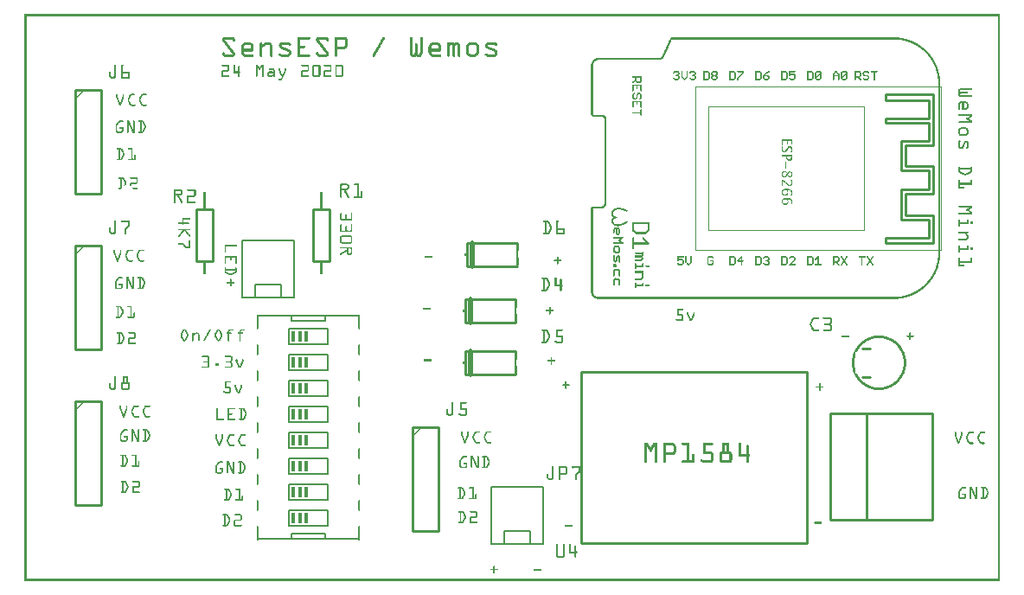
<source format=gto>
G04 MADE WITH FRITZING*
G04 WWW.FRITZING.ORG*
G04 DOUBLE SIDED*
G04 HOLES PLATED*
G04 CONTOUR ON CENTER OF CONTOUR VECTOR*
%ASAXBY*%
%FSLAX23Y23*%
%MOIN*%
%OFA0B0*%
%SFA1.0B1.0*%
%ADD10R,0.015000X0.040000*%
%ADD11R,0.947653X0.632695X0.942097X0.627139*%
%ADD12C,0.002778*%
%ADD13R,0.602764X0.477764X0.597208X0.472208*%
%ADD14C,0.010000*%
%ADD15C,0.020000*%
%ADD16C,0.005000*%
%ADD17C,0.010417*%
%ADD18C,0.008000*%
%ADD19C,0.011000*%
%ADD20R,0.001000X0.001000*%
%LNSILK1*%
G90*
G70*
G54D10*
X1087Y241D03*
X1062Y241D03*
X1037Y241D03*
X1087Y341D03*
X1062Y341D03*
X1037Y341D03*
X1087Y441D03*
X1062Y441D03*
X1037Y441D03*
X1087Y541D03*
X1062Y541D03*
X1037Y541D03*
X1087Y641D03*
X1062Y641D03*
X1037Y641D03*
X1087Y741D03*
X1062Y741D03*
X1037Y741D03*
X1087Y841D03*
X1062Y841D03*
X1037Y841D03*
X1087Y941D03*
X1062Y941D03*
X1037Y941D03*
G54D12*
X2586Y1906D02*
X3531Y1906D01*
X3531Y1276D01*
X2586Y1276D01*
X2586Y1906D01*
D02*
X2635Y1828D02*
X3235Y1828D01*
X3235Y1353D01*
X2635Y1353D01*
X2635Y1828D01*
D02*
G54D14*
X194Y691D02*
X194Y291D01*
D02*
X194Y291D02*
X294Y291D01*
D02*
X294Y291D02*
X294Y691D01*
D02*
X294Y691D02*
X194Y691D01*
D02*
X194Y1291D02*
X194Y891D01*
D02*
X194Y891D02*
X294Y891D01*
D02*
X294Y891D02*
X294Y1291D01*
D02*
X294Y1291D02*
X194Y1291D01*
D02*
X194Y1891D02*
X194Y1491D01*
D02*
X194Y1491D02*
X294Y1491D01*
D02*
X294Y1491D02*
X294Y1891D01*
D02*
X294Y1891D02*
X194Y1891D01*
D02*
X1494Y591D02*
X1494Y191D01*
D02*
X1494Y191D02*
X1594Y191D01*
D02*
X1594Y191D02*
X1594Y591D01*
D02*
X1594Y591D02*
X1494Y591D01*
D02*
X1698Y1086D02*
X1893Y1086D01*
D02*
X1893Y996D02*
X1698Y996D01*
D02*
X1698Y996D02*
X1698Y1086D01*
G54D15*
D02*
X1718Y996D02*
X1718Y1086D01*
G54D14*
D02*
X1698Y886D02*
X1893Y886D01*
D02*
X1893Y796D02*
X1698Y796D01*
D02*
X1698Y796D02*
X1698Y886D01*
G54D15*
D02*
X1718Y796D02*
X1718Y886D01*
G54D14*
D02*
X1705Y1303D02*
X1900Y1303D01*
D02*
X1900Y1213D02*
X1705Y1213D01*
D02*
X1705Y1213D02*
X1705Y1303D01*
G54D15*
D02*
X1725Y1213D02*
X1725Y1303D01*
G54D16*
D02*
X1799Y361D02*
X1799Y141D01*
D02*
X1999Y361D02*
X1999Y141D01*
D02*
X1999Y361D02*
X1799Y361D01*
D02*
X1999Y141D02*
X1949Y141D01*
D02*
X1949Y141D02*
X1849Y141D01*
D02*
X1849Y141D02*
X1799Y141D01*
D02*
X1849Y141D02*
X1849Y191D01*
D02*
X1849Y191D02*
X1949Y191D01*
D02*
X1949Y191D02*
X1949Y141D01*
D02*
X839Y1311D02*
X839Y1091D01*
D02*
X1039Y1311D02*
X1039Y1091D01*
D02*
X1039Y1311D02*
X839Y1311D01*
D02*
X1039Y1091D02*
X989Y1091D01*
D02*
X989Y1091D02*
X889Y1091D01*
D02*
X889Y1091D02*
X839Y1091D01*
D02*
X889Y1091D02*
X889Y1141D01*
D02*
X889Y1141D02*
X989Y1141D01*
D02*
X989Y1141D02*
X989Y1091D01*
G54D14*
D02*
X727Y1431D02*
X727Y1231D01*
D02*
X727Y1231D02*
X661Y1231D01*
D02*
X661Y1231D02*
X661Y1431D01*
D02*
X661Y1431D02*
X727Y1431D01*
D02*
X1177Y1431D02*
X1177Y1231D01*
D02*
X1177Y1231D02*
X1111Y1231D01*
D02*
X1111Y1231D02*
X1111Y1431D01*
D02*
X1111Y1431D02*
X1177Y1431D01*
G54D17*
D02*
X3499Y236D02*
X3499Y646D01*
D02*
X3499Y646D02*
X3104Y646D01*
D02*
X3104Y646D02*
X3104Y236D01*
D02*
X3104Y236D02*
X3499Y236D01*
D02*
X3246Y646D02*
X3246Y236D01*
G54D18*
D02*
X1289Y1021D02*
X1159Y1021D01*
D02*
X1029Y1021D02*
X1029Y1001D01*
D02*
X1029Y1001D02*
X1159Y1001D01*
D02*
X1159Y1001D02*
X1159Y1021D01*
D02*
X1029Y1021D02*
X899Y1021D01*
D02*
X1159Y1021D02*
X1029Y1021D01*
D02*
X899Y161D02*
X1029Y161D01*
D02*
X1159Y161D02*
X1159Y181D01*
D02*
X1159Y181D02*
X1029Y181D01*
D02*
X1029Y181D02*
X1029Y161D01*
D02*
X1159Y161D02*
X1289Y161D01*
D02*
X1029Y161D02*
X1159Y161D01*
D02*
X1169Y271D02*
X1019Y271D01*
D02*
X1169Y271D02*
X1169Y211D01*
D02*
X1019Y211D02*
X1169Y211D01*
D02*
X1019Y211D02*
X1019Y271D01*
D02*
X1169Y371D02*
X1019Y371D01*
D02*
X1169Y371D02*
X1169Y311D01*
D02*
X1019Y311D02*
X1169Y311D01*
D02*
X1019Y311D02*
X1019Y371D01*
D02*
X1169Y471D02*
X1019Y471D01*
D02*
X1169Y471D02*
X1169Y411D01*
D02*
X1019Y411D02*
X1169Y411D01*
D02*
X1019Y411D02*
X1019Y471D01*
D02*
X1169Y571D02*
X1019Y571D01*
D02*
X1169Y571D02*
X1169Y511D01*
D02*
X1019Y511D02*
X1169Y511D01*
D02*
X1019Y511D02*
X1019Y571D01*
D02*
X1169Y671D02*
X1019Y671D01*
D02*
X1169Y671D02*
X1169Y611D01*
D02*
X1019Y611D02*
X1169Y611D01*
D02*
X1019Y611D02*
X1019Y671D01*
D02*
X1169Y771D02*
X1019Y771D01*
D02*
X1169Y771D02*
X1169Y711D01*
D02*
X1019Y711D02*
X1169Y711D01*
D02*
X1019Y711D02*
X1019Y771D01*
D02*
X1169Y871D02*
X1019Y871D01*
D02*
X1169Y871D02*
X1169Y811D01*
D02*
X1019Y811D02*
X1169Y811D01*
D02*
X1019Y811D02*
X1019Y871D01*
D02*
X1169Y971D02*
X1019Y971D01*
D02*
X1169Y971D02*
X1169Y911D01*
D02*
X1019Y911D02*
X1169Y911D01*
D02*
X1019Y911D02*
X1019Y971D01*
G54D14*
D02*
X3014Y806D02*
X2144Y806D01*
D02*
X2145Y806D02*
X2145Y146D01*
D02*
X2144Y146D02*
X3014Y146D01*
D02*
X3015Y146D02*
X3015Y806D01*
X3318Y1304D02*
X3318Y1321D01*
X3485Y1321D01*
X3485Y1392D01*
X3378Y1392D01*
X3378Y1508D01*
X3485Y1508D01*
X3485Y1581D01*
X3378Y1581D01*
X3378Y1696D01*
X3485Y1696D01*
X3485Y1767D01*
X3318Y1767D01*
X3318Y1784D01*
X3485Y1784D01*
X3485Y1854D01*
X3318Y1854D01*
X3318Y1877D01*
X3502Y1877D01*
X3502Y1679D01*
X3395Y1679D01*
X3395Y1598D01*
X3502Y1598D01*
X3502Y1491D01*
X3395Y1491D01*
X3395Y1409D01*
X3502Y1409D01*
X3502Y1304D01*
X3318Y1304D01*
D02*
G54D19*
X3229Y896D02*
X3259Y896D01*
D02*
X3229Y786D02*
X3259Y786D01*
D02*
G54D20*
X0Y2185D02*
X3758Y2185D01*
X0Y2184D02*
X3758Y2184D01*
X0Y2183D02*
X3758Y2183D01*
X0Y2182D02*
X3758Y2182D01*
X0Y2181D02*
X3758Y2181D01*
X0Y2180D02*
X3758Y2180D01*
X0Y2179D02*
X3758Y2179D01*
X0Y2178D02*
X3758Y2178D01*
X0Y2177D02*
X7Y2177D01*
X3751Y2177D02*
X3758Y2177D01*
X0Y2176D02*
X7Y2176D01*
X3751Y2176D02*
X3758Y2176D01*
X0Y2175D02*
X7Y2175D01*
X3751Y2175D02*
X3758Y2175D01*
X0Y2174D02*
X7Y2174D01*
X3751Y2174D02*
X3758Y2174D01*
X0Y2173D02*
X7Y2173D01*
X3751Y2173D02*
X3758Y2173D01*
X0Y2172D02*
X7Y2172D01*
X3751Y2172D02*
X3758Y2172D01*
X0Y2171D02*
X7Y2171D01*
X3751Y2171D02*
X3758Y2171D01*
X0Y2170D02*
X7Y2170D01*
X3751Y2170D02*
X3758Y2170D01*
X0Y2169D02*
X7Y2169D01*
X3751Y2169D02*
X3758Y2169D01*
X0Y2168D02*
X7Y2168D01*
X3751Y2168D02*
X3758Y2168D01*
X0Y2167D02*
X7Y2167D01*
X3751Y2167D02*
X3758Y2167D01*
X0Y2166D02*
X7Y2166D01*
X3751Y2166D02*
X3758Y2166D01*
X0Y2165D02*
X7Y2165D01*
X3751Y2165D02*
X3758Y2165D01*
X0Y2164D02*
X7Y2164D01*
X3751Y2164D02*
X3758Y2164D01*
X0Y2163D02*
X7Y2163D01*
X3751Y2163D02*
X3758Y2163D01*
X0Y2162D02*
X7Y2162D01*
X3751Y2162D02*
X3758Y2162D01*
X0Y2161D02*
X7Y2161D01*
X3751Y2161D02*
X3758Y2161D01*
X0Y2160D02*
X7Y2160D01*
X3751Y2160D02*
X3758Y2160D01*
X0Y2159D02*
X7Y2159D01*
X3751Y2159D02*
X3758Y2159D01*
X0Y2158D02*
X7Y2158D01*
X3751Y2158D02*
X3758Y2158D01*
X0Y2157D02*
X7Y2157D01*
X3751Y2157D02*
X3758Y2157D01*
X0Y2156D02*
X7Y2156D01*
X3751Y2156D02*
X3758Y2156D01*
X0Y2155D02*
X7Y2155D01*
X3751Y2155D02*
X3758Y2155D01*
X0Y2154D02*
X7Y2154D01*
X3751Y2154D02*
X3758Y2154D01*
X0Y2153D02*
X7Y2153D01*
X3751Y2153D02*
X3758Y2153D01*
X0Y2152D02*
X7Y2152D01*
X3751Y2152D02*
X3758Y2152D01*
X0Y2151D02*
X7Y2151D01*
X3751Y2151D02*
X3758Y2151D01*
X0Y2150D02*
X7Y2150D01*
X3751Y2150D02*
X3758Y2150D01*
X0Y2149D02*
X7Y2149D01*
X3751Y2149D02*
X3758Y2149D01*
X0Y2148D02*
X7Y2148D01*
X3751Y2148D02*
X3758Y2148D01*
X0Y2147D02*
X7Y2147D01*
X3751Y2147D02*
X3758Y2147D01*
X0Y2146D02*
X7Y2146D01*
X3751Y2146D02*
X3758Y2146D01*
X0Y2145D02*
X7Y2145D01*
X3751Y2145D02*
X3758Y2145D01*
X0Y2144D02*
X7Y2144D01*
X3751Y2144D02*
X3758Y2144D01*
X0Y2143D02*
X7Y2143D01*
X3751Y2143D02*
X3758Y2143D01*
X0Y2142D02*
X7Y2142D01*
X3751Y2142D02*
X3758Y2142D01*
X0Y2141D02*
X7Y2141D01*
X3751Y2141D02*
X3758Y2141D01*
X0Y2140D02*
X7Y2140D01*
X3751Y2140D02*
X3758Y2140D01*
X0Y2139D02*
X7Y2139D01*
X3751Y2139D02*
X3758Y2139D01*
X0Y2138D02*
X7Y2138D01*
X3751Y2138D02*
X3758Y2138D01*
X0Y2137D02*
X7Y2137D01*
X3751Y2137D02*
X3758Y2137D01*
X0Y2136D02*
X7Y2136D01*
X3751Y2136D02*
X3758Y2136D01*
X0Y2135D02*
X7Y2135D01*
X3751Y2135D02*
X3758Y2135D01*
X0Y2134D02*
X7Y2134D01*
X3751Y2134D02*
X3758Y2134D01*
X0Y2133D02*
X7Y2133D01*
X3751Y2133D02*
X3758Y2133D01*
X0Y2132D02*
X7Y2132D01*
X3751Y2132D02*
X3758Y2132D01*
X0Y2131D02*
X7Y2131D01*
X3751Y2131D02*
X3758Y2131D01*
X0Y2130D02*
X7Y2130D01*
X3751Y2130D02*
X3758Y2130D01*
X0Y2129D02*
X7Y2129D01*
X3751Y2129D02*
X3758Y2129D01*
X0Y2128D02*
X7Y2128D01*
X3751Y2128D02*
X3758Y2128D01*
X0Y2127D02*
X7Y2127D01*
X3751Y2127D02*
X3758Y2127D01*
X0Y2126D02*
X7Y2126D01*
X3751Y2126D02*
X3758Y2126D01*
X0Y2125D02*
X7Y2125D01*
X3751Y2125D02*
X3758Y2125D01*
X0Y2124D02*
X7Y2124D01*
X3751Y2124D02*
X3758Y2124D01*
X0Y2123D02*
X7Y2123D01*
X3751Y2123D02*
X3758Y2123D01*
X0Y2122D02*
X7Y2122D01*
X3751Y2122D02*
X3758Y2122D01*
X0Y2121D02*
X7Y2121D01*
X3751Y2121D02*
X3758Y2121D01*
X0Y2120D02*
X7Y2120D01*
X3751Y2120D02*
X3758Y2120D01*
X0Y2119D02*
X7Y2119D01*
X3751Y2119D02*
X3758Y2119D01*
X0Y2118D02*
X7Y2118D01*
X3751Y2118D02*
X3758Y2118D01*
X0Y2117D02*
X7Y2117D01*
X3751Y2117D02*
X3758Y2117D01*
X0Y2116D02*
X7Y2116D01*
X3751Y2116D02*
X3758Y2116D01*
X0Y2115D02*
X7Y2115D01*
X3751Y2115D02*
X3758Y2115D01*
X0Y2114D02*
X7Y2114D01*
X3751Y2114D02*
X3758Y2114D01*
X0Y2113D02*
X7Y2113D01*
X3751Y2113D02*
X3758Y2113D01*
X0Y2112D02*
X7Y2112D01*
X3751Y2112D02*
X3758Y2112D01*
X0Y2111D02*
X7Y2111D01*
X3751Y2111D02*
X3758Y2111D01*
X0Y2110D02*
X7Y2110D01*
X3751Y2110D02*
X3758Y2110D01*
X0Y2109D02*
X7Y2109D01*
X3751Y2109D02*
X3758Y2109D01*
X0Y2108D02*
X7Y2108D01*
X3751Y2108D02*
X3758Y2108D01*
X0Y2107D02*
X7Y2107D01*
X3751Y2107D02*
X3758Y2107D01*
X0Y2106D02*
X7Y2106D01*
X3751Y2106D02*
X3758Y2106D01*
X0Y2105D02*
X7Y2105D01*
X3751Y2105D02*
X3758Y2105D01*
X0Y2104D02*
X7Y2104D01*
X3751Y2104D02*
X3758Y2104D01*
X0Y2103D02*
X7Y2103D01*
X3751Y2103D02*
X3758Y2103D01*
X0Y2102D02*
X7Y2102D01*
X3751Y2102D02*
X3758Y2102D01*
X0Y2101D02*
X7Y2101D01*
X3751Y2101D02*
X3758Y2101D01*
X0Y2100D02*
X7Y2100D01*
X3751Y2100D02*
X3758Y2100D01*
X0Y2099D02*
X7Y2099D01*
X3751Y2099D02*
X3758Y2099D01*
X0Y2098D02*
X7Y2098D01*
X3751Y2098D02*
X3758Y2098D01*
X0Y2097D02*
X7Y2097D01*
X770Y2097D02*
X802Y2097D01*
X1051Y2097D02*
X1098Y2097D01*
X1131Y2097D02*
X1163Y2097D01*
X1196Y2097D02*
X1234Y2097D01*
X1383Y2097D02*
X1387Y2097D01*
X1488Y2097D02*
X1492Y2097D01*
X1527Y2097D02*
X1531Y2097D01*
X3751Y2097D02*
X3758Y2097D01*
X0Y2096D02*
X7Y2096D01*
X768Y2096D02*
X804Y2096D01*
X1051Y2096D02*
X1099Y2096D01*
X1129Y2096D02*
X1166Y2096D01*
X1196Y2096D02*
X1237Y2096D01*
X1381Y2096D02*
X1388Y2096D01*
X1486Y2096D02*
X1493Y2096D01*
X1526Y2096D02*
X1533Y2096D01*
X3751Y2096D02*
X3758Y2096D01*
X0Y2095D02*
X7Y2095D01*
X766Y2095D02*
X806Y2095D01*
X1051Y2095D02*
X1100Y2095D01*
X1128Y2095D02*
X1167Y2095D01*
X1196Y2095D02*
X1238Y2095D01*
X1381Y2095D02*
X1389Y2095D01*
X1486Y2095D02*
X1494Y2095D01*
X1525Y2095D02*
X1533Y2095D01*
X2496Y2095D02*
X3351Y2095D01*
X3751Y2095D02*
X3758Y2095D01*
X0Y2094D02*
X7Y2094D01*
X765Y2094D02*
X807Y2094D01*
X1051Y2094D02*
X1100Y2094D01*
X1127Y2094D02*
X1168Y2094D01*
X1196Y2094D02*
X1240Y2094D01*
X1380Y2094D02*
X1389Y2094D01*
X1485Y2094D02*
X1494Y2094D01*
X1525Y2094D02*
X1534Y2094D01*
X2492Y2094D02*
X3370Y2094D01*
X3751Y2094D02*
X3758Y2094D01*
X0Y2093D02*
X7Y2093D01*
X764Y2093D02*
X808Y2093D01*
X1051Y2093D02*
X1100Y2093D01*
X1126Y2093D02*
X1169Y2093D01*
X1196Y2093D02*
X1241Y2093D01*
X1380Y2093D02*
X1389Y2093D01*
X1485Y2093D02*
X1494Y2093D01*
X1525Y2093D02*
X1534Y2093D01*
X2491Y2093D02*
X3378Y2093D01*
X3751Y2093D02*
X3758Y2093D01*
X0Y2092D02*
X7Y2092D01*
X764Y2092D02*
X809Y2092D01*
X1051Y2092D02*
X1100Y2092D01*
X1125Y2092D02*
X1170Y2092D01*
X1196Y2092D02*
X1241Y2092D01*
X1379Y2092D02*
X1389Y2092D01*
X1485Y2092D02*
X1494Y2092D01*
X1525Y2092D02*
X1534Y2092D01*
X2490Y2092D02*
X3384Y2092D01*
X3751Y2092D02*
X3758Y2092D01*
X0Y2091D02*
X7Y2091D01*
X763Y2091D02*
X809Y2091D01*
X1051Y2091D02*
X1100Y2091D01*
X1125Y2091D02*
X1171Y2091D01*
X1196Y2091D02*
X1242Y2091D01*
X1378Y2091D02*
X1389Y2091D01*
X1485Y2091D02*
X1494Y2091D01*
X1525Y2091D02*
X1534Y2091D01*
X2489Y2091D02*
X3389Y2091D01*
X3751Y2091D02*
X3758Y2091D01*
X0Y2090D02*
X7Y2090D01*
X763Y2090D02*
X810Y2090D01*
X1051Y2090D02*
X1099Y2090D01*
X1124Y2090D02*
X1171Y2090D01*
X1196Y2090D02*
X1243Y2090D01*
X1378Y2090D02*
X1389Y2090D01*
X1485Y2090D02*
X1494Y2090D01*
X1525Y2090D02*
X1534Y2090D01*
X2489Y2090D02*
X3393Y2090D01*
X3751Y2090D02*
X3758Y2090D01*
X0Y2089D02*
X7Y2089D01*
X763Y2089D02*
X810Y2089D01*
X1051Y2089D02*
X1099Y2089D01*
X1124Y2089D02*
X1172Y2089D01*
X1196Y2089D02*
X1243Y2089D01*
X1377Y2089D02*
X1388Y2089D01*
X1485Y2089D02*
X1494Y2089D01*
X1525Y2089D02*
X1534Y2089D01*
X2488Y2089D02*
X3397Y2089D01*
X3751Y2089D02*
X3758Y2089D01*
X0Y2088D02*
X7Y2088D01*
X763Y2088D02*
X811Y2088D01*
X1051Y2088D02*
X1097Y2088D01*
X1124Y2088D02*
X1172Y2088D01*
X1196Y2088D02*
X1244Y2088D01*
X1377Y2088D02*
X1387Y2088D01*
X1485Y2088D02*
X1494Y2088D01*
X1525Y2088D02*
X1534Y2088D01*
X2488Y2088D02*
X3400Y2088D01*
X3751Y2088D02*
X3758Y2088D01*
X0Y2087D02*
X7Y2087D01*
X762Y2087D02*
X772Y2087D01*
X800Y2087D02*
X811Y2087D01*
X1051Y2087D02*
X1061Y2087D01*
X1124Y2087D02*
X1133Y2087D01*
X1162Y2087D02*
X1172Y2087D01*
X1196Y2087D02*
X1205Y2087D01*
X1233Y2087D02*
X1244Y2087D01*
X1376Y2087D02*
X1387Y2087D01*
X1485Y2087D02*
X1494Y2087D01*
X1525Y2087D02*
X1534Y2087D01*
X2487Y2087D02*
X3404Y2087D01*
X3751Y2087D02*
X3758Y2087D01*
X0Y2086D02*
X7Y2086D01*
X762Y2086D02*
X772Y2086D01*
X801Y2086D02*
X811Y2086D01*
X1051Y2086D02*
X1061Y2086D01*
X1124Y2086D02*
X1133Y2086D01*
X1163Y2086D02*
X1172Y2086D01*
X1196Y2086D02*
X1205Y2086D01*
X1234Y2086D02*
X1244Y2086D01*
X1376Y2086D02*
X1386Y2086D01*
X1485Y2086D02*
X1494Y2086D01*
X1525Y2086D02*
X1534Y2086D01*
X2487Y2086D02*
X2494Y2086D01*
X3370Y2086D02*
X3407Y2086D01*
X3751Y2086D02*
X3758Y2086D01*
X0Y2085D02*
X7Y2085D01*
X762Y2085D02*
X772Y2085D01*
X802Y2085D02*
X811Y2085D01*
X1051Y2085D02*
X1061Y2085D01*
X1124Y2085D02*
X1134Y2085D01*
X1163Y2085D02*
X1173Y2085D01*
X1196Y2085D02*
X1205Y2085D01*
X1235Y2085D02*
X1245Y2085D01*
X1375Y2085D02*
X1386Y2085D01*
X1485Y2085D02*
X1494Y2085D01*
X1525Y2085D02*
X1534Y2085D01*
X2486Y2085D02*
X2494Y2085D01*
X3378Y2085D02*
X3410Y2085D01*
X3751Y2085D02*
X3758Y2085D01*
X0Y2084D02*
X7Y2084D01*
X763Y2084D02*
X773Y2084D01*
X802Y2084D02*
X811Y2084D01*
X1051Y2084D02*
X1061Y2084D01*
X1124Y2084D02*
X1134Y2084D01*
X1164Y2084D02*
X1173Y2084D01*
X1196Y2084D02*
X1205Y2084D01*
X1235Y2084D02*
X1245Y2084D01*
X1374Y2084D02*
X1385Y2084D01*
X1485Y2084D02*
X1494Y2084D01*
X1525Y2084D02*
X1534Y2084D01*
X2486Y2084D02*
X2493Y2084D01*
X3384Y2084D02*
X3413Y2084D01*
X3751Y2084D02*
X3758Y2084D01*
X0Y2083D02*
X7Y2083D01*
X763Y2083D02*
X774Y2083D01*
X802Y2083D02*
X811Y2083D01*
X1051Y2083D02*
X1061Y2083D01*
X1124Y2083D02*
X1135Y2083D01*
X1164Y2083D02*
X1172Y2083D01*
X1196Y2083D02*
X1205Y2083D01*
X1236Y2083D02*
X1245Y2083D01*
X1374Y2083D02*
X1385Y2083D01*
X1485Y2083D02*
X1494Y2083D01*
X1525Y2083D02*
X1534Y2083D01*
X2485Y2083D02*
X2493Y2083D01*
X3389Y2083D02*
X3415Y2083D01*
X3751Y2083D02*
X3758Y2083D01*
X0Y2082D02*
X7Y2082D01*
X763Y2082D02*
X775Y2082D01*
X803Y2082D02*
X811Y2082D01*
X1051Y2082D02*
X1061Y2082D01*
X1125Y2082D02*
X1136Y2082D01*
X1164Y2082D02*
X1172Y2082D01*
X1196Y2082D02*
X1205Y2082D01*
X1236Y2082D02*
X1245Y2082D01*
X1373Y2082D02*
X1384Y2082D01*
X1485Y2082D02*
X1494Y2082D01*
X1525Y2082D02*
X1534Y2082D01*
X2485Y2082D02*
X2493Y2082D01*
X3393Y2082D02*
X3418Y2082D01*
X3751Y2082D02*
X3758Y2082D01*
X0Y2081D02*
X7Y2081D01*
X764Y2081D02*
X775Y2081D01*
X803Y2081D02*
X810Y2081D01*
X1051Y2081D02*
X1061Y2081D01*
X1125Y2081D02*
X1137Y2081D01*
X1165Y2081D02*
X1171Y2081D01*
X1196Y2081D02*
X1205Y2081D01*
X1236Y2081D02*
X1245Y2081D01*
X1373Y2081D02*
X1383Y2081D01*
X1485Y2081D02*
X1494Y2081D01*
X1525Y2081D02*
X1534Y2081D01*
X2484Y2081D02*
X2492Y2081D01*
X3397Y2081D02*
X3420Y2081D01*
X3751Y2081D02*
X3758Y2081D01*
X0Y2080D02*
X7Y2080D01*
X764Y2080D02*
X776Y2080D01*
X804Y2080D02*
X809Y2080D01*
X1051Y2080D02*
X1061Y2080D01*
X1126Y2080D02*
X1138Y2080D01*
X1166Y2080D02*
X1170Y2080D01*
X1196Y2080D02*
X1205Y2080D01*
X1236Y2080D02*
X1245Y2080D01*
X1372Y2080D02*
X1383Y2080D01*
X1485Y2080D02*
X1494Y2080D01*
X1525Y2080D02*
X1534Y2080D01*
X2484Y2080D02*
X2492Y2080D01*
X3400Y2080D02*
X3422Y2080D01*
X3751Y2080D02*
X3758Y2080D01*
X0Y2079D02*
X7Y2079D01*
X765Y2079D02*
X777Y2079D01*
X1051Y2079D02*
X1061Y2079D01*
X1126Y2079D02*
X1138Y2079D01*
X1196Y2079D02*
X1205Y2079D01*
X1236Y2079D02*
X1245Y2079D01*
X1371Y2079D02*
X1382Y2079D01*
X1485Y2079D02*
X1494Y2079D01*
X1525Y2079D02*
X1534Y2079D01*
X2483Y2079D02*
X2491Y2079D01*
X3404Y2079D02*
X3425Y2079D01*
X3751Y2079D02*
X3758Y2079D01*
X0Y2078D02*
X7Y2078D01*
X766Y2078D02*
X778Y2078D01*
X1051Y2078D02*
X1061Y2078D01*
X1127Y2078D02*
X1139Y2078D01*
X1196Y2078D02*
X1205Y2078D01*
X1236Y2078D02*
X1245Y2078D01*
X1371Y2078D02*
X1382Y2078D01*
X1485Y2078D02*
X1494Y2078D01*
X1525Y2078D02*
X1534Y2078D01*
X2483Y2078D02*
X2491Y2078D01*
X3407Y2078D02*
X3427Y2078D01*
X3751Y2078D02*
X3758Y2078D01*
X0Y2077D02*
X7Y2077D01*
X767Y2077D02*
X778Y2077D01*
X1051Y2077D02*
X1061Y2077D01*
X1128Y2077D02*
X1140Y2077D01*
X1196Y2077D02*
X1205Y2077D01*
X1236Y2077D02*
X1245Y2077D01*
X1370Y2077D02*
X1381Y2077D01*
X1485Y2077D02*
X1494Y2077D01*
X1525Y2077D02*
X1534Y2077D01*
X2483Y2077D02*
X2490Y2077D01*
X3410Y2077D02*
X3429Y2077D01*
X3751Y2077D02*
X3758Y2077D01*
X0Y2076D02*
X7Y2076D01*
X767Y2076D02*
X779Y2076D01*
X849Y2076D02*
X869Y2076D01*
X910Y2076D02*
X913Y2076D01*
X931Y2076D02*
X943Y2076D01*
X990Y2076D02*
X1018Y2076D01*
X1051Y2076D02*
X1061Y2076D01*
X1129Y2076D02*
X1141Y2076D01*
X1196Y2076D02*
X1205Y2076D01*
X1236Y2076D02*
X1245Y2076D01*
X1370Y2076D02*
X1380Y2076D01*
X1485Y2076D02*
X1494Y2076D01*
X1525Y2076D02*
X1534Y2076D01*
X1572Y2076D02*
X1592Y2076D01*
X1632Y2076D02*
X1635Y2076D01*
X1644Y2076D02*
X1650Y2076D01*
X1664Y2076D02*
X1668Y2076D01*
X1717Y2076D02*
X1736Y2076D01*
X1785Y2076D02*
X1813Y2076D01*
X2482Y2076D02*
X2490Y2076D01*
X3412Y2076D02*
X3431Y2076D01*
X3751Y2076D02*
X3758Y2076D01*
X0Y2075D02*
X7Y2075D01*
X768Y2075D02*
X780Y2075D01*
X847Y2075D02*
X871Y2075D01*
X908Y2075D02*
X915Y2075D01*
X928Y2075D02*
X946Y2075D01*
X987Y2075D02*
X1020Y2075D01*
X1051Y2075D02*
X1061Y2075D01*
X1129Y2075D02*
X1141Y2075D01*
X1196Y2075D02*
X1205Y2075D01*
X1236Y2075D02*
X1245Y2075D01*
X1369Y2075D02*
X1380Y2075D01*
X1485Y2075D02*
X1494Y2075D01*
X1525Y2075D02*
X1534Y2075D01*
X1569Y2075D02*
X1594Y2075D01*
X1630Y2075D02*
X1636Y2075D01*
X1642Y2075D02*
X1652Y2075D01*
X1662Y2075D02*
X1671Y2075D01*
X1714Y2075D02*
X1739Y2075D01*
X1782Y2075D02*
X1815Y2075D01*
X2482Y2075D02*
X2489Y2075D01*
X3415Y2075D02*
X3433Y2075D01*
X3751Y2075D02*
X3758Y2075D01*
X0Y2074D02*
X7Y2074D01*
X769Y2074D02*
X781Y2074D01*
X845Y2074D02*
X873Y2074D01*
X908Y2074D02*
X915Y2074D01*
X926Y2074D02*
X948Y2074D01*
X986Y2074D02*
X1022Y2074D01*
X1051Y2074D02*
X1061Y2074D01*
X1130Y2074D02*
X1142Y2074D01*
X1196Y2074D02*
X1205Y2074D01*
X1236Y2074D02*
X1245Y2074D01*
X1368Y2074D02*
X1379Y2074D01*
X1485Y2074D02*
X1494Y2074D01*
X1525Y2074D02*
X1534Y2074D01*
X1568Y2074D02*
X1596Y2074D01*
X1630Y2074D02*
X1637Y2074D01*
X1640Y2074D02*
X1654Y2074D01*
X1660Y2074D02*
X1673Y2074D01*
X1712Y2074D02*
X1740Y2074D01*
X1781Y2074D02*
X1817Y2074D01*
X2481Y2074D02*
X2489Y2074D01*
X3417Y2074D02*
X3435Y2074D01*
X3751Y2074D02*
X3758Y2074D01*
X0Y2073D02*
X7Y2073D01*
X770Y2073D02*
X782Y2073D01*
X844Y2073D02*
X874Y2073D01*
X907Y2073D02*
X916Y2073D01*
X925Y2073D02*
X949Y2073D01*
X984Y2073D02*
X1023Y2073D01*
X1051Y2073D02*
X1061Y2073D01*
X1131Y2073D02*
X1143Y2073D01*
X1196Y2073D02*
X1205Y2073D01*
X1236Y2073D02*
X1245Y2073D01*
X1368Y2073D02*
X1379Y2073D01*
X1485Y2073D02*
X1494Y2073D01*
X1525Y2073D02*
X1534Y2073D01*
X1566Y2073D02*
X1597Y2073D01*
X1629Y2073D02*
X1655Y2073D01*
X1659Y2073D02*
X1674Y2073D01*
X1711Y2073D02*
X1742Y2073D01*
X1780Y2073D02*
X1818Y2073D01*
X2481Y2073D02*
X2488Y2073D01*
X3420Y2073D02*
X3437Y2073D01*
X3751Y2073D02*
X3758Y2073D01*
X0Y2072D02*
X7Y2072D01*
X770Y2072D02*
X782Y2072D01*
X842Y2072D02*
X876Y2072D01*
X907Y2072D02*
X916Y2072D01*
X923Y2072D02*
X950Y2072D01*
X983Y2072D02*
X1024Y2072D01*
X1051Y2072D02*
X1061Y2072D01*
X1132Y2072D02*
X1144Y2072D01*
X1196Y2072D02*
X1205Y2072D01*
X1236Y2072D02*
X1245Y2072D01*
X1367Y2072D02*
X1378Y2072D01*
X1485Y2072D02*
X1494Y2072D01*
X1509Y2072D02*
X1510Y2072D01*
X1525Y2072D02*
X1534Y2072D01*
X1565Y2072D02*
X1599Y2072D01*
X1629Y2072D02*
X1675Y2072D01*
X1710Y2072D02*
X1743Y2072D01*
X1779Y2072D02*
X1819Y2072D01*
X2480Y2072D02*
X2488Y2072D01*
X3422Y2072D02*
X3438Y2072D01*
X3751Y2072D02*
X3758Y2072D01*
X0Y2071D02*
X7Y2071D01*
X771Y2071D02*
X783Y2071D01*
X841Y2071D02*
X877Y2071D01*
X907Y2071D02*
X916Y2071D01*
X922Y2071D02*
X951Y2071D01*
X983Y2071D02*
X1025Y2071D01*
X1051Y2071D02*
X1061Y2071D01*
X1133Y2071D02*
X1145Y2071D01*
X1196Y2071D02*
X1205Y2071D01*
X1236Y2071D02*
X1245Y2071D01*
X1367Y2071D02*
X1378Y2071D01*
X1485Y2071D02*
X1494Y2071D01*
X1507Y2071D02*
X1512Y2071D01*
X1525Y2071D02*
X1534Y2071D01*
X1564Y2071D02*
X1600Y2071D01*
X1629Y2071D02*
X1676Y2071D01*
X1709Y2071D02*
X1744Y2071D01*
X1778Y2071D02*
X1820Y2071D01*
X2480Y2071D02*
X2487Y2071D01*
X3424Y2071D02*
X3440Y2071D01*
X3751Y2071D02*
X3758Y2071D01*
X0Y2070D02*
X7Y2070D01*
X772Y2070D02*
X784Y2070D01*
X840Y2070D02*
X878Y2070D01*
X907Y2070D02*
X916Y2070D01*
X920Y2070D02*
X952Y2070D01*
X982Y2070D02*
X1026Y2070D01*
X1051Y2070D02*
X1061Y2070D01*
X1133Y2070D02*
X1145Y2070D01*
X1196Y2070D02*
X1205Y2070D01*
X1236Y2070D02*
X1245Y2070D01*
X1366Y2070D02*
X1377Y2070D01*
X1485Y2070D02*
X1494Y2070D01*
X1506Y2070D02*
X1513Y2070D01*
X1525Y2070D02*
X1534Y2070D01*
X1563Y2070D02*
X1601Y2070D01*
X1629Y2070D02*
X1676Y2070D01*
X1707Y2070D02*
X1745Y2070D01*
X1777Y2070D02*
X1821Y2070D01*
X2479Y2070D02*
X2487Y2070D01*
X3426Y2070D02*
X3442Y2070D01*
X3751Y2070D02*
X3758Y2070D01*
X0Y2069D02*
X7Y2069D01*
X773Y2069D02*
X785Y2069D01*
X839Y2069D02*
X879Y2069D01*
X907Y2069D02*
X916Y2069D01*
X919Y2069D02*
X952Y2069D01*
X981Y2069D02*
X1027Y2069D01*
X1051Y2069D02*
X1061Y2069D01*
X1134Y2069D02*
X1146Y2069D01*
X1196Y2069D02*
X1205Y2069D01*
X1236Y2069D02*
X1245Y2069D01*
X1366Y2069D02*
X1376Y2069D01*
X1485Y2069D02*
X1494Y2069D01*
X1505Y2069D02*
X1514Y2069D01*
X1525Y2069D02*
X1534Y2069D01*
X1562Y2069D02*
X1602Y2069D01*
X1629Y2069D02*
X1677Y2069D01*
X1706Y2069D02*
X1746Y2069D01*
X1777Y2069D02*
X1822Y2069D01*
X2479Y2069D02*
X2487Y2069D01*
X3428Y2069D02*
X3444Y2069D01*
X3751Y2069D02*
X3758Y2069D01*
X0Y2068D02*
X7Y2068D01*
X773Y2068D02*
X785Y2068D01*
X838Y2068D02*
X880Y2068D01*
X907Y2068D02*
X953Y2068D01*
X981Y2068D02*
X1027Y2068D01*
X1051Y2068D02*
X1061Y2068D01*
X1135Y2068D02*
X1147Y2068D01*
X1196Y2068D02*
X1205Y2068D01*
X1236Y2068D02*
X1245Y2068D01*
X1365Y2068D02*
X1376Y2068D01*
X1485Y2068D02*
X1494Y2068D01*
X1505Y2068D02*
X1514Y2068D01*
X1525Y2068D02*
X1534Y2068D01*
X1561Y2068D02*
X1603Y2068D01*
X1629Y2068D02*
X1677Y2068D01*
X1706Y2068D02*
X1747Y2068D01*
X1776Y2068D02*
X1822Y2068D01*
X2478Y2068D02*
X2486Y2068D01*
X3430Y2068D02*
X3445Y2068D01*
X3751Y2068D02*
X3758Y2068D01*
X0Y2067D02*
X7Y2067D01*
X774Y2067D02*
X786Y2067D01*
X837Y2067D02*
X881Y2067D01*
X907Y2067D02*
X953Y2067D01*
X981Y2067D02*
X1027Y2067D01*
X1051Y2067D02*
X1061Y2067D01*
X1136Y2067D02*
X1148Y2067D01*
X1196Y2067D02*
X1205Y2067D01*
X1236Y2067D02*
X1245Y2067D01*
X1364Y2067D02*
X1375Y2067D01*
X1485Y2067D02*
X1494Y2067D01*
X1505Y2067D02*
X1514Y2067D01*
X1525Y2067D02*
X1534Y2067D01*
X1560Y2067D02*
X1604Y2067D01*
X1629Y2067D02*
X1677Y2067D01*
X1705Y2067D02*
X1748Y2067D01*
X1776Y2067D02*
X1822Y2067D01*
X2478Y2067D02*
X2486Y2067D01*
X3432Y2067D02*
X3447Y2067D01*
X3751Y2067D02*
X3758Y2067D01*
X0Y2066D02*
X7Y2066D01*
X775Y2066D02*
X787Y2066D01*
X837Y2066D02*
X850Y2066D01*
X868Y2066D02*
X881Y2066D01*
X907Y2066D02*
X932Y2066D01*
X942Y2066D02*
X954Y2066D01*
X981Y2066D02*
X991Y2066D01*
X1016Y2066D02*
X1027Y2066D01*
X1051Y2066D02*
X1061Y2066D01*
X1136Y2066D02*
X1148Y2066D01*
X1196Y2066D02*
X1205Y2066D01*
X1236Y2066D02*
X1245Y2066D01*
X1364Y2066D02*
X1375Y2066D01*
X1485Y2066D02*
X1494Y2066D01*
X1505Y2066D02*
X1514Y2066D01*
X1525Y2066D02*
X1534Y2066D01*
X1560Y2066D02*
X1573Y2066D01*
X1591Y2066D02*
X1604Y2066D01*
X1629Y2066D02*
X1645Y2066D01*
X1649Y2066D02*
X1665Y2066D01*
X1668Y2066D02*
X1678Y2066D01*
X1704Y2066D02*
X1718Y2066D01*
X1735Y2066D02*
X1749Y2066D01*
X1776Y2066D02*
X1786Y2066D01*
X1811Y2066D02*
X1822Y2066D01*
X2477Y2066D02*
X2485Y2066D01*
X3434Y2066D02*
X3448Y2066D01*
X3751Y2066D02*
X3758Y2066D01*
X0Y2065D02*
X7Y2065D01*
X776Y2065D02*
X788Y2065D01*
X836Y2065D02*
X849Y2065D01*
X870Y2065D02*
X882Y2065D01*
X907Y2065D02*
X930Y2065D01*
X944Y2065D02*
X954Y2065D01*
X981Y2065D02*
X990Y2065D01*
X1018Y2065D02*
X1026Y2065D01*
X1051Y2065D02*
X1061Y2065D01*
X1137Y2065D02*
X1149Y2065D01*
X1196Y2065D02*
X1205Y2065D01*
X1236Y2065D02*
X1245Y2065D01*
X1363Y2065D02*
X1374Y2065D01*
X1485Y2065D02*
X1494Y2065D01*
X1505Y2065D02*
X1514Y2065D01*
X1525Y2065D02*
X1534Y2065D01*
X1559Y2065D02*
X1571Y2065D01*
X1592Y2065D02*
X1605Y2065D01*
X1629Y2065D02*
X1644Y2065D01*
X1649Y2065D02*
X1664Y2065D01*
X1669Y2065D02*
X1678Y2065D01*
X1704Y2065D02*
X1716Y2065D01*
X1737Y2065D02*
X1749Y2065D01*
X1776Y2065D02*
X1785Y2065D01*
X1813Y2065D02*
X1821Y2065D01*
X2477Y2065D02*
X2485Y2065D01*
X3436Y2065D02*
X3450Y2065D01*
X3751Y2065D02*
X3758Y2065D01*
X0Y2064D02*
X7Y2064D01*
X777Y2064D02*
X789Y2064D01*
X836Y2064D02*
X847Y2064D01*
X871Y2064D02*
X882Y2064D01*
X907Y2064D02*
X929Y2064D01*
X945Y2064D02*
X954Y2064D01*
X980Y2064D02*
X990Y2064D01*
X1019Y2064D02*
X1026Y2064D01*
X1051Y2064D02*
X1061Y2064D01*
X1138Y2064D02*
X1150Y2064D01*
X1196Y2064D02*
X1205Y2064D01*
X1236Y2064D02*
X1245Y2064D01*
X1363Y2064D02*
X1373Y2064D01*
X1485Y2064D02*
X1494Y2064D01*
X1505Y2064D02*
X1514Y2064D01*
X1525Y2064D02*
X1534Y2064D01*
X1559Y2064D02*
X1570Y2064D01*
X1594Y2064D02*
X1605Y2064D01*
X1629Y2064D02*
X1643Y2064D01*
X1650Y2064D02*
X1663Y2064D01*
X1669Y2064D02*
X1678Y2064D01*
X1703Y2064D02*
X1715Y2064D01*
X1738Y2064D02*
X1750Y2064D01*
X1776Y2064D02*
X1785Y2064D01*
X1814Y2064D02*
X1821Y2064D01*
X2477Y2064D02*
X2484Y2064D01*
X3437Y2064D02*
X3451Y2064D01*
X3751Y2064D02*
X3758Y2064D01*
X0Y2063D02*
X7Y2063D01*
X777Y2063D02*
X789Y2063D01*
X836Y2063D02*
X846Y2063D01*
X872Y2063D02*
X883Y2063D01*
X907Y2063D02*
X927Y2063D01*
X945Y2063D02*
X954Y2063D01*
X980Y2063D02*
X989Y2063D01*
X1021Y2063D02*
X1024Y2063D01*
X1051Y2063D02*
X1078Y2063D01*
X1139Y2063D02*
X1151Y2063D01*
X1196Y2063D02*
X1205Y2063D01*
X1235Y2063D02*
X1245Y2063D01*
X1362Y2063D02*
X1373Y2063D01*
X1485Y2063D02*
X1494Y2063D01*
X1505Y2063D02*
X1514Y2063D01*
X1525Y2063D02*
X1534Y2063D01*
X1558Y2063D02*
X1569Y2063D01*
X1595Y2063D02*
X1606Y2063D01*
X1629Y2063D02*
X1642Y2063D01*
X1650Y2063D02*
X1661Y2063D01*
X1669Y2063D02*
X1678Y2063D01*
X1703Y2063D02*
X1714Y2063D01*
X1739Y2063D02*
X1750Y2063D01*
X1776Y2063D02*
X1785Y2063D01*
X1816Y2063D02*
X1820Y2063D01*
X2476Y2063D02*
X2484Y2063D01*
X3439Y2063D02*
X3453Y2063D01*
X3751Y2063D02*
X3758Y2063D01*
X0Y2062D02*
X7Y2062D01*
X778Y2062D02*
X790Y2062D01*
X835Y2062D02*
X845Y2062D01*
X873Y2062D02*
X883Y2062D01*
X907Y2062D02*
X925Y2062D01*
X945Y2062D02*
X954Y2062D01*
X981Y2062D02*
X990Y2062D01*
X1051Y2062D02*
X1079Y2062D01*
X1140Y2062D02*
X1152Y2062D01*
X1196Y2062D02*
X1205Y2062D01*
X1235Y2062D02*
X1245Y2062D01*
X1361Y2062D02*
X1372Y2062D01*
X1485Y2062D02*
X1494Y2062D01*
X1505Y2062D02*
X1514Y2062D01*
X1525Y2062D02*
X1534Y2062D01*
X1558Y2062D02*
X1568Y2062D01*
X1596Y2062D02*
X1606Y2062D01*
X1629Y2062D02*
X1640Y2062D01*
X1650Y2062D02*
X1660Y2062D01*
X1669Y2062D02*
X1678Y2062D01*
X1703Y2062D02*
X1713Y2062D01*
X1740Y2062D02*
X1750Y2062D01*
X1776Y2062D02*
X1785Y2062D01*
X2476Y2062D02*
X2483Y2062D01*
X3441Y2062D02*
X3454Y2062D01*
X3751Y2062D02*
X3758Y2062D01*
X0Y2061D02*
X7Y2061D01*
X779Y2061D02*
X791Y2061D01*
X835Y2061D02*
X845Y2061D01*
X874Y2061D02*
X883Y2061D01*
X907Y2061D02*
X924Y2061D01*
X945Y2061D02*
X954Y2061D01*
X981Y2061D02*
X991Y2061D01*
X1051Y2061D02*
X1080Y2061D01*
X1140Y2061D02*
X1152Y2061D01*
X1196Y2061D02*
X1205Y2061D01*
X1234Y2061D02*
X1244Y2061D01*
X1361Y2061D02*
X1372Y2061D01*
X1485Y2061D02*
X1494Y2061D01*
X1505Y2061D02*
X1514Y2061D01*
X1525Y2061D02*
X1534Y2061D01*
X1558Y2061D02*
X1567Y2061D01*
X1596Y2061D02*
X1606Y2061D01*
X1629Y2061D02*
X1639Y2061D01*
X1650Y2061D02*
X1659Y2061D01*
X1669Y2061D02*
X1678Y2061D01*
X1702Y2061D02*
X1712Y2061D01*
X1741Y2061D02*
X1751Y2061D01*
X1776Y2061D02*
X1786Y2061D01*
X2475Y2061D02*
X2483Y2061D01*
X3442Y2061D02*
X3455Y2061D01*
X3751Y2061D02*
X3758Y2061D01*
X0Y2060D02*
X7Y2060D01*
X780Y2060D02*
X792Y2060D01*
X835Y2060D02*
X844Y2060D01*
X874Y2060D02*
X883Y2060D01*
X907Y2060D02*
X922Y2060D01*
X945Y2060D02*
X955Y2060D01*
X981Y2060D02*
X994Y2060D01*
X1051Y2060D02*
X1080Y2060D01*
X1141Y2060D02*
X1153Y2060D01*
X1196Y2060D02*
X1205Y2060D01*
X1233Y2060D02*
X1244Y2060D01*
X1360Y2060D02*
X1371Y2060D01*
X1485Y2060D02*
X1494Y2060D01*
X1505Y2060D02*
X1514Y2060D01*
X1525Y2060D02*
X1534Y2060D01*
X1558Y2060D02*
X1567Y2060D01*
X1597Y2060D02*
X1606Y2060D01*
X1629Y2060D02*
X1638Y2060D01*
X1650Y2060D02*
X1659Y2060D01*
X1669Y2060D02*
X1678Y2060D01*
X1702Y2060D02*
X1711Y2060D01*
X1741Y2060D02*
X1751Y2060D01*
X1776Y2060D02*
X1789Y2060D01*
X2475Y2060D02*
X2482Y2060D01*
X3444Y2060D02*
X3457Y2060D01*
X3751Y2060D02*
X3758Y2060D01*
X0Y2059D02*
X7Y2059D01*
X780Y2059D02*
X792Y2059D01*
X835Y2059D02*
X844Y2059D01*
X874Y2059D02*
X883Y2059D01*
X907Y2059D02*
X921Y2059D01*
X945Y2059D02*
X955Y2059D01*
X981Y2059D02*
X996Y2059D01*
X1051Y2059D02*
X1080Y2059D01*
X1142Y2059D02*
X1154Y2059D01*
X1196Y2059D02*
X1244Y2059D01*
X1360Y2059D02*
X1371Y2059D01*
X1485Y2059D02*
X1494Y2059D01*
X1505Y2059D02*
X1514Y2059D01*
X1525Y2059D02*
X1534Y2059D01*
X1558Y2059D02*
X1567Y2059D01*
X1597Y2059D02*
X1606Y2059D01*
X1629Y2059D02*
X1638Y2059D01*
X1650Y2059D02*
X1659Y2059D01*
X1669Y2059D02*
X1678Y2059D01*
X1702Y2059D02*
X1711Y2059D01*
X1742Y2059D02*
X1751Y2059D01*
X1777Y2059D02*
X1791Y2059D01*
X2474Y2059D02*
X2482Y2059D01*
X3445Y2059D02*
X3458Y2059D01*
X3751Y2059D02*
X3758Y2059D01*
X0Y2058D02*
X7Y2058D01*
X781Y2058D02*
X793Y2058D01*
X835Y2058D02*
X844Y2058D01*
X874Y2058D02*
X883Y2058D01*
X907Y2058D02*
X919Y2058D01*
X945Y2058D02*
X955Y2058D01*
X982Y2058D02*
X998Y2058D01*
X1051Y2058D02*
X1080Y2058D01*
X1143Y2058D02*
X1155Y2058D01*
X1196Y2058D02*
X1243Y2058D01*
X1359Y2058D02*
X1370Y2058D01*
X1485Y2058D02*
X1494Y2058D01*
X1505Y2058D02*
X1514Y2058D01*
X1525Y2058D02*
X1534Y2058D01*
X1557Y2058D02*
X1567Y2058D01*
X1597Y2058D02*
X1606Y2058D01*
X1629Y2058D02*
X1638Y2058D01*
X1650Y2058D02*
X1659Y2058D01*
X1669Y2058D02*
X1678Y2058D01*
X1702Y2058D02*
X1711Y2058D01*
X1742Y2058D02*
X1751Y2058D01*
X1777Y2058D02*
X1793Y2058D01*
X2474Y2058D02*
X2482Y2058D01*
X3447Y2058D02*
X3459Y2058D01*
X3751Y2058D02*
X3758Y2058D01*
X0Y2057D02*
X7Y2057D01*
X782Y2057D02*
X794Y2057D01*
X835Y2057D02*
X844Y2057D01*
X874Y2057D02*
X883Y2057D01*
X907Y2057D02*
X918Y2057D01*
X946Y2057D02*
X955Y2057D01*
X982Y2057D02*
X1001Y2057D01*
X1051Y2057D02*
X1080Y2057D01*
X1143Y2057D02*
X1155Y2057D01*
X1196Y2057D02*
X1243Y2057D01*
X1359Y2057D02*
X1369Y2057D01*
X1485Y2057D02*
X1494Y2057D01*
X1505Y2057D02*
X1514Y2057D01*
X1525Y2057D02*
X1534Y2057D01*
X1557Y2057D02*
X1567Y2057D01*
X1597Y2057D02*
X1606Y2057D01*
X1629Y2057D02*
X1638Y2057D01*
X1650Y2057D02*
X1659Y2057D01*
X1669Y2057D02*
X1678Y2057D01*
X1702Y2057D02*
X1711Y2057D01*
X1742Y2057D02*
X1751Y2057D01*
X1778Y2057D02*
X1796Y2057D01*
X2473Y2057D02*
X2481Y2057D01*
X3448Y2057D02*
X3461Y2057D01*
X3751Y2057D02*
X3758Y2057D01*
X0Y2056D02*
X7Y2056D01*
X783Y2056D02*
X795Y2056D01*
X835Y2056D02*
X844Y2056D01*
X874Y2056D02*
X883Y2056D01*
X907Y2056D02*
X916Y2056D01*
X946Y2056D02*
X955Y2056D01*
X983Y2056D02*
X1003Y2056D01*
X1051Y2056D02*
X1079Y2056D01*
X1144Y2056D02*
X1156Y2056D01*
X1196Y2056D02*
X1242Y2056D01*
X1358Y2056D02*
X1369Y2056D01*
X1485Y2056D02*
X1494Y2056D01*
X1505Y2056D02*
X1514Y2056D01*
X1525Y2056D02*
X1534Y2056D01*
X1557Y2056D02*
X1567Y2056D01*
X1597Y2056D02*
X1606Y2056D01*
X1629Y2056D02*
X1638Y2056D01*
X1650Y2056D02*
X1659Y2056D01*
X1669Y2056D02*
X1678Y2056D01*
X1702Y2056D02*
X1711Y2056D01*
X1742Y2056D02*
X1751Y2056D01*
X1778Y2056D02*
X1798Y2056D01*
X2473Y2056D02*
X2481Y2056D01*
X3450Y2056D02*
X3462Y2056D01*
X3751Y2056D02*
X3758Y2056D01*
X0Y2055D02*
X7Y2055D01*
X784Y2055D02*
X796Y2055D01*
X835Y2055D02*
X844Y2055D01*
X874Y2055D02*
X883Y2055D01*
X907Y2055D02*
X916Y2055D01*
X946Y2055D02*
X955Y2055D01*
X984Y2055D02*
X1005Y2055D01*
X1051Y2055D02*
X1079Y2055D01*
X1145Y2055D02*
X1157Y2055D01*
X1196Y2055D02*
X1241Y2055D01*
X1357Y2055D02*
X1368Y2055D01*
X1485Y2055D02*
X1494Y2055D01*
X1505Y2055D02*
X1514Y2055D01*
X1525Y2055D02*
X1534Y2055D01*
X1557Y2055D02*
X1567Y2055D01*
X1597Y2055D02*
X1606Y2055D01*
X1629Y2055D02*
X1638Y2055D01*
X1650Y2055D02*
X1659Y2055D01*
X1669Y2055D02*
X1678Y2055D01*
X1702Y2055D02*
X1711Y2055D01*
X1742Y2055D02*
X1751Y2055D01*
X1779Y2055D02*
X1800Y2055D01*
X2472Y2055D02*
X2480Y2055D01*
X3451Y2055D02*
X3463Y2055D01*
X3751Y2055D02*
X3758Y2055D01*
X0Y2054D02*
X7Y2054D01*
X784Y2054D02*
X796Y2054D01*
X835Y2054D02*
X844Y2054D01*
X874Y2054D02*
X883Y2054D01*
X907Y2054D02*
X916Y2054D01*
X946Y2054D02*
X955Y2054D01*
X985Y2054D02*
X1008Y2054D01*
X1051Y2054D02*
X1077Y2054D01*
X1146Y2054D02*
X1158Y2054D01*
X1196Y2054D02*
X1240Y2054D01*
X1357Y2054D02*
X1368Y2054D01*
X1485Y2054D02*
X1494Y2054D01*
X1505Y2054D02*
X1514Y2054D01*
X1525Y2054D02*
X1534Y2054D01*
X1557Y2054D02*
X1567Y2054D01*
X1597Y2054D02*
X1606Y2054D01*
X1629Y2054D02*
X1638Y2054D01*
X1650Y2054D02*
X1659Y2054D01*
X1669Y2054D02*
X1678Y2054D01*
X1702Y2054D02*
X1711Y2054D01*
X1742Y2054D02*
X1751Y2054D01*
X1780Y2054D02*
X1803Y2054D01*
X2472Y2054D02*
X2480Y2054D01*
X3453Y2054D02*
X3464Y2054D01*
X3751Y2054D02*
X3758Y2054D01*
X0Y2053D02*
X7Y2053D01*
X785Y2053D02*
X797Y2053D01*
X835Y2053D02*
X844Y2053D01*
X874Y2053D02*
X883Y2053D01*
X907Y2053D02*
X916Y2053D01*
X946Y2053D02*
X955Y2053D01*
X986Y2053D02*
X1010Y2053D01*
X1051Y2053D02*
X1061Y2053D01*
X1147Y2053D02*
X1159Y2053D01*
X1196Y2053D02*
X1239Y2053D01*
X1356Y2053D02*
X1367Y2053D01*
X1485Y2053D02*
X1494Y2053D01*
X1505Y2053D02*
X1514Y2053D01*
X1525Y2053D02*
X1534Y2053D01*
X1557Y2053D02*
X1567Y2053D01*
X1597Y2053D02*
X1606Y2053D01*
X1629Y2053D02*
X1638Y2053D01*
X1650Y2053D02*
X1659Y2053D01*
X1669Y2053D02*
X1678Y2053D01*
X1702Y2053D02*
X1711Y2053D01*
X1742Y2053D02*
X1751Y2053D01*
X1781Y2053D02*
X1805Y2053D01*
X2471Y2053D02*
X2479Y2053D01*
X3454Y2053D02*
X3466Y2053D01*
X3751Y2053D02*
X3758Y2053D01*
X0Y2052D02*
X7Y2052D01*
X786Y2052D02*
X798Y2052D01*
X835Y2052D02*
X844Y2052D01*
X874Y2052D02*
X883Y2052D01*
X907Y2052D02*
X916Y2052D01*
X946Y2052D02*
X955Y2052D01*
X988Y2052D02*
X1012Y2052D01*
X1051Y2052D02*
X1061Y2052D01*
X1147Y2052D02*
X1159Y2052D01*
X1196Y2052D02*
X1238Y2052D01*
X1356Y2052D02*
X1366Y2052D01*
X1485Y2052D02*
X1494Y2052D01*
X1505Y2052D02*
X1514Y2052D01*
X1525Y2052D02*
X1534Y2052D01*
X1557Y2052D02*
X1567Y2052D01*
X1597Y2052D02*
X1606Y2052D01*
X1629Y2052D02*
X1638Y2052D01*
X1650Y2052D02*
X1659Y2052D01*
X1669Y2052D02*
X1678Y2052D01*
X1702Y2052D02*
X1711Y2052D01*
X1742Y2052D02*
X1751Y2052D01*
X1783Y2052D02*
X1807Y2052D01*
X2471Y2052D02*
X2479Y2052D01*
X3455Y2052D02*
X3467Y2052D01*
X3751Y2052D02*
X3758Y2052D01*
X0Y2051D02*
X7Y2051D01*
X787Y2051D02*
X799Y2051D01*
X835Y2051D02*
X883Y2051D01*
X907Y2051D02*
X916Y2051D01*
X946Y2051D02*
X955Y2051D01*
X990Y2051D02*
X1015Y2051D01*
X1051Y2051D02*
X1061Y2051D01*
X1148Y2051D02*
X1160Y2051D01*
X1196Y2051D02*
X1236Y2051D01*
X1355Y2051D02*
X1366Y2051D01*
X1485Y2051D02*
X1494Y2051D01*
X1505Y2051D02*
X1514Y2051D01*
X1525Y2051D02*
X1534Y2051D01*
X1557Y2051D02*
X1606Y2051D01*
X1629Y2051D02*
X1638Y2051D01*
X1650Y2051D02*
X1659Y2051D01*
X1669Y2051D02*
X1678Y2051D01*
X1702Y2051D02*
X1711Y2051D01*
X1742Y2051D02*
X1751Y2051D01*
X1785Y2051D02*
X1810Y2051D01*
X2471Y2051D02*
X2478Y2051D01*
X3456Y2051D02*
X3468Y2051D01*
X3751Y2051D02*
X3758Y2051D01*
X0Y2050D02*
X7Y2050D01*
X787Y2050D02*
X799Y2050D01*
X835Y2050D02*
X883Y2050D01*
X907Y2050D02*
X916Y2050D01*
X946Y2050D02*
X955Y2050D01*
X993Y2050D02*
X1017Y2050D01*
X1051Y2050D02*
X1061Y2050D01*
X1149Y2050D02*
X1161Y2050D01*
X1196Y2050D02*
X1233Y2050D01*
X1354Y2050D02*
X1365Y2050D01*
X1485Y2050D02*
X1494Y2050D01*
X1505Y2050D02*
X1514Y2050D01*
X1525Y2050D02*
X1534Y2050D01*
X1557Y2050D02*
X1606Y2050D01*
X1629Y2050D02*
X1638Y2050D01*
X1650Y2050D02*
X1659Y2050D01*
X1669Y2050D02*
X1678Y2050D01*
X1702Y2050D02*
X1711Y2050D01*
X1742Y2050D02*
X1751Y2050D01*
X1788Y2050D02*
X1812Y2050D01*
X2470Y2050D02*
X2478Y2050D01*
X3458Y2050D02*
X3469Y2050D01*
X3751Y2050D02*
X3758Y2050D01*
X0Y2049D02*
X7Y2049D01*
X788Y2049D02*
X800Y2049D01*
X835Y2049D02*
X883Y2049D01*
X907Y2049D02*
X916Y2049D01*
X946Y2049D02*
X955Y2049D01*
X995Y2049D02*
X1019Y2049D01*
X1051Y2049D02*
X1061Y2049D01*
X1150Y2049D02*
X1162Y2049D01*
X1196Y2049D02*
X1205Y2049D01*
X1354Y2049D02*
X1365Y2049D01*
X1485Y2049D02*
X1494Y2049D01*
X1505Y2049D02*
X1514Y2049D01*
X1525Y2049D02*
X1534Y2049D01*
X1557Y2049D02*
X1606Y2049D01*
X1629Y2049D02*
X1638Y2049D01*
X1650Y2049D02*
X1659Y2049D01*
X1669Y2049D02*
X1678Y2049D01*
X1702Y2049D02*
X1711Y2049D01*
X1742Y2049D02*
X1751Y2049D01*
X1790Y2049D02*
X1814Y2049D01*
X2470Y2049D02*
X2477Y2049D01*
X3459Y2049D02*
X3470Y2049D01*
X3751Y2049D02*
X3758Y2049D01*
X0Y2048D02*
X7Y2048D01*
X789Y2048D02*
X801Y2048D01*
X835Y2048D02*
X883Y2048D01*
X907Y2048D02*
X916Y2048D01*
X946Y2048D02*
X955Y2048D01*
X997Y2048D02*
X1021Y2048D01*
X1051Y2048D02*
X1061Y2048D01*
X1150Y2048D02*
X1162Y2048D01*
X1196Y2048D02*
X1205Y2048D01*
X1353Y2048D02*
X1364Y2048D01*
X1485Y2048D02*
X1494Y2048D01*
X1505Y2048D02*
X1514Y2048D01*
X1525Y2048D02*
X1534Y2048D01*
X1557Y2048D02*
X1606Y2048D01*
X1629Y2048D02*
X1638Y2048D01*
X1650Y2048D02*
X1659Y2048D01*
X1669Y2048D02*
X1678Y2048D01*
X1702Y2048D02*
X1711Y2048D01*
X1742Y2048D02*
X1751Y2048D01*
X1792Y2048D02*
X1816Y2048D01*
X2469Y2048D02*
X2477Y2048D01*
X3460Y2048D02*
X3471Y2048D01*
X3751Y2048D02*
X3758Y2048D01*
X0Y2047D02*
X7Y2047D01*
X790Y2047D02*
X802Y2047D01*
X835Y2047D02*
X883Y2047D01*
X907Y2047D02*
X916Y2047D01*
X946Y2047D02*
X955Y2047D01*
X999Y2047D02*
X1022Y2047D01*
X1051Y2047D02*
X1061Y2047D01*
X1151Y2047D02*
X1163Y2047D01*
X1196Y2047D02*
X1205Y2047D01*
X1353Y2047D02*
X1363Y2047D01*
X1485Y2047D02*
X1494Y2047D01*
X1505Y2047D02*
X1514Y2047D01*
X1525Y2047D02*
X1534Y2047D01*
X1557Y2047D02*
X1606Y2047D01*
X1629Y2047D02*
X1638Y2047D01*
X1650Y2047D02*
X1659Y2047D01*
X1669Y2047D02*
X1678Y2047D01*
X1702Y2047D02*
X1711Y2047D01*
X1742Y2047D02*
X1751Y2047D01*
X1795Y2047D02*
X1817Y2047D01*
X2469Y2047D02*
X2476Y2047D01*
X3461Y2047D02*
X3472Y2047D01*
X3751Y2047D02*
X3758Y2047D01*
X0Y2046D02*
X7Y2046D01*
X791Y2046D02*
X803Y2046D01*
X835Y2046D02*
X883Y2046D01*
X907Y2046D02*
X916Y2046D01*
X946Y2046D02*
X955Y2046D01*
X1002Y2046D02*
X1023Y2046D01*
X1051Y2046D02*
X1061Y2046D01*
X1152Y2046D02*
X1164Y2046D01*
X1196Y2046D02*
X1205Y2046D01*
X1352Y2046D02*
X1363Y2046D01*
X1485Y2046D02*
X1494Y2046D01*
X1505Y2046D02*
X1514Y2046D01*
X1525Y2046D02*
X1534Y2046D01*
X1557Y2046D02*
X1606Y2046D01*
X1629Y2046D02*
X1638Y2046D01*
X1650Y2046D02*
X1659Y2046D01*
X1669Y2046D02*
X1678Y2046D01*
X1702Y2046D02*
X1711Y2046D01*
X1742Y2046D02*
X1751Y2046D01*
X1797Y2046D02*
X1818Y2046D01*
X2468Y2046D02*
X2476Y2046D01*
X3463Y2046D02*
X3473Y2046D01*
X3751Y2046D02*
X3758Y2046D01*
X0Y2045D02*
X7Y2045D01*
X791Y2045D02*
X803Y2045D01*
X835Y2045D02*
X883Y2045D01*
X907Y2045D02*
X916Y2045D01*
X946Y2045D02*
X955Y2045D01*
X1004Y2045D02*
X1024Y2045D01*
X1051Y2045D02*
X1061Y2045D01*
X1153Y2045D02*
X1165Y2045D01*
X1196Y2045D02*
X1205Y2045D01*
X1352Y2045D02*
X1362Y2045D01*
X1485Y2045D02*
X1494Y2045D01*
X1505Y2045D02*
X1514Y2045D01*
X1525Y2045D02*
X1534Y2045D01*
X1557Y2045D02*
X1606Y2045D01*
X1629Y2045D02*
X1638Y2045D01*
X1650Y2045D02*
X1659Y2045D01*
X1669Y2045D02*
X1678Y2045D01*
X1702Y2045D02*
X1711Y2045D01*
X1742Y2045D02*
X1751Y2045D01*
X1799Y2045D02*
X1819Y2045D01*
X2468Y2045D02*
X2476Y2045D01*
X3464Y2045D02*
X3474Y2045D01*
X3751Y2045D02*
X3758Y2045D01*
X0Y2044D02*
X7Y2044D01*
X792Y2044D02*
X804Y2044D01*
X835Y2044D02*
X883Y2044D01*
X907Y2044D02*
X916Y2044D01*
X946Y2044D02*
X955Y2044D01*
X1006Y2044D02*
X1025Y2044D01*
X1051Y2044D02*
X1061Y2044D01*
X1154Y2044D02*
X1166Y2044D01*
X1196Y2044D02*
X1205Y2044D01*
X1351Y2044D02*
X1362Y2044D01*
X1485Y2044D02*
X1494Y2044D01*
X1505Y2044D02*
X1514Y2044D01*
X1525Y2044D02*
X1534Y2044D01*
X1557Y2044D02*
X1606Y2044D01*
X1629Y2044D02*
X1638Y2044D01*
X1650Y2044D02*
X1659Y2044D01*
X1669Y2044D02*
X1679Y2044D01*
X1702Y2044D02*
X1711Y2044D01*
X1742Y2044D02*
X1751Y2044D01*
X1802Y2044D02*
X1820Y2044D01*
X2467Y2044D02*
X2475Y2044D01*
X3465Y2044D02*
X3476Y2044D01*
X3751Y2044D02*
X3758Y2044D01*
X0Y2043D02*
X7Y2043D01*
X793Y2043D02*
X805Y2043D01*
X835Y2043D02*
X882Y2043D01*
X907Y2043D02*
X916Y2043D01*
X946Y2043D02*
X955Y2043D01*
X1009Y2043D02*
X1026Y2043D01*
X1051Y2043D02*
X1061Y2043D01*
X1154Y2043D02*
X1166Y2043D01*
X1196Y2043D02*
X1205Y2043D01*
X1350Y2043D02*
X1361Y2043D01*
X1485Y2043D02*
X1494Y2043D01*
X1505Y2043D02*
X1514Y2043D01*
X1525Y2043D02*
X1534Y2043D01*
X1557Y2043D02*
X1605Y2043D01*
X1629Y2043D02*
X1638Y2043D01*
X1650Y2043D02*
X1659Y2043D01*
X1669Y2043D02*
X1679Y2043D01*
X1702Y2043D02*
X1711Y2043D01*
X1742Y2043D02*
X1751Y2043D01*
X1804Y2043D02*
X1821Y2043D01*
X2467Y2043D02*
X2475Y2043D01*
X3466Y2043D02*
X3477Y2043D01*
X3751Y2043D02*
X3758Y2043D01*
X0Y2042D02*
X7Y2042D01*
X794Y2042D02*
X806Y2042D01*
X835Y2042D02*
X881Y2042D01*
X907Y2042D02*
X916Y2042D01*
X946Y2042D02*
X955Y2042D01*
X1011Y2042D02*
X1026Y2042D01*
X1051Y2042D02*
X1061Y2042D01*
X1155Y2042D02*
X1167Y2042D01*
X1196Y2042D02*
X1205Y2042D01*
X1350Y2042D02*
X1361Y2042D01*
X1485Y2042D02*
X1494Y2042D01*
X1505Y2042D02*
X1514Y2042D01*
X1525Y2042D02*
X1534Y2042D01*
X1557Y2042D02*
X1604Y2042D01*
X1629Y2042D02*
X1638Y2042D01*
X1650Y2042D02*
X1659Y2042D01*
X1670Y2042D02*
X1679Y2042D01*
X1702Y2042D02*
X1711Y2042D01*
X1742Y2042D02*
X1751Y2042D01*
X1806Y2042D02*
X1821Y2042D01*
X2466Y2042D02*
X2474Y2042D01*
X3467Y2042D02*
X3478Y2042D01*
X3751Y2042D02*
X3758Y2042D01*
X0Y2041D02*
X7Y2041D01*
X794Y2041D02*
X806Y2041D01*
X835Y2041D02*
X878Y2041D01*
X907Y2041D02*
X916Y2041D01*
X946Y2041D02*
X955Y2041D01*
X1013Y2041D02*
X1027Y2041D01*
X1051Y2041D02*
X1061Y2041D01*
X1156Y2041D02*
X1168Y2041D01*
X1196Y2041D02*
X1205Y2041D01*
X1349Y2041D02*
X1360Y2041D01*
X1485Y2041D02*
X1494Y2041D01*
X1505Y2041D02*
X1514Y2041D01*
X1525Y2041D02*
X1534Y2041D01*
X1557Y2041D02*
X1601Y2041D01*
X1629Y2041D02*
X1638Y2041D01*
X1650Y2041D02*
X1659Y2041D01*
X1670Y2041D02*
X1679Y2041D01*
X1702Y2041D02*
X1711Y2041D01*
X1742Y2041D02*
X1751Y2041D01*
X1808Y2041D02*
X1822Y2041D01*
X2466Y2041D02*
X2474Y2041D01*
X3468Y2041D02*
X3478Y2041D01*
X3751Y2041D02*
X3758Y2041D01*
X0Y2040D02*
X7Y2040D01*
X795Y2040D02*
X807Y2040D01*
X835Y2040D02*
X844Y2040D01*
X907Y2040D02*
X916Y2040D01*
X946Y2040D02*
X955Y2040D01*
X1016Y2040D02*
X1027Y2040D01*
X1051Y2040D02*
X1061Y2040D01*
X1157Y2040D02*
X1169Y2040D01*
X1196Y2040D02*
X1205Y2040D01*
X1349Y2040D02*
X1359Y2040D01*
X1485Y2040D02*
X1494Y2040D01*
X1505Y2040D02*
X1514Y2040D01*
X1525Y2040D02*
X1534Y2040D01*
X1557Y2040D02*
X1567Y2040D01*
X1629Y2040D02*
X1638Y2040D01*
X1650Y2040D02*
X1659Y2040D01*
X1670Y2040D02*
X1679Y2040D01*
X1702Y2040D02*
X1711Y2040D01*
X1742Y2040D02*
X1751Y2040D01*
X1811Y2040D02*
X1822Y2040D01*
X2466Y2040D02*
X2473Y2040D01*
X3469Y2040D02*
X3479Y2040D01*
X3751Y2040D02*
X3758Y2040D01*
X0Y2039D02*
X7Y2039D01*
X796Y2039D02*
X808Y2039D01*
X835Y2039D02*
X844Y2039D01*
X907Y2039D02*
X916Y2039D01*
X946Y2039D02*
X955Y2039D01*
X1017Y2039D02*
X1027Y2039D01*
X1051Y2039D02*
X1061Y2039D01*
X1157Y2039D02*
X1169Y2039D01*
X1196Y2039D02*
X1205Y2039D01*
X1348Y2039D02*
X1359Y2039D01*
X1485Y2039D02*
X1494Y2039D01*
X1505Y2039D02*
X1514Y2039D01*
X1525Y2039D02*
X1534Y2039D01*
X1557Y2039D02*
X1567Y2039D01*
X1629Y2039D02*
X1638Y2039D01*
X1650Y2039D02*
X1659Y2039D01*
X1670Y2039D02*
X1679Y2039D01*
X1702Y2039D02*
X1711Y2039D01*
X1742Y2039D02*
X1751Y2039D01*
X1812Y2039D02*
X1822Y2039D01*
X2465Y2039D02*
X2473Y2039D01*
X3470Y2039D02*
X3480Y2039D01*
X3751Y2039D02*
X3758Y2039D01*
X0Y2038D02*
X7Y2038D01*
X766Y2038D02*
X768Y2038D01*
X797Y2038D02*
X809Y2038D01*
X835Y2038D02*
X844Y2038D01*
X907Y2038D02*
X916Y2038D01*
X946Y2038D02*
X955Y2038D01*
X1018Y2038D02*
X1028Y2038D01*
X1051Y2038D02*
X1061Y2038D01*
X1127Y2038D02*
X1130Y2038D01*
X1158Y2038D02*
X1170Y2038D01*
X1196Y2038D02*
X1205Y2038D01*
X1347Y2038D02*
X1358Y2038D01*
X1485Y2038D02*
X1494Y2038D01*
X1505Y2038D02*
X1514Y2038D01*
X1525Y2038D02*
X1534Y2038D01*
X1557Y2038D02*
X1567Y2038D01*
X1629Y2038D02*
X1638Y2038D01*
X1650Y2038D02*
X1659Y2038D01*
X1670Y2038D02*
X1679Y2038D01*
X1702Y2038D02*
X1711Y2038D01*
X1742Y2038D02*
X1751Y2038D01*
X1813Y2038D02*
X1823Y2038D01*
X2465Y2038D02*
X2472Y2038D01*
X3471Y2038D02*
X3481Y2038D01*
X3751Y2038D02*
X3758Y2038D01*
X0Y2037D02*
X7Y2037D01*
X764Y2037D02*
X770Y2037D01*
X798Y2037D02*
X809Y2037D01*
X835Y2037D02*
X844Y2037D01*
X907Y2037D02*
X916Y2037D01*
X946Y2037D02*
X955Y2037D01*
X1018Y2037D02*
X1028Y2037D01*
X1051Y2037D02*
X1061Y2037D01*
X1125Y2037D02*
X1131Y2037D01*
X1159Y2037D02*
X1171Y2037D01*
X1196Y2037D02*
X1205Y2037D01*
X1347Y2037D02*
X1358Y2037D01*
X1485Y2037D02*
X1494Y2037D01*
X1505Y2037D02*
X1514Y2037D01*
X1525Y2037D02*
X1534Y2037D01*
X1558Y2037D02*
X1567Y2037D01*
X1629Y2037D02*
X1638Y2037D01*
X1650Y2037D02*
X1659Y2037D01*
X1670Y2037D02*
X1679Y2037D01*
X1702Y2037D02*
X1711Y2037D01*
X1742Y2037D02*
X1751Y2037D01*
X1813Y2037D02*
X1823Y2037D01*
X2464Y2037D02*
X2472Y2037D01*
X3472Y2037D02*
X3482Y2037D01*
X3751Y2037D02*
X3758Y2037D01*
X0Y2036D02*
X7Y2036D01*
X763Y2036D02*
X771Y2036D01*
X798Y2036D02*
X810Y2036D01*
X835Y2036D02*
X844Y2036D01*
X907Y2036D02*
X916Y2036D01*
X946Y2036D02*
X955Y2036D01*
X1019Y2036D02*
X1028Y2036D01*
X1051Y2036D02*
X1061Y2036D01*
X1125Y2036D02*
X1132Y2036D01*
X1160Y2036D02*
X1171Y2036D01*
X1196Y2036D02*
X1205Y2036D01*
X1346Y2036D02*
X1357Y2036D01*
X1485Y2036D02*
X1494Y2036D01*
X1505Y2036D02*
X1514Y2036D01*
X1525Y2036D02*
X1534Y2036D01*
X1558Y2036D02*
X1567Y2036D01*
X1629Y2036D02*
X1638Y2036D01*
X1650Y2036D02*
X1659Y2036D01*
X1670Y2036D02*
X1679Y2036D01*
X1702Y2036D02*
X1712Y2036D01*
X1741Y2036D02*
X1751Y2036D01*
X1814Y2036D02*
X1823Y2036D01*
X2464Y2036D02*
X2471Y2036D01*
X3473Y2036D02*
X3483Y2036D01*
X3751Y2036D02*
X3758Y2036D01*
X0Y2035D02*
X7Y2035D01*
X763Y2035D02*
X771Y2035D01*
X799Y2035D02*
X810Y2035D01*
X835Y2035D02*
X845Y2035D01*
X907Y2035D02*
X916Y2035D01*
X946Y2035D02*
X955Y2035D01*
X1019Y2035D02*
X1028Y2035D01*
X1051Y2035D02*
X1061Y2035D01*
X1124Y2035D02*
X1133Y2035D01*
X1160Y2035D02*
X1172Y2035D01*
X1196Y2035D02*
X1205Y2035D01*
X1346Y2035D02*
X1356Y2035D01*
X1485Y2035D02*
X1494Y2035D01*
X1505Y2035D02*
X1514Y2035D01*
X1525Y2035D02*
X1534Y2035D01*
X1558Y2035D02*
X1568Y2035D01*
X1629Y2035D02*
X1638Y2035D01*
X1650Y2035D02*
X1659Y2035D01*
X1670Y2035D02*
X1679Y2035D01*
X1702Y2035D02*
X1712Y2035D01*
X1741Y2035D02*
X1751Y2035D01*
X1814Y2035D02*
X1823Y2035D01*
X2463Y2035D02*
X2471Y2035D01*
X3474Y2035D02*
X3484Y2035D01*
X3751Y2035D02*
X3758Y2035D01*
X0Y2034D02*
X7Y2034D01*
X763Y2034D02*
X771Y2034D01*
X800Y2034D02*
X811Y2034D01*
X835Y2034D02*
X846Y2034D01*
X907Y2034D02*
X916Y2034D01*
X946Y2034D02*
X955Y2034D01*
X1018Y2034D02*
X1028Y2034D01*
X1051Y2034D02*
X1061Y2034D01*
X1124Y2034D02*
X1133Y2034D01*
X1161Y2034D02*
X1172Y2034D01*
X1196Y2034D02*
X1205Y2034D01*
X1345Y2034D02*
X1356Y2034D01*
X1485Y2034D02*
X1495Y2034D01*
X1504Y2034D02*
X1515Y2034D01*
X1524Y2034D02*
X1534Y2034D01*
X1558Y2034D02*
X1568Y2034D01*
X1629Y2034D02*
X1638Y2034D01*
X1650Y2034D02*
X1659Y2034D01*
X1670Y2034D02*
X1679Y2034D01*
X1703Y2034D02*
X1713Y2034D01*
X1740Y2034D02*
X1750Y2034D01*
X1779Y2034D02*
X1779Y2034D01*
X1813Y2034D02*
X1823Y2034D01*
X2463Y2034D02*
X2471Y2034D01*
X3475Y2034D02*
X3485Y2034D01*
X3751Y2034D02*
X3758Y2034D01*
X0Y2033D02*
X7Y2033D01*
X762Y2033D02*
X772Y2033D01*
X801Y2033D02*
X811Y2033D01*
X835Y2033D02*
X847Y2033D01*
X907Y2033D02*
X916Y2033D01*
X946Y2033D02*
X955Y2033D01*
X981Y2033D02*
X986Y2033D01*
X1018Y2033D02*
X1028Y2033D01*
X1051Y2033D02*
X1061Y2033D01*
X1124Y2033D02*
X1133Y2033D01*
X1162Y2033D02*
X1172Y2033D01*
X1196Y2033D02*
X1205Y2033D01*
X1345Y2033D02*
X1355Y2033D01*
X1485Y2033D02*
X1495Y2033D01*
X1504Y2033D02*
X1515Y2033D01*
X1524Y2033D02*
X1534Y2033D01*
X1558Y2033D02*
X1569Y2033D01*
X1629Y2033D02*
X1638Y2033D01*
X1650Y2033D02*
X1659Y2033D01*
X1670Y2033D02*
X1679Y2033D01*
X1703Y2033D02*
X1714Y2033D01*
X1739Y2033D02*
X1750Y2033D01*
X1776Y2033D02*
X1781Y2033D01*
X1813Y2033D02*
X1823Y2033D01*
X2462Y2033D02*
X2470Y2033D01*
X3476Y2033D02*
X3486Y2033D01*
X3751Y2033D02*
X3758Y2033D01*
X0Y2032D02*
X7Y2032D01*
X763Y2032D02*
X772Y2032D01*
X801Y2032D02*
X811Y2032D01*
X836Y2032D02*
X848Y2032D01*
X907Y2032D02*
X916Y2032D01*
X946Y2032D02*
X955Y2032D01*
X980Y2032D02*
X988Y2032D01*
X1018Y2032D02*
X1028Y2032D01*
X1051Y2032D02*
X1061Y2032D01*
X1124Y2032D02*
X1133Y2032D01*
X1163Y2032D02*
X1173Y2032D01*
X1196Y2032D02*
X1205Y2032D01*
X1344Y2032D02*
X1355Y2032D01*
X1485Y2032D02*
X1496Y2032D01*
X1503Y2032D02*
X1516Y2032D01*
X1523Y2032D02*
X1534Y2032D01*
X1559Y2032D02*
X1571Y2032D01*
X1629Y2032D02*
X1638Y2032D01*
X1650Y2032D02*
X1659Y2032D01*
X1670Y2032D02*
X1679Y2032D01*
X1703Y2032D02*
X1715Y2032D01*
X1738Y2032D02*
X1750Y2032D01*
X1775Y2032D02*
X1783Y2032D01*
X1813Y2032D02*
X1823Y2032D01*
X2462Y2032D02*
X2470Y2032D01*
X3477Y2032D02*
X3487Y2032D01*
X3751Y2032D02*
X3758Y2032D01*
X0Y2031D02*
X7Y2031D01*
X763Y2031D02*
X772Y2031D01*
X802Y2031D02*
X811Y2031D01*
X836Y2031D02*
X849Y2031D01*
X907Y2031D02*
X916Y2031D01*
X946Y2031D02*
X955Y2031D01*
X980Y2031D02*
X989Y2031D01*
X1017Y2031D02*
X1027Y2031D01*
X1051Y2031D02*
X1061Y2031D01*
X1124Y2031D02*
X1134Y2031D01*
X1163Y2031D02*
X1173Y2031D01*
X1196Y2031D02*
X1205Y2031D01*
X1343Y2031D02*
X1354Y2031D01*
X1486Y2031D02*
X1496Y2031D01*
X1503Y2031D02*
X1516Y2031D01*
X1523Y2031D02*
X1533Y2031D01*
X1559Y2031D02*
X1572Y2031D01*
X1629Y2031D02*
X1638Y2031D01*
X1650Y2031D02*
X1659Y2031D01*
X1670Y2031D02*
X1679Y2031D01*
X1704Y2031D02*
X1717Y2031D01*
X1736Y2031D02*
X1749Y2031D01*
X1775Y2031D02*
X1785Y2031D01*
X1812Y2031D02*
X1822Y2031D01*
X2461Y2031D02*
X2469Y2031D01*
X3478Y2031D02*
X3487Y2031D01*
X3751Y2031D02*
X3758Y2031D01*
X0Y2030D02*
X7Y2030D01*
X763Y2030D02*
X774Y2030D01*
X801Y2030D02*
X811Y2030D01*
X837Y2030D02*
X852Y2030D01*
X907Y2030D02*
X916Y2030D01*
X946Y2030D02*
X955Y2030D01*
X979Y2030D02*
X992Y2030D01*
X1015Y2030D02*
X1027Y2030D01*
X1051Y2030D02*
X1061Y2030D01*
X1124Y2030D02*
X1136Y2030D01*
X1163Y2030D02*
X1172Y2030D01*
X1196Y2030D02*
X1205Y2030D01*
X1343Y2030D02*
X1354Y2030D01*
X1486Y2030D02*
X1497Y2030D01*
X1502Y2030D02*
X1517Y2030D01*
X1522Y2030D02*
X1533Y2030D01*
X1560Y2030D02*
X1574Y2030D01*
X1629Y2030D02*
X1638Y2030D01*
X1650Y2030D02*
X1659Y2030D01*
X1670Y2030D02*
X1679Y2030D01*
X1704Y2030D02*
X1719Y2030D01*
X1734Y2030D02*
X1748Y2030D01*
X1774Y2030D02*
X1787Y2030D01*
X1810Y2030D02*
X1822Y2030D01*
X2461Y2030D02*
X2469Y2030D01*
X3479Y2030D02*
X3488Y2030D01*
X3751Y2030D02*
X3758Y2030D01*
X0Y2029D02*
X7Y2029D01*
X763Y2029D02*
X811Y2029D01*
X837Y2029D02*
X881Y2029D01*
X907Y2029D02*
X916Y2029D01*
X946Y2029D02*
X956Y2029D01*
X979Y2029D02*
X1027Y2029D01*
X1051Y2029D02*
X1098Y2029D01*
X1125Y2029D02*
X1172Y2029D01*
X1196Y2029D02*
X1205Y2029D01*
X1342Y2029D02*
X1353Y2029D01*
X1487Y2029D02*
X1532Y2029D01*
X1560Y2029D02*
X1604Y2029D01*
X1629Y2029D02*
X1638Y2029D01*
X1650Y2029D02*
X1659Y2029D01*
X1670Y2029D02*
X1679Y2029D01*
X1705Y2029D02*
X1748Y2029D01*
X1774Y2029D02*
X1822Y2029D01*
X2460Y2029D02*
X2468Y2029D01*
X3480Y2029D02*
X3489Y2029D01*
X3751Y2029D02*
X3758Y2029D01*
X0Y2028D02*
X7Y2028D01*
X763Y2028D02*
X811Y2028D01*
X838Y2028D02*
X882Y2028D01*
X907Y2028D02*
X916Y2028D01*
X947Y2028D02*
X956Y2028D01*
X979Y2028D02*
X1026Y2028D01*
X1051Y2028D02*
X1099Y2028D01*
X1125Y2028D02*
X1172Y2028D01*
X1196Y2028D02*
X1205Y2028D01*
X1342Y2028D02*
X1352Y2028D01*
X1487Y2028D02*
X1532Y2028D01*
X1561Y2028D02*
X1605Y2028D01*
X1629Y2028D02*
X1638Y2028D01*
X1650Y2028D02*
X1659Y2028D01*
X1670Y2028D02*
X1679Y2028D01*
X1706Y2028D02*
X1747Y2028D01*
X1774Y2028D02*
X1821Y2028D01*
X2460Y2028D02*
X2468Y2028D01*
X3481Y2028D02*
X3490Y2028D01*
X3751Y2028D02*
X3758Y2028D01*
X0Y2027D02*
X7Y2027D01*
X764Y2027D02*
X810Y2027D01*
X839Y2027D02*
X883Y2027D01*
X907Y2027D02*
X916Y2027D01*
X947Y2027D02*
X956Y2027D01*
X980Y2027D02*
X1026Y2027D01*
X1051Y2027D02*
X1100Y2027D01*
X1125Y2027D02*
X1172Y2027D01*
X1196Y2027D02*
X1205Y2027D01*
X1341Y2027D02*
X1352Y2027D01*
X1488Y2027D02*
X1531Y2027D01*
X1562Y2027D02*
X1606Y2027D01*
X1629Y2027D02*
X1638Y2027D01*
X1650Y2027D02*
X1659Y2027D01*
X1670Y2027D02*
X1679Y2027D01*
X1707Y2027D02*
X1746Y2027D01*
X1775Y2027D02*
X1821Y2027D01*
X2460Y2027D02*
X2467Y2027D01*
X3481Y2027D02*
X3491Y2027D01*
X3751Y2027D02*
X3758Y2027D01*
X0Y2026D02*
X7Y2026D01*
X765Y2026D02*
X810Y2026D01*
X840Y2026D02*
X883Y2026D01*
X907Y2026D02*
X916Y2026D01*
X947Y2026D02*
X956Y2026D01*
X980Y2026D02*
X1025Y2026D01*
X1051Y2026D02*
X1100Y2026D01*
X1126Y2026D02*
X1171Y2026D01*
X1196Y2026D02*
X1205Y2026D01*
X1341Y2026D02*
X1351Y2026D01*
X1489Y2026D02*
X1530Y2026D01*
X1563Y2026D02*
X1606Y2026D01*
X1629Y2026D02*
X1638Y2026D01*
X1650Y2026D02*
X1659Y2026D01*
X1670Y2026D02*
X1679Y2026D01*
X1708Y2026D02*
X1745Y2026D01*
X1775Y2026D02*
X1820Y2026D01*
X2459Y2026D02*
X2467Y2026D01*
X3482Y2026D02*
X3491Y2026D01*
X3751Y2026D02*
X3758Y2026D01*
X0Y2025D02*
X7Y2025D01*
X765Y2025D02*
X809Y2025D01*
X841Y2025D02*
X883Y2025D01*
X907Y2025D02*
X916Y2025D01*
X947Y2025D02*
X956Y2025D01*
X981Y2025D02*
X1024Y2025D01*
X1051Y2025D02*
X1100Y2025D01*
X1127Y2025D02*
X1171Y2025D01*
X1196Y2025D02*
X1205Y2025D01*
X1341Y2025D02*
X1351Y2025D01*
X1489Y2025D02*
X1530Y2025D01*
X1564Y2025D02*
X1606Y2025D01*
X1629Y2025D02*
X1638Y2025D01*
X1650Y2025D02*
X1659Y2025D01*
X1670Y2025D02*
X1679Y2025D01*
X1709Y2025D02*
X1744Y2025D01*
X1776Y2025D02*
X1819Y2025D01*
X2459Y2025D02*
X2466Y2025D01*
X3483Y2025D02*
X3492Y2025D01*
X3751Y2025D02*
X3758Y2025D01*
X0Y2024D02*
X7Y2024D01*
X766Y2024D02*
X808Y2024D01*
X843Y2024D02*
X883Y2024D01*
X907Y2024D02*
X916Y2024D01*
X947Y2024D02*
X955Y2024D01*
X983Y2024D02*
X1023Y2024D01*
X1051Y2024D02*
X1100Y2024D01*
X1128Y2024D02*
X1170Y2024D01*
X1196Y2024D02*
X1205Y2024D01*
X1341Y2024D02*
X1350Y2024D01*
X1490Y2024D02*
X1529Y2024D01*
X1565Y2024D02*
X1606Y2024D01*
X1629Y2024D02*
X1638Y2024D01*
X1650Y2024D02*
X1658Y2024D01*
X1670Y2024D02*
X1679Y2024D01*
X1710Y2024D02*
X1743Y2024D01*
X1778Y2024D02*
X1818Y2024D01*
X2458Y2024D02*
X2466Y2024D01*
X3484Y2024D02*
X3493Y2024D01*
X3751Y2024D02*
X3758Y2024D01*
X0Y2023D02*
X7Y2023D01*
X767Y2023D02*
X808Y2023D01*
X844Y2023D02*
X883Y2023D01*
X907Y2023D02*
X916Y2023D01*
X947Y2023D02*
X955Y2023D01*
X984Y2023D02*
X1022Y2023D01*
X1051Y2023D02*
X1100Y2023D01*
X1129Y2023D02*
X1169Y2023D01*
X1196Y2023D02*
X1205Y2023D01*
X1341Y2023D02*
X1349Y2023D01*
X1490Y2023D02*
X1529Y2023D01*
X1567Y2023D02*
X1606Y2023D01*
X1629Y2023D02*
X1638Y2023D01*
X1650Y2023D02*
X1658Y2023D01*
X1671Y2023D02*
X1679Y2023D01*
X1711Y2023D02*
X1741Y2023D01*
X1779Y2023D02*
X1817Y2023D01*
X2458Y2023D02*
X2465Y2023D01*
X3485Y2023D02*
X3494Y2023D01*
X3751Y2023D02*
X3758Y2023D01*
X0Y2022D02*
X7Y2022D01*
X769Y2022D02*
X806Y2022D01*
X845Y2022D02*
X882Y2022D01*
X908Y2022D02*
X915Y2022D01*
X948Y2022D02*
X955Y2022D01*
X986Y2022D02*
X1020Y2022D01*
X1051Y2022D02*
X1099Y2022D01*
X1130Y2022D02*
X1168Y2022D01*
X1197Y2022D02*
X1204Y2022D01*
X1342Y2022D02*
X1349Y2022D01*
X1491Y2022D02*
X1508Y2022D01*
X1511Y2022D02*
X1528Y2022D01*
X1568Y2022D02*
X1605Y2022D01*
X1630Y2022D02*
X1637Y2022D01*
X1651Y2022D02*
X1658Y2022D01*
X1671Y2022D02*
X1678Y2022D01*
X1713Y2022D02*
X1740Y2022D01*
X1781Y2022D02*
X1816Y2022D01*
X2457Y2022D02*
X2465Y2022D01*
X3486Y2022D02*
X3495Y2022D01*
X3751Y2022D02*
X3758Y2022D01*
X0Y2021D02*
X7Y2021D01*
X770Y2021D02*
X805Y2021D01*
X847Y2021D02*
X882Y2021D01*
X909Y2021D02*
X914Y2021D01*
X948Y2021D02*
X954Y2021D01*
X988Y2021D02*
X1019Y2021D01*
X1051Y2021D02*
X1098Y2021D01*
X1132Y2021D02*
X1166Y2021D01*
X1198Y2021D02*
X1203Y2021D01*
X1342Y2021D02*
X1348Y2021D01*
X1492Y2021D02*
X1507Y2021D01*
X1512Y2021D02*
X1527Y2021D01*
X1570Y2021D02*
X1604Y2021D01*
X1631Y2021D02*
X1636Y2021D01*
X1651Y2021D02*
X1657Y2021D01*
X1672Y2021D02*
X1677Y2021D01*
X1715Y2021D02*
X1738Y2021D01*
X1783Y2021D02*
X1814Y2021D01*
X2457Y2021D02*
X2465Y2021D01*
X3486Y2021D02*
X3495Y2021D01*
X3751Y2021D02*
X3758Y2021D01*
X0Y2020D02*
X7Y2020D01*
X773Y2020D02*
X802Y2020D01*
X851Y2020D02*
X880Y2020D01*
X911Y2020D02*
X912Y2020D01*
X950Y2020D02*
X952Y2020D01*
X992Y2020D02*
X1015Y2020D01*
X1052Y2020D02*
X1096Y2020D01*
X1135Y2020D02*
X1163Y2020D01*
X1200Y2020D02*
X1201Y2020D01*
X1344Y2020D02*
X1346Y2020D01*
X1494Y2020D02*
X1505Y2020D01*
X1514Y2020D02*
X1525Y2020D01*
X1573Y2020D02*
X1602Y2020D01*
X1633Y2020D02*
X1634Y2020D01*
X1653Y2020D02*
X1655Y2020D01*
X1674Y2020D02*
X1675Y2020D01*
X1719Y2020D02*
X1735Y2020D01*
X1787Y2020D02*
X1810Y2020D01*
X2456Y2020D02*
X2464Y2020D01*
X3487Y2020D02*
X3496Y2020D01*
X3751Y2020D02*
X3758Y2020D01*
X0Y2019D02*
X7Y2019D01*
X2455Y2019D02*
X2464Y2019D01*
X3488Y2019D02*
X3497Y2019D01*
X3751Y2019D02*
X3758Y2019D01*
X0Y2018D02*
X7Y2018D01*
X2453Y2018D02*
X2463Y2018D01*
X3489Y2018D02*
X3497Y2018D01*
X3751Y2018D02*
X3758Y2018D01*
X0Y2017D02*
X7Y2017D01*
X2210Y2017D02*
X2463Y2017D01*
X3489Y2017D02*
X3498Y2017D01*
X3751Y2017D02*
X3758Y2017D01*
X0Y2016D02*
X7Y2016D01*
X2206Y2016D02*
X2462Y2016D01*
X3490Y2016D02*
X3499Y2016D01*
X3751Y2016D02*
X3758Y2016D01*
X0Y2015D02*
X7Y2015D01*
X2204Y2015D02*
X2461Y2015D01*
X3491Y2015D02*
X3499Y2015D01*
X3751Y2015D02*
X3758Y2015D01*
X0Y2014D02*
X7Y2014D01*
X2202Y2014D02*
X2460Y2014D01*
X3491Y2014D02*
X3500Y2014D01*
X3751Y2014D02*
X3758Y2014D01*
X0Y2013D02*
X7Y2013D01*
X2200Y2013D02*
X2459Y2013D01*
X3492Y2013D02*
X3501Y2013D01*
X3751Y2013D02*
X3758Y2013D01*
X0Y2012D02*
X7Y2012D01*
X2198Y2012D02*
X2458Y2012D01*
X3493Y2012D02*
X3501Y2012D01*
X3751Y2012D02*
X3758Y2012D01*
X0Y2011D02*
X7Y2011D01*
X2197Y2011D02*
X2456Y2011D01*
X3494Y2011D02*
X3502Y2011D01*
X3751Y2011D02*
X3758Y2011D01*
X0Y2010D02*
X7Y2010D01*
X2195Y2010D02*
X2453Y2010D01*
X3494Y2010D02*
X3503Y2010D01*
X3751Y2010D02*
X3758Y2010D01*
X0Y2009D02*
X7Y2009D01*
X2194Y2009D02*
X2210Y2009D01*
X3495Y2009D02*
X3503Y2009D01*
X3751Y2009D02*
X3758Y2009D01*
X0Y2008D02*
X7Y2008D01*
X2193Y2008D02*
X2207Y2008D01*
X3495Y2008D02*
X3504Y2008D01*
X3751Y2008D02*
X3758Y2008D01*
X0Y2007D02*
X7Y2007D01*
X2192Y2007D02*
X2204Y2007D01*
X3496Y2007D02*
X3504Y2007D01*
X3751Y2007D02*
X3758Y2007D01*
X0Y2006D02*
X7Y2006D01*
X2191Y2006D02*
X2203Y2006D01*
X3497Y2006D02*
X3505Y2006D01*
X3751Y2006D02*
X3758Y2006D01*
X0Y2005D02*
X7Y2005D01*
X2190Y2005D02*
X2201Y2005D01*
X3497Y2005D02*
X3506Y2005D01*
X3751Y2005D02*
X3758Y2005D01*
X0Y2004D02*
X7Y2004D01*
X2190Y2004D02*
X2200Y2004D01*
X3498Y2004D02*
X3506Y2004D01*
X3751Y2004D02*
X3758Y2004D01*
X0Y2003D02*
X7Y2003D01*
X2189Y2003D02*
X2198Y2003D01*
X3499Y2003D02*
X3507Y2003D01*
X3751Y2003D02*
X3758Y2003D01*
X0Y2002D02*
X7Y2002D01*
X2188Y2002D02*
X2197Y2002D01*
X3499Y2002D02*
X3507Y2002D01*
X3751Y2002D02*
X3758Y2002D01*
X0Y2001D02*
X7Y2001D01*
X2188Y2001D02*
X2196Y2001D01*
X3500Y2001D02*
X3508Y2001D01*
X3751Y2001D02*
X3758Y2001D01*
X0Y2000D02*
X7Y2000D01*
X2187Y2000D02*
X2196Y2000D01*
X3500Y2000D02*
X3508Y2000D01*
X3751Y2000D02*
X3758Y2000D01*
X0Y1999D02*
X7Y1999D01*
X2187Y1999D02*
X2195Y1999D01*
X3501Y1999D02*
X3509Y1999D01*
X3751Y1999D02*
X3758Y1999D01*
X0Y1998D02*
X7Y1998D01*
X2186Y1998D02*
X2194Y1998D01*
X3501Y1998D02*
X3509Y1998D01*
X3751Y1998D02*
X3758Y1998D01*
X0Y1997D02*
X7Y1997D01*
X2186Y1997D02*
X2193Y1997D01*
X3502Y1997D02*
X3510Y1997D01*
X3751Y1997D02*
X3758Y1997D01*
X0Y1996D02*
X7Y1996D01*
X2185Y1996D02*
X2193Y1996D01*
X3502Y1996D02*
X3510Y1996D01*
X3751Y1996D02*
X3758Y1996D01*
X0Y1995D02*
X7Y1995D01*
X2185Y1995D02*
X2192Y1995D01*
X3503Y1995D02*
X3511Y1995D01*
X3751Y1995D02*
X3758Y1995D01*
X0Y1994D02*
X7Y1994D01*
X2185Y1994D02*
X2192Y1994D01*
X3503Y1994D02*
X3511Y1994D01*
X3751Y1994D02*
X3758Y1994D01*
X0Y1993D02*
X7Y1993D01*
X2184Y1993D02*
X2192Y1993D01*
X3504Y1993D02*
X3512Y1993D01*
X3751Y1993D02*
X3758Y1993D01*
X0Y1992D02*
X7Y1992D01*
X2184Y1992D02*
X2191Y1992D01*
X3504Y1992D02*
X3512Y1992D01*
X3751Y1992D02*
X3758Y1992D01*
X0Y1991D02*
X7Y1991D01*
X2184Y1991D02*
X2191Y1991D01*
X3505Y1991D02*
X3513Y1991D01*
X3751Y1991D02*
X3758Y1991D01*
X0Y1990D02*
X7Y1990D01*
X348Y1990D02*
X351Y1990D01*
X374Y1990D02*
X381Y1990D01*
X2184Y1990D02*
X2191Y1990D01*
X3505Y1990D02*
X3513Y1990D01*
X3751Y1990D02*
X3758Y1990D01*
X0Y1989D02*
X7Y1989D01*
X347Y1989D02*
X352Y1989D01*
X373Y1989D02*
X381Y1989D01*
X761Y1989D02*
X786Y1989D01*
X807Y1989D02*
X809Y1989D01*
X891Y1989D02*
X899Y1989D01*
X913Y1989D02*
X921Y1989D01*
X1068Y1989D02*
X1092Y1989D01*
X1114Y1989D02*
X1136Y1989D01*
X1155Y1989D02*
X1180Y1989D01*
X1201Y1989D02*
X1224Y1989D01*
X2184Y1989D02*
X2191Y1989D01*
X3506Y1989D02*
X3514Y1989D01*
X3751Y1989D02*
X3758Y1989D01*
X0Y1988D02*
X7Y1988D01*
X346Y1988D02*
X352Y1988D01*
X373Y1988D02*
X382Y1988D01*
X760Y1988D02*
X787Y1988D01*
X806Y1988D02*
X810Y1988D01*
X891Y1988D02*
X899Y1988D01*
X913Y1988D02*
X921Y1988D01*
X1067Y1988D02*
X1094Y1988D01*
X1112Y1988D02*
X1138Y1988D01*
X1154Y1988D02*
X1181Y1988D01*
X1200Y1988D02*
X1225Y1988D01*
X2184Y1988D02*
X2191Y1988D01*
X3506Y1988D02*
X3514Y1988D01*
X3751Y1988D02*
X3758Y1988D01*
X0Y1987D02*
X7Y1987D01*
X346Y1987D02*
X352Y1987D01*
X372Y1987D02*
X382Y1987D01*
X760Y1987D02*
X788Y1987D01*
X805Y1987D02*
X810Y1987D01*
X891Y1987D02*
X900Y1987D01*
X912Y1987D02*
X921Y1987D01*
X1067Y1987D02*
X1095Y1987D01*
X1112Y1987D02*
X1138Y1987D01*
X1154Y1987D02*
X1182Y1987D01*
X1199Y1987D02*
X1226Y1987D01*
X2184Y1987D02*
X2191Y1987D01*
X3507Y1987D02*
X3515Y1987D01*
X3751Y1987D02*
X3758Y1987D01*
X0Y1986D02*
X7Y1986D01*
X346Y1986D02*
X352Y1986D01*
X372Y1986D02*
X381Y1986D01*
X760Y1986D02*
X789Y1986D01*
X805Y1986D02*
X810Y1986D01*
X891Y1986D02*
X901Y1986D01*
X911Y1986D02*
X921Y1986D01*
X1067Y1986D02*
X1095Y1986D01*
X1111Y1986D02*
X1139Y1986D01*
X1154Y1986D02*
X1183Y1986D01*
X1198Y1986D02*
X1227Y1986D01*
X2184Y1986D02*
X2191Y1986D01*
X3507Y1986D02*
X3515Y1986D01*
X3751Y1986D02*
X3758Y1986D01*
X0Y1985D02*
X7Y1985D01*
X346Y1985D02*
X352Y1985D01*
X372Y1985D02*
X381Y1985D01*
X761Y1985D02*
X789Y1985D01*
X805Y1985D02*
X810Y1985D01*
X891Y1985D02*
X901Y1985D01*
X911Y1985D02*
X921Y1985D01*
X1067Y1985D02*
X1096Y1985D01*
X1111Y1985D02*
X1139Y1985D01*
X1155Y1985D02*
X1183Y1985D01*
X1198Y1985D02*
X1227Y1985D01*
X2184Y1985D02*
X2191Y1985D01*
X3508Y1985D02*
X3515Y1985D01*
X3751Y1985D02*
X3758Y1985D01*
X0Y1984D02*
X7Y1984D01*
X346Y1984D02*
X352Y1984D01*
X372Y1984D02*
X379Y1984D01*
X762Y1984D02*
X789Y1984D01*
X805Y1984D02*
X810Y1984D01*
X825Y1984D02*
X827Y1984D01*
X891Y1984D02*
X902Y1984D01*
X910Y1984D02*
X921Y1984D01*
X1068Y1984D02*
X1096Y1984D01*
X1110Y1984D02*
X1140Y1984D01*
X1156Y1984D02*
X1183Y1984D01*
X1198Y1984D02*
X1227Y1984D01*
X2184Y1984D02*
X2191Y1984D01*
X3508Y1984D02*
X3516Y1984D01*
X3751Y1984D02*
X3758Y1984D01*
X0Y1983D02*
X7Y1983D01*
X346Y1983D02*
X352Y1983D01*
X372Y1983D02*
X378Y1983D01*
X784Y1983D02*
X789Y1983D01*
X805Y1983D02*
X810Y1983D01*
X824Y1983D02*
X828Y1983D01*
X891Y1983D02*
X903Y1983D01*
X909Y1983D02*
X921Y1983D01*
X1091Y1983D02*
X1096Y1983D01*
X1110Y1983D02*
X1115Y1983D01*
X1134Y1983D02*
X1140Y1983D01*
X1178Y1983D02*
X1183Y1983D01*
X1198Y1983D02*
X1203Y1983D01*
X1222Y1983D02*
X1227Y1983D01*
X2184Y1983D02*
X2191Y1983D01*
X3509Y1983D02*
X3516Y1983D01*
X3751Y1983D02*
X3758Y1983D01*
X0Y1982D02*
X7Y1982D01*
X346Y1982D02*
X352Y1982D01*
X372Y1982D02*
X378Y1982D01*
X784Y1982D02*
X789Y1982D01*
X805Y1982D02*
X810Y1982D01*
X823Y1982D02*
X828Y1982D01*
X891Y1982D02*
X904Y1982D01*
X909Y1982D02*
X921Y1982D01*
X1091Y1982D02*
X1096Y1982D01*
X1110Y1982D02*
X1115Y1982D01*
X1134Y1982D02*
X1140Y1982D01*
X1178Y1982D02*
X1183Y1982D01*
X1198Y1982D02*
X1203Y1982D01*
X1222Y1982D02*
X1227Y1982D01*
X2184Y1982D02*
X2191Y1982D01*
X3509Y1982D02*
X3517Y1982D01*
X3751Y1982D02*
X3758Y1982D01*
X0Y1981D02*
X7Y1981D01*
X346Y1981D02*
X352Y1981D01*
X372Y1981D02*
X378Y1981D01*
X784Y1981D02*
X789Y1981D01*
X805Y1981D02*
X810Y1981D01*
X823Y1981D02*
X829Y1981D01*
X891Y1981D02*
X904Y1981D01*
X908Y1981D02*
X921Y1981D01*
X1091Y1981D02*
X1096Y1981D01*
X1110Y1981D02*
X1115Y1981D01*
X1134Y1981D02*
X1140Y1981D01*
X1178Y1981D02*
X1183Y1981D01*
X1198Y1981D02*
X1203Y1981D01*
X1222Y1981D02*
X1227Y1981D01*
X2184Y1981D02*
X2191Y1981D01*
X3509Y1981D02*
X3517Y1981D01*
X3751Y1981D02*
X3758Y1981D01*
X0Y1980D02*
X7Y1980D01*
X346Y1980D02*
X352Y1980D01*
X372Y1980D02*
X378Y1980D01*
X784Y1980D02*
X789Y1980D01*
X805Y1980D02*
X810Y1980D01*
X823Y1980D02*
X829Y1980D01*
X891Y1980D02*
X905Y1980D01*
X907Y1980D02*
X914Y1980D01*
X916Y1980D02*
X921Y1980D01*
X1091Y1980D02*
X1096Y1980D01*
X1110Y1980D02*
X1115Y1980D01*
X1134Y1980D02*
X1140Y1980D01*
X1178Y1980D02*
X1183Y1980D01*
X1198Y1980D02*
X1203Y1980D01*
X1222Y1980D02*
X1227Y1980D01*
X2184Y1980D02*
X2191Y1980D01*
X3510Y1980D02*
X3517Y1980D01*
X3751Y1980D02*
X3758Y1980D01*
X0Y1979D02*
X7Y1979D01*
X346Y1979D02*
X352Y1979D01*
X372Y1979D02*
X378Y1979D01*
X784Y1979D02*
X789Y1979D01*
X805Y1979D02*
X810Y1979D01*
X823Y1979D02*
X829Y1979D01*
X891Y1979D02*
X897Y1979D01*
X899Y1979D02*
X913Y1979D01*
X916Y1979D02*
X921Y1979D01*
X1091Y1979D02*
X1096Y1979D01*
X1110Y1979D02*
X1115Y1979D01*
X1134Y1979D02*
X1140Y1979D01*
X1178Y1979D02*
X1183Y1979D01*
X1198Y1979D02*
X1203Y1979D01*
X1222Y1979D02*
X1227Y1979D01*
X2184Y1979D02*
X2191Y1979D01*
X3510Y1979D02*
X3518Y1979D01*
X3751Y1979D02*
X3758Y1979D01*
X0Y1978D02*
X7Y1978D01*
X346Y1978D02*
X352Y1978D01*
X372Y1978D02*
X378Y1978D01*
X784Y1978D02*
X789Y1978D01*
X805Y1978D02*
X810Y1978D01*
X823Y1978D02*
X829Y1978D01*
X891Y1978D02*
X897Y1978D01*
X900Y1978D02*
X912Y1978D01*
X916Y1978D02*
X921Y1978D01*
X1091Y1978D02*
X1096Y1978D01*
X1110Y1978D02*
X1115Y1978D01*
X1134Y1978D02*
X1140Y1978D01*
X1178Y1978D02*
X1183Y1978D01*
X1198Y1978D02*
X1203Y1978D01*
X1222Y1978D02*
X1227Y1978D01*
X2184Y1978D02*
X2191Y1978D01*
X3511Y1978D02*
X3518Y1978D01*
X3751Y1978D02*
X3758Y1978D01*
X0Y1977D02*
X7Y1977D01*
X346Y1977D02*
X352Y1977D01*
X372Y1977D02*
X378Y1977D01*
X784Y1977D02*
X789Y1977D01*
X805Y1977D02*
X810Y1977D01*
X823Y1977D02*
X829Y1977D01*
X891Y1977D02*
X897Y1977D01*
X901Y1977D02*
X911Y1977D01*
X916Y1977D02*
X921Y1977D01*
X1091Y1977D02*
X1096Y1977D01*
X1110Y1977D02*
X1115Y1977D01*
X1134Y1977D02*
X1140Y1977D01*
X1178Y1977D02*
X1183Y1977D01*
X1198Y1977D02*
X1203Y1977D01*
X1222Y1977D02*
X1227Y1977D01*
X2184Y1977D02*
X2191Y1977D01*
X3511Y1977D02*
X3518Y1977D01*
X3751Y1977D02*
X3758Y1977D01*
X0Y1976D02*
X7Y1976D01*
X346Y1976D02*
X352Y1976D01*
X372Y1976D02*
X378Y1976D01*
X784Y1976D02*
X789Y1976D01*
X805Y1976D02*
X810Y1976D01*
X823Y1976D02*
X829Y1976D01*
X891Y1976D02*
X897Y1976D01*
X901Y1976D02*
X911Y1976D01*
X916Y1976D02*
X921Y1976D01*
X942Y1976D02*
X959Y1976D01*
X980Y1976D02*
X983Y1976D01*
X1004Y1976D02*
X1007Y1976D01*
X1091Y1976D02*
X1096Y1976D01*
X1110Y1976D02*
X1115Y1976D01*
X1134Y1976D02*
X1140Y1976D01*
X1178Y1976D02*
X1183Y1976D01*
X1198Y1976D02*
X1203Y1976D01*
X1222Y1976D02*
X1227Y1976D01*
X2184Y1976D02*
X2191Y1976D01*
X3511Y1976D02*
X3519Y1976D01*
X3751Y1976D02*
X3758Y1976D01*
X0Y1975D02*
X7Y1975D01*
X346Y1975D02*
X352Y1975D01*
X372Y1975D02*
X378Y1975D01*
X784Y1975D02*
X789Y1975D01*
X805Y1975D02*
X810Y1975D01*
X823Y1975D02*
X829Y1975D01*
X891Y1975D02*
X897Y1975D01*
X902Y1975D02*
X910Y1975D01*
X916Y1975D02*
X921Y1975D01*
X942Y1975D02*
X960Y1975D01*
X979Y1975D02*
X984Y1975D01*
X1003Y1975D02*
X1008Y1975D01*
X1091Y1975D02*
X1096Y1975D01*
X1110Y1975D02*
X1115Y1975D01*
X1134Y1975D02*
X1140Y1975D01*
X1178Y1975D02*
X1183Y1975D01*
X1198Y1975D02*
X1203Y1975D01*
X1222Y1975D02*
X1227Y1975D01*
X2184Y1975D02*
X2191Y1975D01*
X3512Y1975D02*
X3519Y1975D01*
X3751Y1975D02*
X3758Y1975D01*
X0Y1974D02*
X7Y1974D01*
X346Y1974D02*
X352Y1974D01*
X372Y1974D02*
X378Y1974D01*
X784Y1974D02*
X789Y1974D01*
X805Y1974D02*
X810Y1974D01*
X823Y1974D02*
X829Y1974D01*
X891Y1974D02*
X897Y1974D01*
X903Y1974D02*
X909Y1974D01*
X916Y1974D02*
X921Y1974D01*
X941Y1974D02*
X961Y1974D01*
X979Y1974D02*
X984Y1974D01*
X1003Y1974D02*
X1008Y1974D01*
X1091Y1974D02*
X1096Y1974D01*
X1110Y1974D02*
X1115Y1974D01*
X1134Y1974D02*
X1140Y1974D01*
X1178Y1974D02*
X1183Y1974D01*
X1198Y1974D02*
X1203Y1974D01*
X1222Y1974D02*
X1227Y1974D01*
X2184Y1974D02*
X2191Y1974D01*
X3512Y1974D02*
X3519Y1974D01*
X3751Y1974D02*
X3758Y1974D01*
X0Y1973D02*
X7Y1973D01*
X346Y1973D02*
X352Y1973D01*
X372Y1973D02*
X378Y1973D01*
X784Y1973D02*
X789Y1973D01*
X805Y1973D02*
X810Y1973D01*
X823Y1973D02*
X829Y1973D01*
X891Y1973D02*
X897Y1973D01*
X903Y1973D02*
X909Y1973D01*
X916Y1973D02*
X921Y1973D01*
X941Y1973D02*
X962Y1973D01*
X979Y1973D02*
X984Y1973D01*
X1003Y1973D02*
X1008Y1973D01*
X1091Y1973D02*
X1096Y1973D01*
X1110Y1973D02*
X1115Y1973D01*
X1134Y1973D02*
X1140Y1973D01*
X1178Y1973D02*
X1183Y1973D01*
X1198Y1973D02*
X1203Y1973D01*
X1222Y1973D02*
X1227Y1973D01*
X2184Y1973D02*
X2191Y1973D01*
X3512Y1973D02*
X3520Y1973D01*
X3751Y1973D02*
X3758Y1973D01*
X0Y1972D02*
X7Y1972D01*
X346Y1972D02*
X352Y1972D01*
X372Y1972D02*
X378Y1972D01*
X784Y1972D02*
X789Y1972D01*
X805Y1972D02*
X810Y1972D01*
X823Y1972D02*
X829Y1972D01*
X891Y1972D02*
X897Y1972D01*
X903Y1972D02*
X909Y1972D01*
X916Y1972D02*
X921Y1972D01*
X942Y1972D02*
X963Y1972D01*
X979Y1972D02*
X984Y1972D01*
X1003Y1972D02*
X1008Y1972D01*
X1091Y1972D02*
X1096Y1972D01*
X1110Y1972D02*
X1115Y1972D01*
X1134Y1972D02*
X1140Y1972D01*
X1178Y1972D02*
X1183Y1972D01*
X1198Y1972D02*
X1203Y1972D01*
X1222Y1972D02*
X1227Y1972D01*
X2184Y1972D02*
X2191Y1972D01*
X3513Y1972D02*
X3520Y1972D01*
X3751Y1972D02*
X3758Y1972D01*
X0Y1971D02*
X7Y1971D01*
X346Y1971D02*
X352Y1971D01*
X372Y1971D02*
X378Y1971D01*
X784Y1971D02*
X789Y1971D01*
X805Y1971D02*
X810Y1971D01*
X823Y1971D02*
X829Y1971D01*
X891Y1971D02*
X897Y1971D01*
X904Y1971D02*
X909Y1971D01*
X916Y1971D02*
X921Y1971D01*
X943Y1971D02*
X963Y1971D01*
X979Y1971D02*
X984Y1971D01*
X1003Y1971D02*
X1008Y1971D01*
X1091Y1971D02*
X1096Y1971D01*
X1110Y1971D02*
X1115Y1971D01*
X1134Y1971D02*
X1140Y1971D01*
X1178Y1971D02*
X1183Y1971D01*
X1198Y1971D02*
X1203Y1971D01*
X1222Y1971D02*
X1227Y1971D01*
X2184Y1971D02*
X2191Y1971D01*
X3513Y1971D02*
X3520Y1971D01*
X3751Y1971D02*
X3758Y1971D01*
X0Y1970D02*
X7Y1970D01*
X346Y1970D02*
X352Y1970D01*
X372Y1970D02*
X378Y1970D01*
X784Y1970D02*
X789Y1970D01*
X805Y1970D02*
X810Y1970D01*
X823Y1970D02*
X829Y1970D01*
X891Y1970D02*
X897Y1970D01*
X904Y1970D02*
X908Y1970D01*
X916Y1970D02*
X921Y1970D01*
X958Y1970D02*
X963Y1970D01*
X979Y1970D02*
X984Y1970D01*
X1003Y1970D02*
X1008Y1970D01*
X1091Y1970D02*
X1096Y1970D01*
X1110Y1970D02*
X1115Y1970D01*
X1134Y1970D02*
X1140Y1970D01*
X1178Y1970D02*
X1183Y1970D01*
X1198Y1970D02*
X1203Y1970D01*
X1222Y1970D02*
X1227Y1970D01*
X2184Y1970D02*
X2191Y1970D01*
X3513Y1970D02*
X3521Y1970D01*
X3751Y1970D02*
X3758Y1970D01*
X0Y1969D02*
X7Y1969D01*
X346Y1969D02*
X352Y1969D01*
X372Y1969D02*
X378Y1969D01*
X765Y1969D02*
X789Y1969D01*
X805Y1969D02*
X810Y1969D01*
X823Y1969D02*
X829Y1969D01*
X891Y1969D02*
X897Y1969D01*
X905Y1969D02*
X907Y1969D01*
X916Y1969D02*
X921Y1969D01*
X958Y1969D02*
X964Y1969D01*
X979Y1969D02*
X984Y1969D01*
X1003Y1969D02*
X1008Y1969D01*
X1071Y1969D02*
X1096Y1969D01*
X1110Y1969D02*
X1115Y1969D01*
X1134Y1969D02*
X1140Y1969D01*
X1159Y1969D02*
X1183Y1969D01*
X1198Y1969D02*
X1203Y1969D01*
X1222Y1969D02*
X1227Y1969D01*
X2184Y1969D02*
X2191Y1969D01*
X3514Y1969D02*
X3521Y1969D01*
X3751Y1969D02*
X3758Y1969D01*
X0Y1968D02*
X7Y1968D01*
X346Y1968D02*
X352Y1968D01*
X372Y1968D02*
X378Y1968D01*
X763Y1968D02*
X789Y1968D01*
X805Y1968D02*
X810Y1968D01*
X823Y1968D02*
X829Y1968D01*
X891Y1968D02*
X897Y1968D01*
X916Y1968D02*
X921Y1968D01*
X958Y1968D02*
X964Y1968D01*
X979Y1968D02*
X985Y1968D01*
X1002Y1968D02*
X1008Y1968D01*
X1069Y1968D02*
X1096Y1968D01*
X1110Y1968D02*
X1115Y1968D01*
X1134Y1968D02*
X1140Y1968D01*
X1157Y1968D02*
X1183Y1968D01*
X1198Y1968D02*
X1203Y1968D01*
X1222Y1968D02*
X1227Y1968D01*
X2184Y1968D02*
X2191Y1968D01*
X3514Y1968D02*
X3521Y1968D01*
X3751Y1968D02*
X3758Y1968D01*
X0Y1967D02*
X7Y1967D01*
X346Y1967D02*
X352Y1967D01*
X372Y1967D02*
X378Y1967D01*
X762Y1967D02*
X789Y1967D01*
X805Y1967D02*
X810Y1967D01*
X823Y1967D02*
X829Y1967D01*
X891Y1967D02*
X897Y1967D01*
X916Y1967D02*
X921Y1967D01*
X958Y1967D02*
X964Y1967D01*
X979Y1967D02*
X985Y1967D01*
X1002Y1967D02*
X1008Y1967D01*
X1068Y1967D02*
X1095Y1967D01*
X1110Y1967D02*
X1115Y1967D01*
X1134Y1967D02*
X1140Y1967D01*
X1156Y1967D02*
X1183Y1967D01*
X1198Y1967D02*
X1203Y1967D01*
X1222Y1967D02*
X1227Y1967D01*
X2184Y1967D02*
X2191Y1967D01*
X3514Y1967D02*
X3522Y1967D01*
X3751Y1967D02*
X3758Y1967D01*
X0Y1966D02*
X7Y1966D01*
X346Y1966D02*
X352Y1966D01*
X372Y1966D02*
X378Y1966D01*
X761Y1966D02*
X788Y1966D01*
X805Y1966D02*
X810Y1966D01*
X823Y1966D02*
X829Y1966D01*
X891Y1966D02*
X897Y1966D01*
X916Y1966D02*
X921Y1966D01*
X959Y1966D02*
X964Y1966D01*
X980Y1966D02*
X986Y1966D01*
X1002Y1966D02*
X1007Y1966D01*
X1067Y1966D02*
X1095Y1966D01*
X1110Y1966D02*
X1115Y1966D01*
X1134Y1966D02*
X1140Y1966D01*
X1155Y1966D02*
X1182Y1966D01*
X1198Y1966D02*
X1203Y1966D01*
X1222Y1966D02*
X1227Y1966D01*
X2184Y1966D02*
X2191Y1966D01*
X2506Y1966D02*
X2518Y1966D01*
X2532Y1966D02*
X2534Y1966D01*
X2553Y1966D02*
X2555Y1966D01*
X2569Y1966D02*
X2582Y1966D01*
X2616Y1966D02*
X2634Y1966D01*
X2653Y1966D02*
X2665Y1966D01*
X2716Y1966D02*
X2734Y1966D01*
X2748Y1966D02*
X2771Y1966D01*
X2816Y1966D02*
X2834Y1966D01*
X2868Y1966D02*
X2870Y1966D01*
X2916Y1966D02*
X2934Y1966D01*
X2947Y1966D02*
X2970Y1966D01*
X3016Y1966D02*
X3034Y1966D01*
X3053Y1966D02*
X3065Y1966D01*
X3127Y1966D02*
X3128Y1966D01*
X3153Y1966D02*
X3164Y1966D01*
X3200Y1966D02*
X3218Y1966D01*
X3237Y1966D02*
X3249Y1966D01*
X3263Y1966D02*
X3286Y1966D01*
X3515Y1966D02*
X3522Y1966D01*
X3751Y1966D02*
X3758Y1966D01*
X0Y1965D02*
X7Y1965D01*
X346Y1965D02*
X352Y1965D01*
X372Y1965D02*
X378Y1965D01*
X760Y1965D02*
X787Y1965D01*
X805Y1965D02*
X810Y1965D01*
X823Y1965D02*
X829Y1965D01*
X891Y1965D02*
X897Y1965D01*
X916Y1965D02*
X921Y1965D01*
X959Y1965D02*
X964Y1965D01*
X980Y1965D02*
X986Y1965D01*
X1001Y1965D02*
X1007Y1965D01*
X1067Y1965D02*
X1094Y1965D01*
X1110Y1965D02*
X1115Y1965D01*
X1134Y1965D02*
X1140Y1965D01*
X1154Y1965D02*
X1181Y1965D01*
X1198Y1965D02*
X1203Y1965D01*
X1222Y1965D02*
X1227Y1965D01*
X2184Y1965D02*
X2191Y1965D01*
X2505Y1965D02*
X2519Y1965D01*
X2531Y1965D02*
X2535Y1965D01*
X2552Y1965D02*
X2556Y1965D01*
X2568Y1965D02*
X2583Y1965D01*
X2615Y1965D02*
X2635Y1965D01*
X2652Y1965D02*
X2666Y1965D01*
X2715Y1965D02*
X2735Y1965D01*
X2747Y1965D02*
X2771Y1965D01*
X2815Y1965D02*
X2835Y1965D01*
X2866Y1965D02*
X2871Y1965D01*
X2915Y1965D02*
X2935Y1965D01*
X2947Y1965D02*
X2971Y1965D01*
X3015Y1965D02*
X3035Y1965D01*
X3052Y1965D02*
X3066Y1965D01*
X3125Y1965D02*
X3129Y1965D01*
X3152Y1965D02*
X3166Y1965D01*
X3199Y1965D02*
X3219Y1965D01*
X3236Y1965D02*
X3250Y1965D01*
X3262Y1965D02*
X3287Y1965D01*
X3515Y1965D02*
X3522Y1965D01*
X3751Y1965D02*
X3758Y1965D01*
X0Y1964D02*
X7Y1964D01*
X346Y1964D02*
X352Y1964D01*
X372Y1964D02*
X378Y1964D01*
X760Y1964D02*
X786Y1964D01*
X805Y1964D02*
X829Y1964D01*
X891Y1964D02*
X897Y1964D01*
X916Y1964D02*
X921Y1964D01*
X943Y1964D02*
X956Y1964D01*
X958Y1964D02*
X964Y1964D01*
X981Y1964D02*
X987Y1964D01*
X1001Y1964D02*
X1006Y1964D01*
X1067Y1964D02*
X1093Y1964D01*
X1110Y1964D02*
X1115Y1964D01*
X1134Y1964D02*
X1140Y1964D01*
X1154Y1964D02*
X1180Y1964D01*
X1198Y1964D02*
X1203Y1964D01*
X1222Y1964D02*
X1227Y1964D01*
X2184Y1964D02*
X2191Y1964D01*
X2504Y1964D02*
X2520Y1964D01*
X2531Y1964D02*
X2535Y1964D01*
X2551Y1964D02*
X2556Y1964D01*
X2567Y1964D02*
X2583Y1964D01*
X2615Y1964D02*
X2636Y1964D01*
X2651Y1964D02*
X2667Y1964D01*
X2715Y1964D02*
X2736Y1964D01*
X2747Y1964D02*
X2772Y1964D01*
X2815Y1964D02*
X2836Y1964D01*
X2865Y1964D02*
X2872Y1964D01*
X2915Y1964D02*
X2936Y1964D01*
X2946Y1964D02*
X2972Y1964D01*
X3015Y1964D02*
X3036Y1964D01*
X3051Y1964D02*
X3067Y1964D01*
X3124Y1964D02*
X3130Y1964D01*
X3151Y1964D02*
X3167Y1964D01*
X3199Y1964D02*
X3220Y1964D01*
X3235Y1964D02*
X3251Y1964D01*
X3262Y1964D02*
X3287Y1964D01*
X3515Y1964D02*
X3523Y1964D01*
X3751Y1964D02*
X3758Y1964D01*
X0Y1963D02*
X7Y1963D01*
X346Y1963D02*
X352Y1963D01*
X372Y1963D02*
X378Y1963D01*
X760Y1963D02*
X766Y1963D01*
X805Y1963D02*
X831Y1963D01*
X891Y1963D02*
X897Y1963D01*
X916Y1963D02*
X921Y1963D01*
X940Y1963D02*
X964Y1963D01*
X981Y1963D02*
X987Y1963D01*
X1000Y1963D02*
X1006Y1963D01*
X1067Y1963D02*
X1072Y1963D01*
X1110Y1963D02*
X1115Y1963D01*
X1134Y1963D02*
X1140Y1963D01*
X1154Y1963D02*
X1160Y1963D01*
X1198Y1963D02*
X1203Y1963D01*
X1222Y1963D02*
X1227Y1963D01*
X2184Y1963D02*
X2191Y1963D01*
X2503Y1963D02*
X2521Y1963D01*
X2531Y1963D02*
X2535Y1963D01*
X2551Y1963D02*
X2556Y1963D01*
X2566Y1963D02*
X2584Y1963D01*
X2615Y1963D02*
X2637Y1963D01*
X2650Y1963D02*
X2668Y1963D01*
X2715Y1963D02*
X2737Y1963D01*
X2747Y1963D02*
X2772Y1963D01*
X2815Y1963D02*
X2837Y1963D01*
X2863Y1963D02*
X2871Y1963D01*
X2915Y1963D02*
X2937Y1963D01*
X2946Y1963D02*
X2971Y1963D01*
X3015Y1963D02*
X3037Y1963D01*
X3050Y1963D02*
X3068Y1963D01*
X3123Y1963D02*
X3131Y1963D01*
X3150Y1963D02*
X3168Y1963D01*
X3199Y1963D02*
X3221Y1963D01*
X3234Y1963D02*
X3252Y1963D01*
X3262Y1963D02*
X3287Y1963D01*
X3516Y1963D02*
X3523Y1963D01*
X3751Y1963D02*
X3758Y1963D01*
X0Y1962D02*
X7Y1962D01*
X346Y1962D02*
X352Y1962D01*
X372Y1962D02*
X378Y1962D01*
X760Y1962D02*
X765Y1962D01*
X805Y1962D02*
X831Y1962D01*
X891Y1962D02*
X897Y1962D01*
X916Y1962D02*
X921Y1962D01*
X939Y1962D02*
X964Y1962D01*
X982Y1962D02*
X987Y1962D01*
X1000Y1962D02*
X1005Y1962D01*
X1067Y1962D02*
X1072Y1962D01*
X1110Y1962D02*
X1115Y1962D01*
X1134Y1962D02*
X1140Y1962D01*
X1154Y1962D02*
X1159Y1962D01*
X1198Y1962D02*
X1203Y1962D01*
X1222Y1962D02*
X1227Y1962D01*
X2184Y1962D02*
X2191Y1962D01*
X2502Y1962D02*
X2522Y1962D01*
X2531Y1962D02*
X2535Y1962D01*
X2551Y1962D02*
X2556Y1962D01*
X2565Y1962D02*
X2585Y1962D01*
X2615Y1962D02*
X2638Y1962D01*
X2649Y1962D02*
X2669Y1962D01*
X2715Y1962D02*
X2738Y1962D01*
X2747Y1962D02*
X2772Y1962D01*
X2815Y1962D02*
X2838Y1962D01*
X2861Y1962D02*
X2871Y1962D01*
X2915Y1962D02*
X2938Y1962D01*
X2946Y1962D02*
X2971Y1962D01*
X3015Y1962D02*
X3038Y1962D01*
X3049Y1962D02*
X3069Y1962D01*
X3122Y1962D02*
X3132Y1962D01*
X3149Y1962D02*
X3169Y1962D01*
X3199Y1962D02*
X3222Y1962D01*
X3233Y1962D02*
X3253Y1962D01*
X3263Y1962D02*
X3287Y1962D01*
X3516Y1962D02*
X3523Y1962D01*
X3751Y1962D02*
X3758Y1962D01*
X0Y1961D02*
X7Y1961D01*
X327Y1961D02*
X330Y1961D01*
X346Y1961D02*
X352Y1961D01*
X372Y1961D02*
X404Y1961D01*
X760Y1961D02*
X765Y1961D01*
X805Y1961D02*
X832Y1961D01*
X891Y1961D02*
X897Y1961D01*
X916Y1961D02*
X921Y1961D01*
X938Y1961D02*
X964Y1961D01*
X982Y1961D02*
X988Y1961D01*
X999Y1961D02*
X1005Y1961D01*
X1067Y1961D02*
X1072Y1961D01*
X1110Y1961D02*
X1115Y1961D01*
X1134Y1961D02*
X1140Y1961D01*
X1154Y1961D02*
X1159Y1961D01*
X1198Y1961D02*
X1203Y1961D01*
X1222Y1961D02*
X1227Y1961D01*
X2184Y1961D02*
X2191Y1961D01*
X2501Y1961D02*
X2523Y1961D01*
X2531Y1961D02*
X2535Y1961D01*
X2551Y1961D02*
X2556Y1961D01*
X2564Y1961D02*
X2586Y1961D01*
X2615Y1961D02*
X2639Y1961D01*
X2648Y1961D02*
X2670Y1961D01*
X2715Y1961D02*
X2739Y1961D01*
X2749Y1961D02*
X2772Y1961D01*
X2815Y1961D02*
X2839Y1961D01*
X2859Y1961D02*
X2870Y1961D01*
X2915Y1961D02*
X2939Y1961D01*
X2946Y1961D02*
X2969Y1961D01*
X3015Y1961D02*
X3039Y1961D01*
X3048Y1961D02*
X3070Y1961D01*
X3121Y1961D02*
X3133Y1961D01*
X3147Y1961D02*
X3171Y1961D01*
X3199Y1961D02*
X3223Y1961D01*
X3232Y1961D02*
X3254Y1961D01*
X3264Y1961D02*
X3285Y1961D01*
X3516Y1961D02*
X3523Y1961D01*
X3751Y1961D02*
X3758Y1961D01*
X0Y1960D02*
X7Y1960D01*
X326Y1960D02*
X331Y1960D01*
X346Y1960D02*
X352Y1960D01*
X372Y1960D02*
X405Y1960D01*
X760Y1960D02*
X765Y1960D01*
X805Y1960D02*
X831Y1960D01*
X891Y1960D02*
X897Y1960D01*
X916Y1960D02*
X921Y1960D01*
X937Y1960D02*
X964Y1960D01*
X983Y1960D02*
X988Y1960D01*
X999Y1960D02*
X1005Y1960D01*
X1067Y1960D02*
X1072Y1960D01*
X1110Y1960D02*
X1115Y1960D01*
X1134Y1960D02*
X1140Y1960D01*
X1154Y1960D02*
X1159Y1960D01*
X1198Y1960D02*
X1203Y1960D01*
X1222Y1960D02*
X1227Y1960D01*
X2184Y1960D02*
X2191Y1960D01*
X2500Y1960D02*
X2507Y1960D01*
X2517Y1960D02*
X2524Y1960D01*
X2531Y1960D02*
X2535Y1960D01*
X2551Y1960D02*
X2556Y1960D01*
X2563Y1960D02*
X2570Y1960D01*
X2581Y1960D02*
X2587Y1960D01*
X2615Y1960D02*
X2620Y1960D01*
X2633Y1960D02*
X2640Y1960D01*
X2647Y1960D02*
X2654Y1960D01*
X2664Y1960D02*
X2671Y1960D01*
X2715Y1960D02*
X2720Y1960D01*
X2733Y1960D02*
X2740Y1960D01*
X2767Y1960D02*
X2772Y1960D01*
X2815Y1960D02*
X2820Y1960D01*
X2833Y1960D02*
X2840Y1960D01*
X2857Y1960D02*
X2868Y1960D01*
X2915Y1960D02*
X2920Y1960D01*
X2933Y1960D02*
X2940Y1960D01*
X2946Y1960D02*
X2951Y1960D01*
X3015Y1960D02*
X3020Y1960D01*
X3033Y1960D02*
X3040Y1960D01*
X3047Y1960D02*
X3054Y1960D01*
X3064Y1960D02*
X3071Y1960D01*
X3120Y1960D02*
X3134Y1960D01*
X3146Y1960D02*
X3154Y1960D01*
X3164Y1960D02*
X3172Y1960D01*
X3199Y1960D02*
X3204Y1960D01*
X3217Y1960D02*
X3224Y1960D01*
X3231Y1960D02*
X3238Y1960D01*
X3248Y1960D02*
X3255Y1960D01*
X3273Y1960D02*
X3277Y1960D01*
X3516Y1960D02*
X3524Y1960D01*
X3751Y1960D02*
X3758Y1960D01*
X0Y1959D02*
X7Y1959D01*
X326Y1959D02*
X331Y1959D01*
X346Y1959D02*
X352Y1959D01*
X372Y1959D02*
X406Y1959D01*
X760Y1959D02*
X765Y1959D01*
X805Y1959D02*
X831Y1959D01*
X891Y1959D02*
X897Y1959D01*
X916Y1959D02*
X921Y1959D01*
X936Y1959D02*
X964Y1959D01*
X983Y1959D02*
X989Y1959D01*
X998Y1959D02*
X1004Y1959D01*
X1067Y1959D02*
X1072Y1959D01*
X1110Y1959D02*
X1115Y1959D01*
X1134Y1959D02*
X1140Y1959D01*
X1154Y1959D02*
X1159Y1959D01*
X1198Y1959D02*
X1203Y1959D01*
X1222Y1959D02*
X1227Y1959D01*
X2184Y1959D02*
X2191Y1959D01*
X2500Y1959D02*
X2506Y1959D01*
X2518Y1959D02*
X2525Y1959D01*
X2531Y1959D02*
X2535Y1959D01*
X2551Y1959D02*
X2556Y1959D01*
X2562Y1959D02*
X2569Y1959D01*
X2581Y1959D02*
X2587Y1959D01*
X2615Y1959D02*
X2620Y1959D01*
X2634Y1959D02*
X2640Y1959D01*
X2646Y1959D02*
X2653Y1959D01*
X2665Y1959D02*
X2672Y1959D01*
X2715Y1959D02*
X2720Y1959D01*
X2734Y1959D02*
X2740Y1959D01*
X2767Y1959D02*
X2772Y1959D01*
X2815Y1959D02*
X2820Y1959D01*
X2834Y1959D02*
X2840Y1959D01*
X2857Y1959D02*
X2866Y1959D01*
X2915Y1959D02*
X2920Y1959D01*
X2934Y1959D02*
X2940Y1959D01*
X2946Y1959D02*
X2951Y1959D01*
X3015Y1959D02*
X3020Y1959D01*
X3034Y1959D02*
X3040Y1959D01*
X3046Y1959D02*
X3053Y1959D01*
X3065Y1959D02*
X3072Y1959D01*
X3119Y1959D02*
X3126Y1959D01*
X3128Y1959D02*
X3135Y1959D01*
X3146Y1959D02*
X3153Y1959D01*
X3165Y1959D02*
X3172Y1959D01*
X3199Y1959D02*
X3204Y1959D01*
X3218Y1959D02*
X3225Y1959D01*
X3231Y1959D02*
X3237Y1959D01*
X3249Y1959D02*
X3256Y1959D01*
X3273Y1959D02*
X3277Y1959D01*
X3517Y1959D02*
X3524Y1959D01*
X3751Y1959D02*
X3758Y1959D01*
X0Y1958D02*
X7Y1958D01*
X326Y1958D02*
X332Y1958D01*
X346Y1958D02*
X352Y1958D01*
X372Y1958D02*
X406Y1958D01*
X760Y1958D02*
X765Y1958D01*
X806Y1958D02*
X829Y1958D01*
X891Y1958D02*
X897Y1958D01*
X916Y1958D02*
X921Y1958D01*
X936Y1958D02*
X964Y1958D01*
X983Y1958D02*
X989Y1958D01*
X998Y1958D02*
X1004Y1958D01*
X1067Y1958D02*
X1072Y1958D01*
X1110Y1958D02*
X1115Y1958D01*
X1134Y1958D02*
X1140Y1958D01*
X1154Y1958D02*
X1159Y1958D01*
X1198Y1958D02*
X1203Y1958D01*
X1222Y1958D02*
X1227Y1958D01*
X2184Y1958D02*
X2191Y1958D01*
X2499Y1958D02*
X2505Y1958D01*
X2519Y1958D02*
X2525Y1958D01*
X2531Y1958D02*
X2535Y1958D01*
X2551Y1958D02*
X2556Y1958D01*
X2562Y1958D02*
X2568Y1958D01*
X2582Y1958D02*
X2588Y1958D01*
X2615Y1958D02*
X2620Y1958D01*
X2635Y1958D02*
X2640Y1958D01*
X2646Y1958D02*
X2652Y1958D01*
X2666Y1958D02*
X2672Y1958D01*
X2715Y1958D02*
X2720Y1958D01*
X2735Y1958D02*
X2740Y1958D01*
X2766Y1958D02*
X2772Y1958D01*
X2815Y1958D02*
X2820Y1958D01*
X2835Y1958D02*
X2840Y1958D01*
X2856Y1958D02*
X2864Y1958D01*
X2915Y1958D02*
X2920Y1958D01*
X2935Y1958D02*
X2940Y1958D01*
X2946Y1958D02*
X2951Y1958D01*
X3015Y1958D02*
X3020Y1958D01*
X3035Y1958D02*
X3040Y1958D01*
X3046Y1958D02*
X3052Y1958D01*
X3065Y1958D02*
X3072Y1958D01*
X3118Y1958D02*
X3125Y1958D01*
X3129Y1958D02*
X3136Y1958D01*
X3146Y1958D02*
X3152Y1958D01*
X3165Y1958D02*
X3172Y1958D01*
X3199Y1958D02*
X3204Y1958D01*
X3219Y1958D02*
X3225Y1958D01*
X3230Y1958D02*
X3236Y1958D01*
X3250Y1958D02*
X3256Y1958D01*
X3273Y1958D02*
X3277Y1958D01*
X3517Y1958D02*
X3524Y1958D01*
X3751Y1958D02*
X3758Y1958D01*
X0Y1957D02*
X7Y1957D01*
X326Y1957D02*
X332Y1957D01*
X346Y1957D02*
X352Y1957D01*
X372Y1957D02*
X406Y1957D01*
X760Y1957D02*
X765Y1957D01*
X823Y1957D02*
X829Y1957D01*
X891Y1957D02*
X897Y1957D01*
X916Y1957D02*
X921Y1957D01*
X935Y1957D02*
X941Y1957D01*
X958Y1957D02*
X964Y1957D01*
X984Y1957D02*
X990Y1957D01*
X998Y1957D02*
X1003Y1957D01*
X1067Y1957D02*
X1072Y1957D01*
X1110Y1957D02*
X1115Y1957D01*
X1134Y1957D02*
X1140Y1957D01*
X1154Y1957D02*
X1159Y1957D01*
X1198Y1957D02*
X1203Y1957D01*
X1222Y1957D02*
X1227Y1957D01*
X2184Y1957D02*
X2191Y1957D01*
X2500Y1957D02*
X2504Y1957D01*
X2520Y1957D02*
X2525Y1957D01*
X2531Y1957D02*
X2535Y1957D01*
X2551Y1957D02*
X2556Y1957D01*
X2563Y1957D02*
X2567Y1957D01*
X2583Y1957D02*
X2587Y1957D01*
X2615Y1957D02*
X2620Y1957D01*
X2635Y1957D02*
X2640Y1957D01*
X2646Y1957D02*
X2651Y1957D01*
X2667Y1957D02*
X2672Y1957D01*
X2715Y1957D02*
X2720Y1957D01*
X2735Y1957D02*
X2740Y1957D01*
X2765Y1957D02*
X2771Y1957D01*
X2815Y1957D02*
X2820Y1957D01*
X2835Y1957D02*
X2840Y1957D01*
X2855Y1957D02*
X2862Y1957D01*
X2915Y1957D02*
X2920Y1957D01*
X2935Y1957D02*
X2940Y1957D01*
X2946Y1957D02*
X2951Y1957D01*
X3015Y1957D02*
X3020Y1957D01*
X3035Y1957D02*
X3040Y1957D01*
X3046Y1957D02*
X3051Y1957D01*
X3065Y1957D02*
X3072Y1957D01*
X3117Y1957D02*
X3124Y1957D01*
X3130Y1957D02*
X3138Y1957D01*
X3146Y1957D02*
X3151Y1957D01*
X3164Y1957D02*
X3172Y1957D01*
X3199Y1957D02*
X3204Y1957D01*
X3220Y1957D02*
X3225Y1957D01*
X3231Y1957D02*
X3235Y1957D01*
X3251Y1957D02*
X3255Y1957D01*
X3273Y1957D02*
X3277Y1957D01*
X3517Y1957D02*
X3524Y1957D01*
X3751Y1957D02*
X3758Y1957D01*
X0Y1956D02*
X7Y1956D01*
X326Y1956D02*
X332Y1956D01*
X346Y1956D02*
X352Y1956D01*
X372Y1956D02*
X406Y1956D01*
X760Y1956D02*
X765Y1956D01*
X823Y1956D02*
X829Y1956D01*
X891Y1956D02*
X897Y1956D01*
X916Y1956D02*
X921Y1956D01*
X935Y1956D02*
X941Y1956D01*
X959Y1956D02*
X964Y1956D01*
X984Y1956D02*
X990Y1956D01*
X997Y1956D02*
X1003Y1956D01*
X1067Y1956D02*
X1072Y1956D01*
X1110Y1956D02*
X1115Y1956D01*
X1134Y1956D02*
X1140Y1956D01*
X1154Y1956D02*
X1159Y1956D01*
X1198Y1956D02*
X1203Y1956D01*
X1222Y1956D02*
X1227Y1956D01*
X2184Y1956D02*
X2191Y1956D01*
X2501Y1956D02*
X2503Y1956D01*
X2520Y1956D02*
X2525Y1956D01*
X2531Y1956D02*
X2535Y1956D01*
X2551Y1956D02*
X2556Y1956D01*
X2564Y1956D02*
X2565Y1956D01*
X2583Y1956D02*
X2587Y1956D01*
X2615Y1956D02*
X2620Y1956D01*
X2636Y1956D02*
X2640Y1956D01*
X2646Y1956D02*
X2651Y1956D01*
X2667Y1956D02*
X2672Y1956D01*
X2715Y1956D02*
X2720Y1956D01*
X2736Y1956D02*
X2740Y1956D01*
X2764Y1956D02*
X2771Y1956D01*
X2815Y1956D02*
X2820Y1956D01*
X2836Y1956D02*
X2840Y1956D01*
X2854Y1956D02*
X2861Y1956D01*
X2915Y1956D02*
X2920Y1956D01*
X2936Y1956D02*
X2940Y1956D01*
X2946Y1956D02*
X2951Y1956D01*
X2958Y1956D02*
X2965Y1956D01*
X3015Y1956D02*
X3020Y1956D01*
X3036Y1956D02*
X3040Y1956D01*
X3046Y1956D02*
X3051Y1956D01*
X3064Y1956D02*
X3072Y1956D01*
X3116Y1956D02*
X3123Y1956D01*
X3131Y1956D02*
X3139Y1956D01*
X3146Y1956D02*
X3151Y1956D01*
X3163Y1956D02*
X3172Y1956D01*
X3199Y1956D02*
X3204Y1956D01*
X3220Y1956D02*
X3224Y1956D01*
X3231Y1956D02*
X3235Y1956D01*
X3253Y1956D02*
X3254Y1956D01*
X3273Y1956D02*
X3277Y1956D01*
X3517Y1956D02*
X3524Y1956D01*
X3751Y1956D02*
X3758Y1956D01*
X0Y1955D02*
X7Y1955D01*
X326Y1955D02*
X332Y1955D01*
X346Y1955D02*
X352Y1955D01*
X372Y1955D02*
X406Y1955D01*
X760Y1955D02*
X765Y1955D01*
X823Y1955D02*
X829Y1955D01*
X891Y1955D02*
X897Y1955D01*
X916Y1955D02*
X921Y1955D01*
X935Y1955D02*
X940Y1955D01*
X959Y1955D02*
X964Y1955D01*
X985Y1955D02*
X990Y1955D01*
X997Y1955D02*
X1002Y1955D01*
X1067Y1955D02*
X1072Y1955D01*
X1110Y1955D02*
X1115Y1955D01*
X1134Y1955D02*
X1140Y1955D01*
X1154Y1955D02*
X1159Y1955D01*
X1198Y1955D02*
X1203Y1955D01*
X1222Y1955D02*
X1227Y1955D01*
X2184Y1955D02*
X2191Y1955D01*
X2520Y1955D02*
X2525Y1955D01*
X2531Y1955D02*
X2535Y1955D01*
X2551Y1955D02*
X2556Y1955D01*
X2583Y1955D02*
X2587Y1955D01*
X2615Y1955D02*
X2620Y1955D01*
X2636Y1955D02*
X2640Y1955D01*
X2646Y1955D02*
X2651Y1955D01*
X2667Y1955D02*
X2672Y1955D01*
X2715Y1955D02*
X2720Y1955D01*
X2736Y1955D02*
X2740Y1955D01*
X2763Y1955D02*
X2769Y1955D01*
X2815Y1955D02*
X2820Y1955D01*
X2836Y1955D02*
X2840Y1955D01*
X2853Y1955D02*
X2860Y1955D01*
X2915Y1955D02*
X2920Y1955D01*
X2936Y1955D02*
X2940Y1955D01*
X2946Y1955D02*
X2951Y1955D01*
X2956Y1955D02*
X2966Y1955D01*
X3015Y1955D02*
X3020Y1955D01*
X3036Y1955D02*
X3040Y1955D01*
X3046Y1955D02*
X3051Y1955D01*
X3063Y1955D02*
X3072Y1955D01*
X3115Y1955D02*
X3122Y1955D01*
X3132Y1955D02*
X3140Y1955D01*
X3146Y1955D02*
X3151Y1955D01*
X3162Y1955D02*
X3172Y1955D01*
X3199Y1955D02*
X3204Y1955D01*
X3220Y1955D02*
X3224Y1955D01*
X3231Y1955D02*
X3235Y1955D01*
X3273Y1955D02*
X3277Y1955D01*
X3518Y1955D02*
X3525Y1955D01*
X3751Y1955D02*
X3758Y1955D01*
X0Y1954D02*
X7Y1954D01*
X326Y1954D02*
X332Y1954D01*
X346Y1954D02*
X352Y1954D01*
X372Y1954D02*
X378Y1954D01*
X400Y1954D02*
X406Y1954D01*
X760Y1954D02*
X765Y1954D01*
X823Y1954D02*
X829Y1954D01*
X891Y1954D02*
X897Y1954D01*
X916Y1954D02*
X921Y1954D01*
X935Y1954D02*
X940Y1954D01*
X959Y1954D02*
X964Y1954D01*
X985Y1954D02*
X991Y1954D01*
X996Y1954D02*
X1002Y1954D01*
X1067Y1954D02*
X1072Y1954D01*
X1110Y1954D02*
X1115Y1954D01*
X1134Y1954D02*
X1140Y1954D01*
X1154Y1954D02*
X1159Y1954D01*
X1198Y1954D02*
X1203Y1954D01*
X1222Y1954D02*
X1227Y1954D01*
X2184Y1954D02*
X2191Y1954D01*
X2519Y1954D02*
X2525Y1954D01*
X2531Y1954D02*
X2535Y1954D01*
X2551Y1954D02*
X2556Y1954D01*
X2582Y1954D02*
X2588Y1954D01*
X2615Y1954D02*
X2620Y1954D01*
X2636Y1954D02*
X2640Y1954D01*
X2646Y1954D02*
X2651Y1954D01*
X2667Y1954D02*
X2672Y1954D01*
X2715Y1954D02*
X2720Y1954D01*
X2736Y1954D02*
X2740Y1954D01*
X2762Y1954D02*
X2768Y1954D01*
X2815Y1954D02*
X2820Y1954D01*
X2836Y1954D02*
X2840Y1954D01*
X2852Y1954D02*
X2859Y1954D01*
X2915Y1954D02*
X2920Y1954D01*
X2936Y1954D02*
X2940Y1954D01*
X2946Y1954D02*
X2951Y1954D01*
X2954Y1954D02*
X2967Y1954D01*
X3015Y1954D02*
X3020Y1954D01*
X3036Y1954D02*
X3040Y1954D01*
X3046Y1954D02*
X3051Y1954D01*
X3062Y1954D02*
X3072Y1954D01*
X3115Y1954D02*
X3121Y1954D01*
X3134Y1954D02*
X3140Y1954D01*
X3146Y1954D02*
X3151Y1954D01*
X3161Y1954D02*
X3172Y1954D01*
X3199Y1954D02*
X3204Y1954D01*
X3220Y1954D02*
X3224Y1954D01*
X3230Y1954D02*
X3235Y1954D01*
X3273Y1954D02*
X3277Y1954D01*
X3518Y1954D02*
X3525Y1954D01*
X3751Y1954D02*
X3758Y1954D01*
X0Y1953D02*
X7Y1953D01*
X326Y1953D02*
X332Y1953D01*
X346Y1953D02*
X352Y1953D01*
X372Y1953D02*
X378Y1953D01*
X400Y1953D02*
X406Y1953D01*
X760Y1953D02*
X765Y1953D01*
X823Y1953D02*
X829Y1953D01*
X891Y1953D02*
X897Y1953D01*
X916Y1953D02*
X921Y1953D01*
X935Y1953D02*
X940Y1953D01*
X959Y1953D02*
X964Y1953D01*
X986Y1953D02*
X991Y1953D01*
X996Y1953D02*
X1002Y1953D01*
X1067Y1953D02*
X1072Y1953D01*
X1110Y1953D02*
X1115Y1953D01*
X1134Y1953D02*
X1140Y1953D01*
X1154Y1953D02*
X1159Y1953D01*
X1198Y1953D02*
X1203Y1953D01*
X1222Y1953D02*
X1227Y1953D01*
X2184Y1953D02*
X2191Y1953D01*
X2518Y1953D02*
X2525Y1953D01*
X2531Y1953D02*
X2535Y1953D01*
X2551Y1953D02*
X2556Y1953D01*
X2581Y1953D02*
X2587Y1953D01*
X2615Y1953D02*
X2620Y1953D01*
X2636Y1953D02*
X2640Y1953D01*
X2646Y1953D02*
X2652Y1953D01*
X2666Y1953D02*
X2672Y1953D01*
X2715Y1953D02*
X2720Y1953D01*
X2736Y1953D02*
X2740Y1953D01*
X2761Y1953D02*
X2767Y1953D01*
X2815Y1953D02*
X2820Y1953D01*
X2836Y1953D02*
X2840Y1953D01*
X2851Y1953D02*
X2858Y1953D01*
X2915Y1953D02*
X2920Y1953D01*
X2936Y1953D02*
X2940Y1953D01*
X2946Y1953D02*
X2968Y1953D01*
X3015Y1953D02*
X3020Y1953D01*
X3036Y1953D02*
X3040Y1953D01*
X3046Y1953D02*
X3051Y1953D01*
X3061Y1953D02*
X3072Y1953D01*
X3115Y1953D02*
X3120Y1953D01*
X3135Y1953D02*
X3140Y1953D01*
X3146Y1953D02*
X3151Y1953D01*
X3160Y1953D02*
X3172Y1953D01*
X3199Y1953D02*
X3204Y1953D01*
X3220Y1953D02*
X3224Y1953D01*
X3230Y1953D02*
X3236Y1953D01*
X3273Y1953D02*
X3277Y1953D01*
X3518Y1953D02*
X3525Y1953D01*
X3751Y1953D02*
X3758Y1953D01*
X0Y1952D02*
X7Y1952D01*
X326Y1952D02*
X332Y1952D01*
X346Y1952D02*
X352Y1952D01*
X372Y1952D02*
X378Y1952D01*
X400Y1952D02*
X406Y1952D01*
X760Y1952D02*
X765Y1952D01*
X823Y1952D02*
X829Y1952D01*
X891Y1952D02*
X897Y1952D01*
X916Y1952D02*
X921Y1952D01*
X935Y1952D02*
X940Y1952D01*
X958Y1952D02*
X964Y1952D01*
X986Y1952D02*
X992Y1952D01*
X995Y1952D02*
X1001Y1952D01*
X1067Y1952D02*
X1072Y1952D01*
X1110Y1952D02*
X1115Y1952D01*
X1134Y1952D02*
X1140Y1952D01*
X1154Y1952D02*
X1159Y1952D01*
X1198Y1952D02*
X1203Y1952D01*
X1222Y1952D02*
X1227Y1952D01*
X2184Y1952D02*
X2191Y1952D01*
X2517Y1952D02*
X2524Y1952D01*
X2531Y1952D02*
X2535Y1952D01*
X2551Y1952D02*
X2556Y1952D01*
X2580Y1952D02*
X2587Y1952D01*
X2615Y1952D02*
X2620Y1952D01*
X2636Y1952D02*
X2640Y1952D01*
X2646Y1952D02*
X2653Y1952D01*
X2665Y1952D02*
X2672Y1952D01*
X2715Y1952D02*
X2720Y1952D01*
X2736Y1952D02*
X2740Y1952D01*
X2760Y1952D02*
X2766Y1952D01*
X2815Y1952D02*
X2820Y1952D01*
X2836Y1952D02*
X2840Y1952D01*
X2850Y1952D02*
X2857Y1952D01*
X2915Y1952D02*
X2920Y1952D01*
X2936Y1952D02*
X2940Y1952D01*
X2946Y1952D02*
X2969Y1952D01*
X3015Y1952D02*
X3020Y1952D01*
X3036Y1952D02*
X3040Y1952D01*
X3046Y1952D02*
X3051Y1952D01*
X3060Y1952D02*
X3072Y1952D01*
X3115Y1952D02*
X3120Y1952D01*
X3135Y1952D02*
X3140Y1952D01*
X3146Y1952D02*
X3151Y1952D01*
X3159Y1952D02*
X3172Y1952D01*
X3199Y1952D02*
X3204Y1952D01*
X3220Y1952D02*
X3224Y1952D01*
X3231Y1952D02*
X3237Y1952D01*
X3273Y1952D02*
X3277Y1952D01*
X3518Y1952D02*
X3525Y1952D01*
X3751Y1952D02*
X3758Y1952D01*
X0Y1951D02*
X7Y1951D01*
X326Y1951D02*
X332Y1951D01*
X346Y1951D02*
X352Y1951D01*
X372Y1951D02*
X378Y1951D01*
X400Y1951D02*
X406Y1951D01*
X760Y1951D02*
X765Y1951D01*
X823Y1951D02*
X829Y1951D01*
X891Y1951D02*
X897Y1951D01*
X916Y1951D02*
X921Y1951D01*
X935Y1951D02*
X940Y1951D01*
X956Y1951D02*
X964Y1951D01*
X987Y1951D02*
X1001Y1951D01*
X1067Y1951D02*
X1072Y1951D01*
X1110Y1951D02*
X1115Y1951D01*
X1134Y1951D02*
X1140Y1951D01*
X1154Y1951D02*
X1159Y1951D01*
X1198Y1951D02*
X1203Y1951D01*
X1222Y1951D02*
X1227Y1951D01*
X2184Y1951D02*
X2191Y1951D01*
X2511Y1951D02*
X2523Y1951D01*
X2531Y1951D02*
X2535Y1951D01*
X2551Y1951D02*
X2556Y1951D01*
X2575Y1951D02*
X2586Y1951D01*
X2615Y1951D02*
X2620Y1951D01*
X2636Y1951D02*
X2640Y1951D01*
X2647Y1951D02*
X2654Y1951D01*
X2664Y1951D02*
X2671Y1951D01*
X2715Y1951D02*
X2720Y1951D01*
X2736Y1951D02*
X2740Y1951D01*
X2759Y1951D02*
X2765Y1951D01*
X2815Y1951D02*
X2820Y1951D01*
X2836Y1951D02*
X2840Y1951D01*
X2849Y1951D02*
X2856Y1951D01*
X2915Y1951D02*
X2920Y1951D01*
X2936Y1951D02*
X2940Y1951D01*
X2946Y1951D02*
X2960Y1951D01*
X2963Y1951D02*
X2970Y1951D01*
X3015Y1951D02*
X3020Y1951D01*
X3036Y1951D02*
X3040Y1951D01*
X3046Y1951D02*
X3051Y1951D01*
X3059Y1951D02*
X3065Y1951D01*
X3067Y1951D02*
X3072Y1951D01*
X3115Y1951D02*
X3120Y1951D01*
X3135Y1951D02*
X3140Y1951D01*
X3146Y1951D02*
X3151Y1951D01*
X3158Y1951D02*
X3165Y1951D01*
X3167Y1951D02*
X3172Y1951D01*
X3199Y1951D02*
X3204Y1951D01*
X3220Y1951D02*
X3224Y1951D01*
X3231Y1951D02*
X3238Y1951D01*
X3273Y1951D02*
X3277Y1951D01*
X3518Y1951D02*
X3526Y1951D01*
X3751Y1951D02*
X3758Y1951D01*
X0Y1950D02*
X7Y1950D01*
X326Y1950D02*
X332Y1950D01*
X346Y1950D02*
X352Y1950D01*
X372Y1950D02*
X378Y1950D01*
X400Y1950D02*
X406Y1950D01*
X760Y1950D02*
X765Y1950D01*
X823Y1950D02*
X829Y1950D01*
X891Y1950D02*
X897Y1950D01*
X916Y1950D02*
X921Y1950D01*
X935Y1950D02*
X941Y1950D01*
X955Y1950D02*
X964Y1950D01*
X987Y1950D02*
X1000Y1950D01*
X1067Y1950D02*
X1072Y1950D01*
X1110Y1950D02*
X1115Y1950D01*
X1134Y1950D02*
X1140Y1950D01*
X1154Y1950D02*
X1159Y1950D01*
X1198Y1950D02*
X1203Y1950D01*
X1222Y1950D02*
X1227Y1950D01*
X2184Y1950D02*
X2191Y1950D01*
X2510Y1950D02*
X2522Y1950D01*
X2531Y1950D02*
X2535Y1950D01*
X2551Y1950D02*
X2556Y1950D01*
X2573Y1950D02*
X2585Y1950D01*
X2615Y1950D02*
X2620Y1950D01*
X2636Y1950D02*
X2640Y1950D01*
X2648Y1950D02*
X2670Y1950D01*
X2715Y1950D02*
X2720Y1950D01*
X2736Y1950D02*
X2740Y1950D01*
X2758Y1950D02*
X2764Y1950D01*
X2815Y1950D02*
X2820Y1950D01*
X2836Y1950D02*
X2840Y1950D01*
X2847Y1950D02*
X2865Y1950D01*
X2915Y1950D02*
X2920Y1950D01*
X2936Y1950D02*
X2940Y1950D01*
X2946Y1950D02*
X2957Y1950D01*
X2964Y1950D02*
X2971Y1950D01*
X3015Y1950D02*
X3020Y1950D01*
X3036Y1950D02*
X3040Y1950D01*
X3046Y1950D02*
X3051Y1950D01*
X3058Y1950D02*
X3064Y1950D01*
X3067Y1950D02*
X3072Y1950D01*
X3115Y1950D02*
X3140Y1950D01*
X3146Y1950D02*
X3151Y1950D01*
X3158Y1950D02*
X3164Y1950D01*
X3167Y1950D02*
X3172Y1950D01*
X3199Y1950D02*
X3204Y1950D01*
X3220Y1950D02*
X3224Y1950D01*
X3232Y1950D02*
X3249Y1950D01*
X3273Y1950D02*
X3277Y1950D01*
X3519Y1950D02*
X3526Y1950D01*
X3751Y1950D02*
X3758Y1950D01*
X0Y1949D02*
X7Y1949D01*
X326Y1949D02*
X332Y1949D01*
X346Y1949D02*
X352Y1949D01*
X372Y1949D02*
X378Y1949D01*
X400Y1949D02*
X406Y1949D01*
X760Y1949D02*
X765Y1949D01*
X823Y1949D02*
X829Y1949D01*
X891Y1949D02*
X897Y1949D01*
X916Y1949D02*
X921Y1949D01*
X936Y1949D02*
X942Y1949D01*
X953Y1949D02*
X964Y1949D01*
X987Y1949D02*
X1000Y1949D01*
X1067Y1949D02*
X1072Y1949D01*
X1110Y1949D02*
X1116Y1949D01*
X1134Y1949D02*
X1140Y1949D01*
X1154Y1949D02*
X1159Y1949D01*
X1198Y1949D02*
X1203Y1949D01*
X1222Y1949D02*
X1227Y1949D01*
X2184Y1949D02*
X2191Y1949D01*
X2509Y1949D02*
X2521Y1949D01*
X2531Y1949D02*
X2535Y1949D01*
X2551Y1949D02*
X2556Y1949D01*
X2573Y1949D02*
X2584Y1949D01*
X2615Y1949D02*
X2620Y1949D01*
X2636Y1949D02*
X2640Y1949D01*
X2649Y1949D02*
X2669Y1949D01*
X2715Y1949D02*
X2720Y1949D01*
X2736Y1949D02*
X2740Y1949D01*
X2757Y1949D02*
X2763Y1949D01*
X2815Y1949D02*
X2820Y1949D01*
X2836Y1949D02*
X2840Y1949D01*
X2847Y1949D02*
X2866Y1949D01*
X2915Y1949D02*
X2920Y1949D01*
X2936Y1949D02*
X2940Y1949D01*
X2946Y1949D02*
X2955Y1949D01*
X2965Y1949D02*
X2972Y1949D01*
X3015Y1949D02*
X3020Y1949D01*
X3036Y1949D02*
X3040Y1949D01*
X3046Y1949D02*
X3051Y1949D01*
X3057Y1949D02*
X3063Y1949D01*
X3067Y1949D02*
X3072Y1949D01*
X3115Y1949D02*
X3140Y1949D01*
X3146Y1949D02*
X3151Y1949D01*
X3157Y1949D02*
X3163Y1949D01*
X3167Y1949D02*
X3172Y1949D01*
X3199Y1949D02*
X3204Y1949D01*
X3220Y1949D02*
X3224Y1949D01*
X3233Y1949D02*
X3250Y1949D01*
X3273Y1949D02*
X3277Y1949D01*
X3519Y1949D02*
X3526Y1949D01*
X3751Y1949D02*
X3758Y1949D01*
X0Y1948D02*
X7Y1948D01*
X326Y1948D02*
X332Y1948D01*
X346Y1948D02*
X352Y1948D01*
X372Y1948D02*
X378Y1948D01*
X400Y1948D02*
X406Y1948D01*
X760Y1948D02*
X788Y1948D01*
X823Y1948D02*
X829Y1948D01*
X891Y1948D02*
X897Y1948D01*
X916Y1948D02*
X921Y1948D01*
X936Y1948D02*
X964Y1948D01*
X988Y1948D02*
X999Y1948D01*
X1067Y1948D02*
X1094Y1948D01*
X1110Y1948D02*
X1139Y1948D01*
X1154Y1948D02*
X1182Y1948D01*
X1198Y1948D02*
X1227Y1948D01*
X2184Y1948D02*
X2191Y1948D01*
X2509Y1948D02*
X2521Y1948D01*
X2531Y1948D02*
X2535Y1948D01*
X2551Y1948D02*
X2556Y1948D01*
X2573Y1948D02*
X2584Y1948D01*
X2615Y1948D02*
X2620Y1948D01*
X2636Y1948D02*
X2640Y1948D01*
X2650Y1948D02*
X2668Y1948D01*
X2715Y1948D02*
X2720Y1948D01*
X2736Y1948D02*
X2740Y1948D01*
X2756Y1948D02*
X2762Y1948D01*
X2815Y1948D02*
X2820Y1948D01*
X2836Y1948D02*
X2840Y1948D01*
X2846Y1948D02*
X2867Y1948D01*
X2915Y1948D02*
X2920Y1948D01*
X2936Y1948D02*
X2940Y1948D01*
X2946Y1948D02*
X2953Y1948D01*
X2966Y1948D02*
X2972Y1948D01*
X3015Y1948D02*
X3020Y1948D01*
X3036Y1948D02*
X3040Y1948D01*
X3046Y1948D02*
X3051Y1948D01*
X3056Y1948D02*
X3062Y1948D01*
X3067Y1948D02*
X3072Y1948D01*
X3115Y1948D02*
X3140Y1948D01*
X3146Y1948D02*
X3151Y1948D01*
X3156Y1948D02*
X3162Y1948D01*
X3167Y1948D02*
X3172Y1948D01*
X3199Y1948D02*
X3204Y1948D01*
X3219Y1948D02*
X3225Y1948D01*
X3234Y1948D02*
X3251Y1948D01*
X3273Y1948D02*
X3277Y1948D01*
X3519Y1948D02*
X3526Y1948D01*
X3751Y1948D02*
X3758Y1948D01*
X0Y1947D02*
X7Y1947D01*
X326Y1947D02*
X332Y1947D01*
X346Y1947D02*
X352Y1947D01*
X372Y1947D02*
X378Y1947D01*
X400Y1947D02*
X406Y1947D01*
X760Y1947D02*
X789Y1947D01*
X823Y1947D02*
X829Y1947D01*
X891Y1947D02*
X897Y1947D01*
X916Y1947D02*
X921Y1947D01*
X937Y1947D02*
X964Y1947D01*
X988Y1947D02*
X999Y1947D01*
X1067Y1947D02*
X1095Y1947D01*
X1111Y1947D02*
X1139Y1947D01*
X1154Y1947D02*
X1183Y1947D01*
X1198Y1947D02*
X1227Y1947D01*
X2184Y1947D02*
X2191Y1947D01*
X2510Y1947D02*
X2522Y1947D01*
X2531Y1947D02*
X2535Y1947D01*
X2551Y1947D02*
X2556Y1947D01*
X2573Y1947D02*
X2585Y1947D01*
X2615Y1947D02*
X2620Y1947D01*
X2636Y1947D02*
X2640Y1947D01*
X2650Y1947D02*
X2668Y1947D01*
X2715Y1947D02*
X2720Y1947D01*
X2736Y1947D02*
X2740Y1947D01*
X2755Y1947D02*
X2761Y1947D01*
X2815Y1947D02*
X2820Y1947D01*
X2836Y1947D02*
X2840Y1947D01*
X2846Y1947D02*
X2868Y1947D01*
X2915Y1947D02*
X2920Y1947D01*
X2936Y1947D02*
X2940Y1947D01*
X2947Y1947D02*
X2952Y1947D01*
X2967Y1947D02*
X2972Y1947D01*
X3015Y1947D02*
X3020Y1947D01*
X3036Y1947D02*
X3040Y1947D01*
X3046Y1947D02*
X3051Y1947D01*
X3055Y1947D02*
X3061Y1947D01*
X3067Y1947D02*
X3072Y1947D01*
X3115Y1947D02*
X3140Y1947D01*
X3146Y1947D02*
X3151Y1947D01*
X3155Y1947D02*
X3161Y1947D01*
X3167Y1947D02*
X3172Y1947D01*
X3199Y1947D02*
X3204Y1947D01*
X3218Y1947D02*
X3225Y1947D01*
X3235Y1947D02*
X3253Y1947D01*
X3273Y1947D02*
X3277Y1947D01*
X3519Y1947D02*
X3526Y1947D01*
X3751Y1947D02*
X3758Y1947D01*
X0Y1946D02*
X7Y1946D01*
X326Y1946D02*
X332Y1946D01*
X346Y1946D02*
X352Y1946D01*
X372Y1946D02*
X378Y1946D01*
X400Y1946D02*
X406Y1946D01*
X760Y1946D02*
X789Y1946D01*
X823Y1946D02*
X829Y1946D01*
X891Y1946D02*
X897Y1946D01*
X916Y1946D02*
X921Y1946D01*
X937Y1946D02*
X964Y1946D01*
X989Y1946D02*
X998Y1946D01*
X1067Y1946D02*
X1096Y1946D01*
X1111Y1946D02*
X1139Y1946D01*
X1154Y1946D02*
X1183Y1946D01*
X1199Y1946D02*
X1226Y1946D01*
X2184Y1946D02*
X2191Y1946D01*
X2511Y1946D02*
X2523Y1946D01*
X2531Y1946D02*
X2535Y1946D01*
X2551Y1946D02*
X2556Y1946D01*
X2574Y1946D02*
X2586Y1946D01*
X2615Y1946D02*
X2620Y1946D01*
X2636Y1946D02*
X2640Y1946D01*
X2649Y1946D02*
X2669Y1946D01*
X2715Y1946D02*
X2720Y1946D01*
X2736Y1946D02*
X2740Y1946D01*
X2754Y1946D02*
X2760Y1946D01*
X2815Y1946D02*
X2820Y1946D01*
X2836Y1946D02*
X2840Y1946D01*
X2846Y1946D02*
X2870Y1946D01*
X2915Y1946D02*
X2920Y1946D01*
X2936Y1946D02*
X2940Y1946D01*
X2948Y1946D02*
X2950Y1946D01*
X2967Y1946D02*
X2972Y1946D01*
X3015Y1946D02*
X3020Y1946D01*
X3036Y1946D02*
X3040Y1946D01*
X3046Y1946D02*
X3051Y1946D01*
X3054Y1946D02*
X3060Y1946D01*
X3067Y1946D02*
X3072Y1946D01*
X3115Y1946D02*
X3140Y1946D01*
X3146Y1946D02*
X3151Y1946D01*
X3154Y1946D02*
X3160Y1946D01*
X3167Y1946D02*
X3172Y1946D01*
X3199Y1946D02*
X3204Y1946D01*
X3211Y1946D02*
X3212Y1946D01*
X3216Y1946D02*
X3224Y1946D01*
X3236Y1946D02*
X3254Y1946D01*
X3273Y1946D02*
X3277Y1946D01*
X3519Y1946D02*
X3526Y1946D01*
X3751Y1946D02*
X3758Y1946D01*
X0Y1945D02*
X7Y1945D01*
X326Y1945D02*
X333Y1945D01*
X345Y1945D02*
X352Y1945D01*
X372Y1945D02*
X378Y1945D01*
X400Y1945D02*
X406Y1945D01*
X760Y1945D02*
X789Y1945D01*
X824Y1945D02*
X828Y1945D01*
X892Y1945D02*
X896Y1945D01*
X916Y1945D02*
X921Y1945D01*
X938Y1945D02*
X957Y1945D01*
X959Y1945D02*
X964Y1945D01*
X992Y1945D02*
X998Y1945D01*
X1067Y1945D02*
X1096Y1945D01*
X1112Y1945D02*
X1138Y1945D01*
X1154Y1945D02*
X1183Y1945D01*
X1199Y1945D02*
X1226Y1945D01*
X2184Y1945D02*
X2191Y1945D01*
X2354Y1945D02*
X2357Y1945D01*
X2375Y1945D02*
X2377Y1945D01*
X2517Y1945D02*
X2524Y1945D01*
X2531Y1945D02*
X2535Y1945D01*
X2551Y1945D02*
X2556Y1945D01*
X2580Y1945D02*
X2587Y1945D01*
X2615Y1945D02*
X2620Y1945D01*
X2636Y1945D02*
X2640Y1945D01*
X2648Y1945D02*
X2670Y1945D01*
X2715Y1945D02*
X2720Y1945D01*
X2736Y1945D02*
X2740Y1945D01*
X2753Y1945D02*
X2759Y1945D01*
X2815Y1945D02*
X2820Y1945D01*
X2836Y1945D02*
X2840Y1945D01*
X2846Y1945D02*
X2871Y1945D01*
X2915Y1945D02*
X2920Y1945D01*
X2936Y1945D02*
X2940Y1945D01*
X2967Y1945D02*
X2972Y1945D01*
X3015Y1945D02*
X3020Y1945D01*
X3036Y1945D02*
X3040Y1945D01*
X3046Y1945D02*
X3051Y1945D01*
X3053Y1945D02*
X3059Y1945D01*
X3067Y1945D02*
X3072Y1945D01*
X3115Y1945D02*
X3120Y1945D01*
X3135Y1945D02*
X3140Y1945D01*
X3146Y1945D02*
X3151Y1945D01*
X3153Y1945D02*
X3159Y1945D01*
X3167Y1945D02*
X3172Y1945D01*
X3199Y1945D02*
X3223Y1945D01*
X3237Y1945D02*
X3255Y1945D01*
X3273Y1945D02*
X3277Y1945D01*
X3520Y1945D02*
X3527Y1945D01*
X3751Y1945D02*
X3758Y1945D01*
X0Y1944D02*
X7Y1944D01*
X326Y1944D02*
X334Y1944D01*
X344Y1944D02*
X352Y1944D01*
X372Y1944D02*
X379Y1944D01*
X400Y1944D02*
X406Y1944D01*
X760Y1944D02*
X789Y1944D01*
X824Y1944D02*
X828Y1944D01*
X892Y1944D02*
X896Y1944D01*
X916Y1944D02*
X920Y1944D01*
X939Y1944D02*
X956Y1944D01*
X960Y1944D02*
X964Y1944D01*
X992Y1944D02*
X998Y1944D01*
X1067Y1944D02*
X1095Y1944D01*
X1113Y1944D02*
X1137Y1944D01*
X1154Y1944D02*
X1183Y1944D01*
X1200Y1944D02*
X1225Y1944D01*
X2184Y1944D02*
X2191Y1944D01*
X2344Y1944D02*
X2379Y1944D01*
X2518Y1944D02*
X2525Y1944D01*
X2531Y1944D02*
X2536Y1944D01*
X2551Y1944D02*
X2556Y1944D01*
X2581Y1944D02*
X2587Y1944D01*
X2615Y1944D02*
X2620Y1944D01*
X2636Y1944D02*
X2640Y1944D01*
X2647Y1944D02*
X2654Y1944D01*
X2664Y1944D02*
X2671Y1944D01*
X2715Y1944D02*
X2720Y1944D01*
X2736Y1944D02*
X2740Y1944D01*
X2752Y1944D02*
X2758Y1944D01*
X2815Y1944D02*
X2820Y1944D01*
X2836Y1944D02*
X2840Y1944D01*
X2846Y1944D02*
X2851Y1944D01*
X2864Y1944D02*
X2872Y1944D01*
X2915Y1944D02*
X2920Y1944D01*
X2936Y1944D02*
X2940Y1944D01*
X2967Y1944D02*
X2972Y1944D01*
X3015Y1944D02*
X3020Y1944D01*
X3036Y1944D02*
X3040Y1944D01*
X3046Y1944D02*
X3058Y1944D01*
X3067Y1944D02*
X3072Y1944D01*
X3115Y1944D02*
X3120Y1944D01*
X3136Y1944D02*
X3140Y1944D01*
X3146Y1944D02*
X3158Y1944D01*
X3167Y1944D02*
X3172Y1944D01*
X3199Y1944D02*
X3222Y1944D01*
X3249Y1944D02*
X3256Y1944D01*
X3273Y1944D02*
X3277Y1944D01*
X3520Y1944D02*
X3527Y1944D01*
X3751Y1944D02*
X3758Y1944D01*
X0Y1943D02*
X7Y1943D01*
X327Y1943D02*
X351Y1943D01*
X372Y1943D02*
X406Y1943D01*
X760Y1943D02*
X788Y1943D01*
X825Y1943D02*
X827Y1943D01*
X893Y1943D02*
X895Y1943D01*
X917Y1943D02*
X919Y1943D01*
X942Y1943D02*
X954Y1943D01*
X961Y1943D02*
X963Y1943D01*
X991Y1943D02*
X997Y1943D01*
X1067Y1943D02*
X1094Y1943D01*
X1114Y1943D02*
X1136Y1943D01*
X1154Y1943D02*
X1182Y1943D01*
X1202Y1943D02*
X1223Y1943D01*
X2184Y1943D02*
X2191Y1943D01*
X2343Y1943D02*
X2379Y1943D01*
X2519Y1943D02*
X2525Y1943D01*
X2531Y1943D02*
X2537Y1943D01*
X2550Y1943D02*
X2556Y1943D01*
X2582Y1943D02*
X2588Y1943D01*
X2615Y1943D02*
X2620Y1943D01*
X2636Y1943D02*
X2640Y1943D01*
X2646Y1943D02*
X2653Y1943D01*
X2665Y1943D02*
X2672Y1943D01*
X2715Y1943D02*
X2720Y1943D01*
X2736Y1943D02*
X2740Y1943D01*
X2751Y1943D02*
X2757Y1943D01*
X2815Y1943D02*
X2820Y1943D01*
X2836Y1943D02*
X2840Y1943D01*
X2846Y1943D02*
X2851Y1943D01*
X2866Y1943D02*
X2872Y1943D01*
X2915Y1943D02*
X2920Y1943D01*
X2936Y1943D02*
X2940Y1943D01*
X2967Y1943D02*
X2972Y1943D01*
X3015Y1943D02*
X3020Y1943D01*
X3036Y1943D02*
X3040Y1943D01*
X3046Y1943D02*
X3057Y1943D01*
X3067Y1943D02*
X3072Y1943D01*
X3115Y1943D02*
X3120Y1943D01*
X3136Y1943D02*
X3140Y1943D01*
X3146Y1943D02*
X3158Y1943D01*
X3167Y1943D02*
X3172Y1943D01*
X3199Y1943D02*
X3221Y1943D01*
X3250Y1943D02*
X3256Y1943D01*
X3273Y1943D02*
X3277Y1943D01*
X3520Y1943D02*
X3527Y1943D01*
X3751Y1943D02*
X3758Y1943D01*
X0Y1942D02*
X7Y1942D01*
X327Y1942D02*
X351Y1942D01*
X372Y1942D02*
X406Y1942D01*
X991Y1942D02*
X997Y1942D01*
X2184Y1942D02*
X2191Y1942D01*
X2343Y1942D02*
X2379Y1942D01*
X2520Y1942D02*
X2525Y1942D01*
X2531Y1942D02*
X2538Y1942D01*
X2549Y1942D02*
X2556Y1942D01*
X2583Y1942D02*
X2587Y1942D01*
X2615Y1942D02*
X2620Y1942D01*
X2636Y1942D02*
X2640Y1942D01*
X2646Y1942D02*
X2652Y1942D01*
X2666Y1942D02*
X2672Y1942D01*
X2715Y1942D02*
X2720Y1942D01*
X2736Y1942D02*
X2740Y1942D01*
X2750Y1942D02*
X2756Y1942D01*
X2815Y1942D02*
X2820Y1942D01*
X2836Y1942D02*
X2840Y1942D01*
X2846Y1942D02*
X2851Y1942D01*
X2867Y1942D02*
X2872Y1942D01*
X2915Y1942D02*
X2920Y1942D01*
X2936Y1942D02*
X2940Y1942D01*
X2967Y1942D02*
X2972Y1942D01*
X3015Y1942D02*
X3020Y1942D01*
X3036Y1942D02*
X3040Y1942D01*
X3046Y1942D02*
X3056Y1942D01*
X3067Y1942D02*
X3072Y1942D01*
X3115Y1942D02*
X3120Y1942D01*
X3136Y1942D02*
X3140Y1942D01*
X3146Y1942D02*
X3157Y1942D01*
X3167Y1942D02*
X3172Y1942D01*
X3199Y1942D02*
X3219Y1942D01*
X3251Y1942D02*
X3256Y1942D01*
X3273Y1942D02*
X3277Y1942D01*
X3520Y1942D02*
X3527Y1942D01*
X3751Y1942D02*
X3758Y1942D01*
X0Y1941D02*
X7Y1941D01*
X328Y1941D02*
X350Y1941D01*
X372Y1941D02*
X406Y1941D01*
X991Y1941D02*
X996Y1941D01*
X2184Y1941D02*
X2191Y1941D01*
X2343Y1941D02*
X2379Y1941D01*
X2520Y1941D02*
X2525Y1941D01*
X2531Y1941D02*
X2539Y1941D01*
X2549Y1941D02*
X2555Y1941D01*
X2583Y1941D02*
X2587Y1941D01*
X2615Y1941D02*
X2620Y1941D01*
X2636Y1941D02*
X2640Y1941D01*
X2646Y1941D02*
X2651Y1941D01*
X2667Y1941D02*
X2672Y1941D01*
X2715Y1941D02*
X2720Y1941D01*
X2736Y1941D02*
X2740Y1941D01*
X2749Y1941D02*
X2755Y1941D01*
X2815Y1941D02*
X2820Y1941D01*
X2836Y1941D02*
X2840Y1941D01*
X2846Y1941D02*
X2851Y1941D01*
X2867Y1941D02*
X2872Y1941D01*
X2915Y1941D02*
X2920Y1941D01*
X2936Y1941D02*
X2940Y1941D01*
X2967Y1941D02*
X2972Y1941D01*
X3015Y1941D02*
X3020Y1941D01*
X3036Y1941D02*
X3040Y1941D01*
X3046Y1941D02*
X3055Y1941D01*
X3067Y1941D02*
X3072Y1941D01*
X3115Y1941D02*
X3120Y1941D01*
X3136Y1941D02*
X3140Y1941D01*
X3146Y1941D02*
X3156Y1941D01*
X3167Y1941D02*
X3172Y1941D01*
X3199Y1941D02*
X3218Y1941D01*
X3251Y1941D02*
X3256Y1941D01*
X3273Y1941D02*
X3277Y1941D01*
X3520Y1941D02*
X3527Y1941D01*
X3751Y1941D02*
X3758Y1941D01*
X0Y1940D02*
X7Y1940D01*
X329Y1940D02*
X349Y1940D01*
X372Y1940D02*
X406Y1940D01*
X990Y1940D02*
X996Y1940D01*
X2184Y1940D02*
X2191Y1940D01*
X2344Y1940D02*
X2379Y1940D01*
X2501Y1940D02*
X2503Y1940D01*
X2520Y1940D02*
X2525Y1940D01*
X2533Y1940D02*
X2540Y1940D01*
X2548Y1940D02*
X2554Y1940D01*
X2564Y1940D02*
X2565Y1940D01*
X2583Y1940D02*
X2587Y1940D01*
X2615Y1940D02*
X2620Y1940D01*
X2636Y1940D02*
X2640Y1940D01*
X2646Y1940D02*
X2651Y1940D01*
X2667Y1940D02*
X2672Y1940D01*
X2715Y1940D02*
X2720Y1940D01*
X2736Y1940D02*
X2740Y1940D01*
X2747Y1940D02*
X2754Y1940D01*
X2815Y1940D02*
X2820Y1940D01*
X2836Y1940D02*
X2840Y1940D01*
X2846Y1940D02*
X2851Y1940D01*
X2867Y1940D02*
X2872Y1940D01*
X2915Y1940D02*
X2920Y1940D01*
X2936Y1940D02*
X2940Y1940D01*
X2948Y1940D02*
X2950Y1940D01*
X2967Y1940D02*
X2972Y1940D01*
X3015Y1940D02*
X3020Y1940D01*
X3036Y1940D02*
X3040Y1940D01*
X3046Y1940D02*
X3054Y1940D01*
X3067Y1940D02*
X3072Y1940D01*
X3115Y1940D02*
X3120Y1940D01*
X3136Y1940D02*
X3140Y1940D01*
X3146Y1940D02*
X3155Y1940D01*
X3167Y1940D02*
X3172Y1940D01*
X3199Y1940D02*
X3204Y1940D01*
X3211Y1940D02*
X3218Y1940D01*
X3232Y1940D02*
X3234Y1940D01*
X3251Y1940D02*
X3256Y1940D01*
X3273Y1940D02*
X3277Y1940D01*
X3520Y1940D02*
X3527Y1940D01*
X3751Y1940D02*
X3758Y1940D01*
X0Y1939D02*
X7Y1939D01*
X330Y1939D02*
X348Y1939D01*
X373Y1939D02*
X406Y1939D01*
X990Y1939D02*
X995Y1939D01*
X2184Y1939D02*
X2191Y1939D01*
X2353Y1939D02*
X2358Y1939D01*
X2374Y1939D02*
X2379Y1939D01*
X2500Y1939D02*
X2504Y1939D01*
X2520Y1939D02*
X2525Y1939D01*
X2534Y1939D02*
X2541Y1939D01*
X2547Y1939D02*
X2553Y1939D01*
X2563Y1939D02*
X2567Y1939D01*
X2583Y1939D02*
X2587Y1939D01*
X2615Y1939D02*
X2620Y1939D01*
X2635Y1939D02*
X2640Y1939D01*
X2646Y1939D02*
X2651Y1939D01*
X2667Y1939D02*
X2672Y1939D01*
X2715Y1939D02*
X2720Y1939D01*
X2735Y1939D02*
X2740Y1939D01*
X2747Y1939D02*
X2753Y1939D01*
X2815Y1939D02*
X2820Y1939D01*
X2835Y1939D02*
X2840Y1939D01*
X2846Y1939D02*
X2851Y1939D01*
X2867Y1939D02*
X2872Y1939D01*
X2915Y1939D02*
X2920Y1939D01*
X2935Y1939D02*
X2940Y1939D01*
X2947Y1939D02*
X2951Y1939D01*
X2967Y1939D02*
X2972Y1939D01*
X3015Y1939D02*
X3020Y1939D01*
X3035Y1939D02*
X3040Y1939D01*
X3046Y1939D02*
X3053Y1939D01*
X3067Y1939D02*
X3072Y1939D01*
X3115Y1939D02*
X3120Y1939D01*
X3136Y1939D02*
X3140Y1939D01*
X3146Y1939D02*
X3154Y1939D01*
X3167Y1939D02*
X3172Y1939D01*
X3199Y1939D02*
X3204Y1939D01*
X3212Y1939D02*
X3219Y1939D01*
X3231Y1939D02*
X3235Y1939D01*
X3251Y1939D02*
X3256Y1939D01*
X3273Y1939D02*
X3277Y1939D01*
X3520Y1939D02*
X3527Y1939D01*
X3751Y1939D02*
X3758Y1939D01*
X0Y1938D02*
X7Y1938D01*
X331Y1938D02*
X347Y1938D01*
X373Y1938D02*
X405Y1938D01*
X989Y1938D02*
X995Y1938D01*
X2184Y1938D02*
X2191Y1938D01*
X2353Y1938D02*
X2358Y1938D01*
X2374Y1938D02*
X2379Y1938D01*
X2499Y1938D02*
X2505Y1938D01*
X2519Y1938D02*
X2525Y1938D01*
X2535Y1938D02*
X2542Y1938D01*
X2546Y1938D02*
X2552Y1938D01*
X2562Y1938D02*
X2568Y1938D01*
X2582Y1938D02*
X2588Y1938D01*
X2615Y1938D02*
X2620Y1938D01*
X2635Y1938D02*
X2640Y1938D01*
X2646Y1938D02*
X2652Y1938D01*
X2666Y1938D02*
X2672Y1938D01*
X2715Y1938D02*
X2720Y1938D01*
X2735Y1938D02*
X2740Y1938D01*
X2746Y1938D02*
X2752Y1938D01*
X2815Y1938D02*
X2820Y1938D01*
X2835Y1938D02*
X2840Y1938D01*
X2846Y1938D02*
X2852Y1938D01*
X2866Y1938D02*
X2872Y1938D01*
X2915Y1938D02*
X2920Y1938D01*
X2935Y1938D02*
X2940Y1938D01*
X2946Y1938D02*
X2952Y1938D01*
X2966Y1938D02*
X2972Y1938D01*
X3015Y1938D02*
X3020Y1938D01*
X3035Y1938D02*
X3040Y1938D01*
X3046Y1938D02*
X3052Y1938D01*
X3066Y1938D02*
X3072Y1938D01*
X3115Y1938D02*
X3120Y1938D01*
X3136Y1938D02*
X3140Y1938D01*
X3146Y1938D02*
X3153Y1938D01*
X3166Y1938D02*
X3172Y1938D01*
X3199Y1938D02*
X3204Y1938D01*
X3213Y1938D02*
X3220Y1938D01*
X3231Y1938D02*
X3236Y1938D01*
X3250Y1938D02*
X3256Y1938D01*
X3273Y1938D02*
X3277Y1938D01*
X3520Y1938D02*
X3528Y1938D01*
X3751Y1938D02*
X3758Y1938D01*
X0Y1937D02*
X7Y1937D01*
X334Y1937D02*
X344Y1937D01*
X375Y1937D02*
X404Y1937D01*
X989Y1937D02*
X995Y1937D01*
X2184Y1937D02*
X2191Y1937D01*
X2353Y1937D02*
X2358Y1937D01*
X2374Y1937D02*
X2379Y1937D01*
X2500Y1937D02*
X2506Y1937D01*
X2518Y1937D02*
X2525Y1937D01*
X2536Y1937D02*
X2543Y1937D01*
X2545Y1937D02*
X2551Y1937D01*
X2562Y1937D02*
X2569Y1937D01*
X2581Y1937D02*
X2587Y1937D01*
X2615Y1937D02*
X2620Y1937D01*
X2634Y1937D02*
X2640Y1937D01*
X2646Y1937D02*
X2653Y1937D01*
X2665Y1937D02*
X2672Y1937D01*
X2715Y1937D02*
X2720Y1937D01*
X2734Y1937D02*
X2740Y1937D01*
X2746Y1937D02*
X2751Y1937D01*
X2815Y1937D02*
X2820Y1937D01*
X2834Y1937D02*
X2840Y1937D01*
X2846Y1937D02*
X2853Y1937D01*
X2865Y1937D02*
X2872Y1937D01*
X2915Y1937D02*
X2920Y1937D01*
X2934Y1937D02*
X2940Y1937D01*
X2947Y1937D02*
X2953Y1937D01*
X2965Y1937D02*
X2972Y1937D01*
X3015Y1937D02*
X3020Y1937D01*
X3034Y1937D02*
X3040Y1937D01*
X3046Y1937D02*
X3053Y1937D01*
X3065Y1937D02*
X3072Y1937D01*
X3115Y1937D02*
X3120Y1937D01*
X3136Y1937D02*
X3140Y1937D01*
X3146Y1937D02*
X3153Y1937D01*
X3165Y1937D02*
X3172Y1937D01*
X3199Y1937D02*
X3204Y1937D01*
X3214Y1937D02*
X3221Y1937D01*
X3231Y1937D02*
X3237Y1937D01*
X3249Y1937D02*
X3256Y1937D01*
X3273Y1937D02*
X3277Y1937D01*
X3521Y1937D02*
X3528Y1937D01*
X3751Y1937D02*
X3758Y1937D01*
X0Y1936D02*
X7Y1936D01*
X988Y1936D02*
X994Y1936D01*
X2184Y1936D02*
X2191Y1936D01*
X2353Y1936D02*
X2358Y1936D01*
X2374Y1936D02*
X2379Y1936D01*
X2500Y1936D02*
X2507Y1936D01*
X2517Y1936D02*
X2524Y1936D01*
X2537Y1936D02*
X2551Y1936D01*
X2563Y1936D02*
X2570Y1936D01*
X2581Y1936D02*
X2587Y1936D01*
X2615Y1936D02*
X2620Y1936D01*
X2633Y1936D02*
X2640Y1936D01*
X2647Y1936D02*
X2654Y1936D01*
X2664Y1936D02*
X2671Y1936D01*
X2715Y1936D02*
X2720Y1936D01*
X2733Y1936D02*
X2740Y1936D01*
X2746Y1936D02*
X2751Y1936D01*
X2815Y1936D02*
X2820Y1936D01*
X2833Y1936D02*
X2840Y1936D01*
X2847Y1936D02*
X2854Y1936D01*
X2864Y1936D02*
X2871Y1936D01*
X2915Y1936D02*
X2920Y1936D01*
X2933Y1936D02*
X2940Y1936D01*
X2947Y1936D02*
X2954Y1936D01*
X2964Y1936D02*
X2971Y1936D01*
X3015Y1936D02*
X3020Y1936D01*
X3033Y1936D02*
X3040Y1936D01*
X3047Y1936D02*
X3054Y1936D01*
X3064Y1936D02*
X3071Y1936D01*
X3115Y1936D02*
X3120Y1936D01*
X3136Y1936D02*
X3140Y1936D01*
X3146Y1936D02*
X3154Y1936D01*
X3164Y1936D02*
X3171Y1936D01*
X3199Y1936D02*
X3204Y1936D01*
X3215Y1936D02*
X3222Y1936D01*
X3231Y1936D02*
X3238Y1936D01*
X3248Y1936D02*
X3255Y1936D01*
X3273Y1936D02*
X3277Y1936D01*
X3521Y1936D02*
X3528Y1936D01*
X3751Y1936D02*
X3758Y1936D01*
X0Y1935D02*
X7Y1935D01*
X980Y1935D02*
X994Y1935D01*
X2184Y1935D02*
X2191Y1935D01*
X2353Y1935D02*
X2358Y1935D01*
X2374Y1935D02*
X2379Y1935D01*
X2501Y1935D02*
X2523Y1935D01*
X2538Y1935D02*
X2550Y1935D01*
X2564Y1935D02*
X2586Y1935D01*
X2615Y1935D02*
X2639Y1935D01*
X2648Y1935D02*
X2670Y1935D01*
X2715Y1935D02*
X2739Y1935D01*
X2746Y1935D02*
X2751Y1935D01*
X2815Y1935D02*
X2839Y1935D01*
X2848Y1935D02*
X2870Y1935D01*
X2915Y1935D02*
X2939Y1935D01*
X2948Y1935D02*
X2970Y1935D01*
X3015Y1935D02*
X3039Y1935D01*
X3048Y1935D02*
X3070Y1935D01*
X3115Y1935D02*
X3120Y1935D01*
X3136Y1935D02*
X3140Y1935D01*
X3147Y1935D02*
X3171Y1935D01*
X3199Y1935D02*
X3204Y1935D01*
X3216Y1935D02*
X3223Y1935D01*
X3232Y1935D02*
X3254Y1935D01*
X3273Y1935D02*
X3277Y1935D01*
X3521Y1935D02*
X3528Y1935D01*
X3751Y1935D02*
X3758Y1935D01*
X0Y1934D02*
X7Y1934D01*
X979Y1934D02*
X993Y1934D01*
X2184Y1934D02*
X2191Y1934D01*
X2353Y1934D02*
X2358Y1934D01*
X2374Y1934D02*
X2379Y1934D01*
X2502Y1934D02*
X2522Y1934D01*
X2539Y1934D02*
X2549Y1934D01*
X2565Y1934D02*
X2585Y1934D01*
X2615Y1934D02*
X2638Y1934D01*
X2649Y1934D02*
X2669Y1934D01*
X2715Y1934D02*
X2738Y1934D01*
X2746Y1934D02*
X2751Y1934D01*
X2815Y1934D02*
X2838Y1934D01*
X2849Y1934D02*
X2869Y1934D01*
X2915Y1934D02*
X2938Y1934D01*
X2949Y1934D02*
X2969Y1934D01*
X3015Y1934D02*
X3038Y1934D01*
X3049Y1934D02*
X3069Y1934D01*
X3115Y1934D02*
X3120Y1934D01*
X3136Y1934D02*
X3140Y1934D01*
X3149Y1934D02*
X3169Y1934D01*
X3199Y1934D02*
X3204Y1934D01*
X3217Y1934D02*
X3224Y1934D01*
X3233Y1934D02*
X3253Y1934D01*
X3273Y1934D02*
X3277Y1934D01*
X3521Y1934D02*
X3528Y1934D01*
X3751Y1934D02*
X3758Y1934D01*
X0Y1933D02*
X7Y1933D01*
X979Y1933D02*
X993Y1933D01*
X2184Y1933D02*
X2191Y1933D01*
X2352Y1933D02*
X2358Y1933D01*
X2374Y1933D02*
X2379Y1933D01*
X2503Y1933D02*
X2521Y1933D01*
X2540Y1933D02*
X2548Y1933D01*
X2566Y1933D02*
X2584Y1933D01*
X2615Y1933D02*
X2637Y1933D01*
X2650Y1933D02*
X2668Y1933D01*
X2715Y1933D02*
X2737Y1933D01*
X2746Y1933D02*
X2751Y1933D01*
X2815Y1933D02*
X2837Y1933D01*
X2850Y1933D02*
X2868Y1933D01*
X2915Y1933D02*
X2937Y1933D01*
X2950Y1933D02*
X2968Y1933D01*
X3015Y1933D02*
X3037Y1933D01*
X3050Y1933D02*
X3068Y1933D01*
X3115Y1933D02*
X3120Y1933D01*
X3136Y1933D02*
X3140Y1933D01*
X3150Y1933D02*
X3168Y1933D01*
X3199Y1933D02*
X3204Y1933D01*
X3218Y1933D02*
X3224Y1933D01*
X3234Y1933D02*
X3252Y1933D01*
X3273Y1933D02*
X3277Y1933D01*
X3521Y1933D02*
X3528Y1933D01*
X3751Y1933D02*
X3758Y1933D01*
X0Y1932D02*
X7Y1932D01*
X979Y1932D02*
X992Y1932D01*
X2184Y1932D02*
X2191Y1932D01*
X2352Y1932D02*
X2358Y1932D01*
X2374Y1932D02*
X2379Y1932D01*
X2504Y1932D02*
X2520Y1932D01*
X2541Y1932D02*
X2547Y1932D01*
X2567Y1932D02*
X2583Y1932D01*
X2615Y1932D02*
X2636Y1932D01*
X2651Y1932D02*
X2667Y1932D01*
X2715Y1932D02*
X2736Y1932D01*
X2747Y1932D02*
X2751Y1932D01*
X2815Y1932D02*
X2836Y1932D01*
X2851Y1932D02*
X2867Y1932D01*
X2915Y1932D02*
X2936Y1932D01*
X2951Y1932D02*
X2967Y1932D01*
X3015Y1932D02*
X3036Y1932D01*
X3051Y1932D02*
X3067Y1932D01*
X3115Y1932D02*
X3119Y1932D01*
X3136Y1932D02*
X3140Y1932D01*
X3151Y1932D02*
X3167Y1932D01*
X3199Y1932D02*
X3204Y1932D01*
X3219Y1932D02*
X3224Y1932D01*
X3235Y1932D02*
X3251Y1932D01*
X3273Y1932D02*
X3277Y1932D01*
X3521Y1932D02*
X3528Y1932D01*
X3751Y1932D02*
X3758Y1932D01*
X0Y1931D02*
X7Y1931D01*
X980Y1931D02*
X992Y1931D01*
X2184Y1931D02*
X2191Y1931D01*
X2351Y1931D02*
X2358Y1931D01*
X2374Y1931D02*
X2379Y1931D01*
X2505Y1931D02*
X2519Y1931D01*
X2542Y1931D02*
X2546Y1931D01*
X2568Y1931D02*
X2583Y1931D01*
X2615Y1931D02*
X2635Y1931D01*
X2652Y1931D02*
X2666Y1931D01*
X2715Y1931D02*
X2735Y1931D01*
X2747Y1931D02*
X2751Y1931D01*
X2815Y1931D02*
X2835Y1931D01*
X2852Y1931D02*
X2866Y1931D01*
X2915Y1931D02*
X2935Y1931D01*
X2952Y1931D02*
X2966Y1931D01*
X3015Y1931D02*
X3035Y1931D01*
X3052Y1931D02*
X3066Y1931D01*
X3116Y1931D02*
X3119Y1931D01*
X3136Y1931D02*
X3139Y1931D01*
X3152Y1931D02*
X3166Y1931D01*
X3200Y1931D02*
X3203Y1931D01*
X3220Y1931D02*
X3224Y1931D01*
X3236Y1931D02*
X3250Y1931D01*
X3273Y1931D02*
X3277Y1931D01*
X3521Y1931D02*
X3528Y1931D01*
X3751Y1931D02*
X3758Y1931D01*
X0Y1930D02*
X7Y1930D01*
X981Y1930D02*
X991Y1930D01*
X2184Y1930D02*
X2191Y1930D01*
X2350Y1930D02*
X2358Y1930D01*
X2374Y1930D02*
X2379Y1930D01*
X2506Y1930D02*
X2518Y1930D01*
X2543Y1930D02*
X2545Y1930D01*
X2569Y1930D02*
X2582Y1930D01*
X2616Y1930D02*
X2634Y1930D01*
X2653Y1930D02*
X2665Y1930D01*
X2716Y1930D02*
X2734Y1930D01*
X2748Y1930D02*
X2750Y1930D01*
X2816Y1930D02*
X2834Y1930D01*
X2853Y1930D02*
X2865Y1930D01*
X2916Y1930D02*
X2934Y1930D01*
X2953Y1930D02*
X2965Y1930D01*
X3016Y1930D02*
X3034Y1930D01*
X3053Y1930D02*
X3065Y1930D01*
X3153Y1930D02*
X3164Y1930D01*
X3201Y1930D02*
X3202Y1930D01*
X3221Y1930D02*
X3223Y1930D01*
X3237Y1930D02*
X3249Y1930D01*
X3274Y1930D02*
X3276Y1930D01*
X3521Y1930D02*
X3528Y1930D01*
X3751Y1930D02*
X3758Y1930D01*
X0Y1929D02*
X7Y1929D01*
X2184Y1929D02*
X2191Y1929D01*
X2349Y1929D02*
X2358Y1929D01*
X2374Y1929D02*
X2379Y1929D01*
X3521Y1929D02*
X3528Y1929D01*
X3751Y1929D02*
X3758Y1929D01*
X0Y1928D02*
X7Y1928D01*
X2184Y1928D02*
X2191Y1928D01*
X2348Y1928D02*
X2358Y1928D01*
X2374Y1928D02*
X2379Y1928D01*
X3521Y1928D02*
X3528Y1928D01*
X3751Y1928D02*
X3758Y1928D01*
X0Y1927D02*
X7Y1927D01*
X2184Y1927D02*
X2191Y1927D01*
X2347Y1927D02*
X2359Y1927D01*
X2373Y1927D02*
X2379Y1927D01*
X3521Y1927D02*
X3529Y1927D01*
X3751Y1927D02*
X3758Y1927D01*
X0Y1926D02*
X7Y1926D01*
X2184Y1926D02*
X2191Y1926D01*
X2346Y1926D02*
X2360Y1926D01*
X2372Y1926D02*
X2379Y1926D01*
X3522Y1926D02*
X3529Y1926D01*
X3751Y1926D02*
X3758Y1926D01*
X0Y1925D02*
X7Y1925D01*
X2184Y1925D02*
X2191Y1925D01*
X2345Y1925D02*
X2352Y1925D01*
X2354Y1925D02*
X2361Y1925D01*
X2371Y1925D02*
X2378Y1925D01*
X3522Y1925D02*
X3529Y1925D01*
X3751Y1925D02*
X3758Y1925D01*
X0Y1924D02*
X7Y1924D01*
X2184Y1924D02*
X2191Y1924D01*
X2344Y1924D02*
X2351Y1924D01*
X2355Y1924D02*
X2377Y1924D01*
X3522Y1924D02*
X3529Y1924D01*
X3751Y1924D02*
X3758Y1924D01*
X0Y1923D02*
X7Y1923D01*
X2184Y1923D02*
X2191Y1923D01*
X2344Y1923D02*
X2350Y1923D01*
X2356Y1923D02*
X2376Y1923D01*
X3522Y1923D02*
X3529Y1923D01*
X3751Y1923D02*
X3758Y1923D01*
X0Y1922D02*
X7Y1922D01*
X2184Y1922D02*
X2191Y1922D01*
X2343Y1922D02*
X2349Y1922D01*
X2357Y1922D02*
X2375Y1922D01*
X3522Y1922D02*
X3529Y1922D01*
X3751Y1922D02*
X3758Y1922D01*
X0Y1921D02*
X7Y1921D01*
X2184Y1921D02*
X2191Y1921D01*
X2343Y1921D02*
X2348Y1921D01*
X2358Y1921D02*
X2374Y1921D01*
X3522Y1921D02*
X3529Y1921D01*
X3751Y1921D02*
X3758Y1921D01*
X0Y1920D02*
X7Y1920D01*
X2184Y1920D02*
X2191Y1920D01*
X2344Y1920D02*
X2347Y1920D01*
X2359Y1920D02*
X2373Y1920D01*
X3522Y1920D02*
X3529Y1920D01*
X3751Y1920D02*
X3758Y1920D01*
X0Y1919D02*
X7Y1919D01*
X2184Y1919D02*
X2191Y1919D01*
X2345Y1919D02*
X2346Y1919D01*
X2360Y1919D02*
X2372Y1919D01*
X3522Y1919D02*
X3529Y1919D01*
X3751Y1919D02*
X3758Y1919D01*
X0Y1918D02*
X7Y1918D01*
X2184Y1918D02*
X2191Y1918D01*
X3522Y1918D02*
X3529Y1918D01*
X3751Y1918D02*
X3758Y1918D01*
X0Y1917D02*
X7Y1917D01*
X2184Y1917D02*
X2191Y1917D01*
X3522Y1917D02*
X3529Y1917D01*
X3751Y1917D02*
X3758Y1917D01*
X0Y1916D02*
X7Y1916D01*
X2184Y1916D02*
X2191Y1916D01*
X3522Y1916D02*
X3529Y1916D01*
X3751Y1916D02*
X3758Y1916D01*
X0Y1915D02*
X7Y1915D01*
X2184Y1915D02*
X2191Y1915D01*
X3522Y1915D02*
X3529Y1915D01*
X3751Y1915D02*
X3758Y1915D01*
X0Y1914D02*
X7Y1914D01*
X2184Y1914D02*
X2191Y1914D01*
X3522Y1914D02*
X3529Y1914D01*
X3751Y1914D02*
X3758Y1914D01*
X0Y1913D02*
X7Y1913D01*
X2184Y1913D02*
X2191Y1913D01*
X2344Y1913D02*
X2378Y1913D01*
X3522Y1913D02*
X3529Y1913D01*
X3751Y1913D02*
X3758Y1913D01*
X0Y1912D02*
X7Y1912D01*
X2184Y1912D02*
X2191Y1912D01*
X2343Y1912D02*
X2379Y1912D01*
X3522Y1912D02*
X3529Y1912D01*
X3751Y1912D02*
X3758Y1912D01*
X0Y1911D02*
X7Y1911D01*
X2184Y1911D02*
X2191Y1911D01*
X2343Y1911D02*
X2379Y1911D01*
X3522Y1911D02*
X3529Y1911D01*
X3751Y1911D02*
X3758Y1911D01*
X0Y1910D02*
X7Y1910D01*
X2184Y1910D02*
X2191Y1910D01*
X2343Y1910D02*
X2379Y1910D01*
X3522Y1910D02*
X3529Y1910D01*
X3751Y1910D02*
X3758Y1910D01*
X0Y1909D02*
X7Y1909D01*
X2184Y1909D02*
X2191Y1909D01*
X2343Y1909D02*
X2379Y1909D01*
X3522Y1909D02*
X3529Y1909D01*
X3751Y1909D02*
X3758Y1909D01*
X0Y1908D02*
X7Y1908D01*
X2184Y1908D02*
X2191Y1908D01*
X2343Y1908D02*
X2348Y1908D01*
X2358Y1908D02*
X2363Y1908D01*
X2374Y1908D02*
X2379Y1908D01*
X3522Y1908D02*
X3529Y1908D01*
X3751Y1908D02*
X3758Y1908D01*
X0Y1907D02*
X7Y1907D01*
X2184Y1907D02*
X2191Y1907D01*
X2343Y1907D02*
X2348Y1907D01*
X2358Y1907D02*
X2363Y1907D01*
X2374Y1907D02*
X2379Y1907D01*
X3522Y1907D02*
X3529Y1907D01*
X3751Y1907D02*
X3758Y1907D01*
X0Y1906D02*
X7Y1906D01*
X2184Y1906D02*
X2191Y1906D01*
X2343Y1906D02*
X2348Y1906D01*
X2358Y1906D02*
X2363Y1906D01*
X2374Y1906D02*
X2379Y1906D01*
X3522Y1906D02*
X3529Y1906D01*
X3751Y1906D02*
X3758Y1906D01*
X0Y1905D02*
X7Y1905D01*
X2184Y1905D02*
X2191Y1905D01*
X2343Y1905D02*
X2348Y1905D01*
X2358Y1905D02*
X2363Y1905D01*
X2374Y1905D02*
X2379Y1905D01*
X3522Y1905D02*
X3529Y1905D01*
X3751Y1905D02*
X3758Y1905D01*
X0Y1904D02*
X7Y1904D01*
X2184Y1904D02*
X2191Y1904D01*
X2343Y1904D02*
X2348Y1904D01*
X2358Y1904D02*
X2363Y1904D01*
X2374Y1904D02*
X2379Y1904D01*
X3522Y1904D02*
X3529Y1904D01*
X3751Y1904D02*
X3758Y1904D01*
X0Y1903D02*
X7Y1903D01*
X2184Y1903D02*
X2191Y1903D01*
X2343Y1903D02*
X2348Y1903D01*
X2358Y1903D02*
X2363Y1903D01*
X2374Y1903D02*
X2379Y1903D01*
X3522Y1903D02*
X3529Y1903D01*
X3751Y1903D02*
X3758Y1903D01*
X0Y1902D02*
X7Y1902D01*
X2184Y1902D02*
X2191Y1902D01*
X2343Y1902D02*
X2348Y1902D01*
X2358Y1902D02*
X2363Y1902D01*
X2374Y1902D02*
X2379Y1902D01*
X3522Y1902D02*
X3529Y1902D01*
X3751Y1902D02*
X3758Y1902D01*
X0Y1901D02*
X7Y1901D01*
X2184Y1901D02*
X2191Y1901D01*
X2343Y1901D02*
X2348Y1901D01*
X2358Y1901D02*
X2363Y1901D01*
X2374Y1901D02*
X2379Y1901D01*
X3522Y1901D02*
X3529Y1901D01*
X3751Y1901D02*
X3758Y1901D01*
X0Y1900D02*
X7Y1900D01*
X2184Y1900D02*
X2191Y1900D01*
X2343Y1900D02*
X2348Y1900D01*
X2358Y1900D02*
X2363Y1900D01*
X2374Y1900D02*
X2379Y1900D01*
X3522Y1900D02*
X3529Y1900D01*
X3751Y1900D02*
X3758Y1900D01*
X0Y1899D02*
X7Y1899D01*
X2184Y1899D02*
X2191Y1899D01*
X2343Y1899D02*
X2348Y1899D01*
X2359Y1899D02*
X2363Y1899D01*
X2374Y1899D02*
X2379Y1899D01*
X3522Y1899D02*
X3529Y1899D01*
X3607Y1899D02*
X3650Y1899D01*
X3751Y1899D02*
X3758Y1899D01*
X0Y1898D02*
X7Y1898D01*
X2184Y1898D02*
X2191Y1898D01*
X2343Y1898D02*
X2348Y1898D01*
X2359Y1898D02*
X2362Y1898D01*
X2374Y1898D02*
X2379Y1898D01*
X3522Y1898D02*
X3529Y1898D01*
X3605Y1898D02*
X3651Y1898D01*
X3751Y1898D02*
X3758Y1898D01*
X0Y1897D02*
X7Y1897D01*
X2184Y1897D02*
X2191Y1897D01*
X2343Y1897D02*
X2348Y1897D01*
X2374Y1897D02*
X2379Y1897D01*
X3522Y1897D02*
X3529Y1897D01*
X3603Y1897D02*
X3652Y1897D01*
X3751Y1897D02*
X3758Y1897D01*
X0Y1896D02*
X7Y1896D01*
X2184Y1896D02*
X2191Y1896D01*
X2343Y1896D02*
X2348Y1896D01*
X2374Y1896D02*
X2379Y1896D01*
X3522Y1896D02*
X3529Y1896D01*
X3602Y1896D02*
X3652Y1896D01*
X3751Y1896D02*
X3758Y1896D01*
X0Y1895D02*
X7Y1895D01*
X2184Y1895D02*
X2191Y1895D01*
X2343Y1895D02*
X2348Y1895D01*
X2374Y1895D02*
X2379Y1895D01*
X3522Y1895D02*
X3529Y1895D01*
X3600Y1895D02*
X3652Y1895D01*
X3751Y1895D02*
X3758Y1895D01*
X0Y1894D02*
X7Y1894D01*
X2184Y1894D02*
X2191Y1894D01*
X2343Y1894D02*
X2348Y1894D01*
X2374Y1894D02*
X2379Y1894D01*
X3522Y1894D02*
X3529Y1894D01*
X3599Y1894D02*
X3651Y1894D01*
X3751Y1894D02*
X3758Y1894D01*
X0Y1893D02*
X7Y1893D01*
X2184Y1893D02*
X2191Y1893D01*
X2343Y1893D02*
X2348Y1893D01*
X2374Y1893D02*
X2379Y1893D01*
X3522Y1893D02*
X3529Y1893D01*
X3599Y1893D02*
X3651Y1893D01*
X3751Y1893D02*
X3758Y1893D01*
X0Y1892D02*
X7Y1892D01*
X227Y1892D02*
X227Y1892D01*
X2184Y1892D02*
X2191Y1892D01*
X2343Y1892D02*
X2348Y1892D01*
X2374Y1892D02*
X2379Y1892D01*
X3522Y1892D02*
X3529Y1892D01*
X3599Y1892D02*
X3608Y1892D01*
X3751Y1892D02*
X3758Y1892D01*
X0Y1891D02*
X7Y1891D01*
X226Y1891D02*
X228Y1891D01*
X2184Y1891D02*
X2191Y1891D01*
X2343Y1891D02*
X2348Y1891D01*
X2374Y1891D02*
X2379Y1891D01*
X3522Y1891D02*
X3529Y1891D01*
X3599Y1891D02*
X3606Y1891D01*
X3751Y1891D02*
X3758Y1891D01*
X0Y1890D02*
X7Y1890D01*
X225Y1890D02*
X229Y1890D01*
X2184Y1890D02*
X2191Y1890D01*
X2343Y1890D02*
X2348Y1890D01*
X2375Y1890D02*
X2379Y1890D01*
X3522Y1890D02*
X3529Y1890D01*
X3599Y1890D02*
X3605Y1890D01*
X3751Y1890D02*
X3758Y1890D01*
X0Y1889D02*
X7Y1889D01*
X224Y1889D02*
X230Y1889D01*
X2184Y1889D02*
X2191Y1889D01*
X2343Y1889D02*
X2347Y1889D01*
X2375Y1889D02*
X2379Y1889D01*
X3522Y1889D02*
X3529Y1889D01*
X3599Y1889D02*
X3605Y1889D01*
X3751Y1889D02*
X3758Y1889D01*
X0Y1888D02*
X7Y1888D01*
X223Y1888D02*
X229Y1888D01*
X2184Y1888D02*
X2191Y1888D01*
X2344Y1888D02*
X2346Y1888D01*
X2376Y1888D02*
X2378Y1888D01*
X3522Y1888D02*
X3529Y1888D01*
X3599Y1888D02*
X3605Y1888D01*
X3751Y1888D02*
X3758Y1888D01*
X0Y1887D02*
X7Y1887D01*
X222Y1887D02*
X228Y1887D01*
X2184Y1887D02*
X2191Y1887D01*
X3522Y1887D02*
X3529Y1887D01*
X3599Y1887D02*
X3606Y1887D01*
X3751Y1887D02*
X3758Y1887D01*
X0Y1886D02*
X7Y1886D01*
X221Y1886D02*
X227Y1886D01*
X2184Y1886D02*
X2191Y1886D01*
X3522Y1886D02*
X3529Y1886D01*
X3599Y1886D02*
X3608Y1886D01*
X3751Y1886D02*
X3758Y1886D01*
X0Y1885D02*
X7Y1885D01*
X220Y1885D02*
X226Y1885D01*
X2184Y1885D02*
X2191Y1885D01*
X3522Y1885D02*
X3529Y1885D01*
X3599Y1885D02*
X3633Y1885D01*
X3751Y1885D02*
X3758Y1885D01*
X0Y1884D02*
X7Y1884D01*
X219Y1884D02*
X225Y1884D01*
X2184Y1884D02*
X2191Y1884D01*
X3522Y1884D02*
X3529Y1884D01*
X3599Y1884D02*
X3634Y1884D01*
X3751Y1884D02*
X3758Y1884D01*
X0Y1883D02*
X7Y1883D01*
X218Y1883D02*
X224Y1883D01*
X2184Y1883D02*
X2191Y1883D01*
X3522Y1883D02*
X3529Y1883D01*
X3600Y1883D02*
X3634Y1883D01*
X3751Y1883D02*
X3758Y1883D01*
X0Y1882D02*
X7Y1882D01*
X217Y1882D02*
X223Y1882D01*
X2184Y1882D02*
X2191Y1882D01*
X2350Y1882D02*
X2351Y1882D01*
X2365Y1882D02*
X2372Y1882D01*
X3522Y1882D02*
X3529Y1882D01*
X3601Y1882D02*
X3634Y1882D01*
X3751Y1882D02*
X3758Y1882D01*
X0Y1881D02*
X7Y1881D01*
X216Y1881D02*
X222Y1881D01*
X2184Y1881D02*
X2191Y1881D01*
X2349Y1881D02*
X2352Y1881D01*
X2364Y1881D02*
X2373Y1881D01*
X3522Y1881D02*
X3529Y1881D01*
X3600Y1881D02*
X3634Y1881D01*
X3751Y1881D02*
X3758Y1881D01*
X0Y1880D02*
X7Y1880D01*
X215Y1880D02*
X221Y1880D01*
X2184Y1880D02*
X2191Y1880D01*
X2348Y1880D02*
X2353Y1880D01*
X2363Y1880D02*
X2374Y1880D01*
X3522Y1880D02*
X3529Y1880D01*
X3599Y1880D02*
X3634Y1880D01*
X3751Y1880D02*
X3758Y1880D01*
X0Y1879D02*
X7Y1879D01*
X214Y1879D02*
X220Y1879D01*
X2184Y1879D02*
X2191Y1879D01*
X2347Y1879D02*
X2353Y1879D01*
X2362Y1879D02*
X2375Y1879D01*
X3522Y1879D02*
X3529Y1879D01*
X3599Y1879D02*
X3632Y1879D01*
X3751Y1879D02*
X3758Y1879D01*
X0Y1878D02*
X7Y1878D01*
X213Y1878D02*
X219Y1878D01*
X414Y1878D02*
X423Y1878D01*
X457Y1878D02*
X467Y1878D01*
X2184Y1878D02*
X2191Y1878D01*
X2346Y1878D02*
X2353Y1878D01*
X2361Y1878D02*
X2376Y1878D01*
X3522Y1878D02*
X3529Y1878D01*
X3599Y1878D02*
X3607Y1878D01*
X3751Y1878D02*
X3758Y1878D01*
X0Y1877D02*
X7Y1877D01*
X212Y1877D02*
X218Y1877D01*
X355Y1877D02*
X358Y1877D01*
X379Y1877D02*
X382Y1877D01*
X409Y1877D02*
X426Y1877D01*
X453Y1877D02*
X470Y1877D01*
X2184Y1877D02*
X2191Y1877D01*
X2345Y1877D02*
X2352Y1877D01*
X2360Y1877D02*
X2377Y1877D01*
X3522Y1877D02*
X3529Y1877D01*
X3599Y1877D02*
X3606Y1877D01*
X3751Y1877D02*
X3758Y1877D01*
X0Y1876D02*
X7Y1876D01*
X211Y1876D02*
X217Y1876D01*
X354Y1876D02*
X359Y1876D01*
X378Y1876D02*
X383Y1876D01*
X408Y1876D02*
X426Y1876D01*
X451Y1876D02*
X470Y1876D01*
X2184Y1876D02*
X2191Y1876D01*
X2344Y1876D02*
X2351Y1876D01*
X2359Y1876D02*
X2366Y1876D01*
X2371Y1876D02*
X2378Y1876D01*
X3522Y1876D02*
X3529Y1876D01*
X3599Y1876D02*
X3605Y1876D01*
X3751Y1876D02*
X3758Y1876D01*
X0Y1875D02*
X7Y1875D01*
X210Y1875D02*
X215Y1875D01*
X354Y1875D02*
X359Y1875D01*
X378Y1875D02*
X383Y1875D01*
X406Y1875D02*
X427Y1875D01*
X450Y1875D02*
X470Y1875D01*
X2184Y1875D02*
X2191Y1875D01*
X2343Y1875D02*
X2350Y1875D01*
X2358Y1875D02*
X2365Y1875D01*
X2372Y1875D02*
X2379Y1875D01*
X3522Y1875D02*
X3529Y1875D01*
X3599Y1875D02*
X3605Y1875D01*
X3751Y1875D02*
X3758Y1875D01*
X0Y1874D02*
X7Y1874D01*
X209Y1874D02*
X214Y1874D01*
X354Y1874D02*
X359Y1874D01*
X378Y1874D02*
X383Y1874D01*
X406Y1874D02*
X426Y1874D01*
X450Y1874D02*
X470Y1874D01*
X2184Y1874D02*
X2191Y1874D01*
X2343Y1874D02*
X2349Y1874D01*
X2358Y1874D02*
X2364Y1874D01*
X2373Y1874D02*
X2379Y1874D01*
X3522Y1874D02*
X3529Y1874D01*
X3599Y1874D02*
X3605Y1874D01*
X3751Y1874D02*
X3758Y1874D01*
X0Y1873D02*
X7Y1873D01*
X208Y1873D02*
X213Y1873D01*
X354Y1873D02*
X359Y1873D01*
X378Y1873D02*
X383Y1873D01*
X405Y1873D02*
X426Y1873D01*
X449Y1873D02*
X470Y1873D01*
X2184Y1873D02*
X2191Y1873D01*
X2343Y1873D02*
X2348Y1873D01*
X2358Y1873D02*
X2363Y1873D01*
X2374Y1873D02*
X2379Y1873D01*
X3522Y1873D02*
X3529Y1873D01*
X3599Y1873D02*
X3606Y1873D01*
X3751Y1873D02*
X3758Y1873D01*
X0Y1872D02*
X7Y1872D01*
X207Y1872D02*
X212Y1872D01*
X354Y1872D02*
X359Y1872D01*
X378Y1872D02*
X383Y1872D01*
X405Y1872D02*
X424Y1872D01*
X448Y1872D02*
X468Y1872D01*
X2184Y1872D02*
X2191Y1872D01*
X2343Y1872D02*
X2348Y1872D01*
X2358Y1872D02*
X2363Y1872D01*
X2374Y1872D02*
X2379Y1872D01*
X3522Y1872D02*
X3529Y1872D01*
X3599Y1872D02*
X3608Y1872D01*
X3751Y1872D02*
X3758Y1872D01*
X0Y1871D02*
X7Y1871D01*
X206Y1871D02*
X211Y1871D01*
X354Y1871D02*
X359Y1871D01*
X378Y1871D02*
X383Y1871D01*
X404Y1871D02*
X410Y1871D01*
X448Y1871D02*
X454Y1871D01*
X2184Y1871D02*
X2191Y1871D01*
X2343Y1871D02*
X2348Y1871D01*
X2358Y1871D02*
X2363Y1871D01*
X2374Y1871D02*
X2379Y1871D01*
X3522Y1871D02*
X3529Y1871D01*
X3599Y1871D02*
X3651Y1871D01*
X3751Y1871D02*
X3758Y1871D01*
X0Y1870D02*
X7Y1870D01*
X205Y1870D02*
X210Y1870D01*
X354Y1870D02*
X359Y1870D01*
X378Y1870D02*
X383Y1870D01*
X404Y1870D02*
X410Y1870D01*
X447Y1870D02*
X453Y1870D01*
X2184Y1870D02*
X2191Y1870D01*
X2343Y1870D02*
X2348Y1870D01*
X2358Y1870D02*
X2363Y1870D01*
X2374Y1870D02*
X2379Y1870D01*
X3522Y1870D02*
X3529Y1870D01*
X3599Y1870D02*
X3652Y1870D01*
X3751Y1870D02*
X3758Y1870D01*
X0Y1869D02*
X7Y1869D01*
X204Y1869D02*
X209Y1869D01*
X354Y1869D02*
X359Y1869D01*
X378Y1869D02*
X383Y1869D01*
X403Y1869D02*
X409Y1869D01*
X447Y1869D02*
X453Y1869D01*
X2184Y1869D02*
X2191Y1869D01*
X2343Y1869D02*
X2348Y1869D01*
X2358Y1869D02*
X2363Y1869D01*
X2374Y1869D02*
X2379Y1869D01*
X3522Y1869D02*
X3529Y1869D01*
X3600Y1869D02*
X3652Y1869D01*
X3751Y1869D02*
X3758Y1869D01*
X0Y1868D02*
X7Y1868D01*
X203Y1868D02*
X209Y1868D01*
X354Y1868D02*
X359Y1868D01*
X378Y1868D02*
X383Y1868D01*
X403Y1868D02*
X409Y1868D01*
X446Y1868D02*
X452Y1868D01*
X2184Y1868D02*
X2191Y1868D01*
X2343Y1868D02*
X2348Y1868D01*
X2358Y1868D02*
X2363Y1868D01*
X2374Y1868D02*
X2379Y1868D01*
X3522Y1868D02*
X3529Y1868D01*
X3602Y1868D02*
X3652Y1868D01*
X3751Y1868D02*
X3758Y1868D01*
X0Y1867D02*
X7Y1867D01*
X202Y1867D02*
X208Y1867D01*
X354Y1867D02*
X359Y1867D01*
X378Y1867D02*
X383Y1867D01*
X402Y1867D02*
X408Y1867D01*
X446Y1867D02*
X452Y1867D01*
X2184Y1867D02*
X2191Y1867D01*
X2343Y1867D02*
X2348Y1867D01*
X2358Y1867D02*
X2363Y1867D01*
X2374Y1867D02*
X2379Y1867D01*
X3522Y1867D02*
X3529Y1867D01*
X3603Y1867D02*
X3652Y1867D01*
X3751Y1867D02*
X3758Y1867D01*
X0Y1866D02*
X7Y1866D01*
X201Y1866D02*
X207Y1866D01*
X354Y1866D02*
X359Y1866D01*
X378Y1866D02*
X383Y1866D01*
X402Y1866D02*
X408Y1866D01*
X445Y1866D02*
X451Y1866D01*
X2184Y1866D02*
X2191Y1866D01*
X2343Y1866D02*
X2348Y1866D01*
X2358Y1866D02*
X2363Y1866D01*
X2374Y1866D02*
X2379Y1866D01*
X3522Y1866D02*
X3529Y1866D01*
X3605Y1866D02*
X3651Y1866D01*
X3751Y1866D02*
X3758Y1866D01*
X0Y1865D02*
X7Y1865D01*
X200Y1865D02*
X206Y1865D01*
X354Y1865D02*
X359Y1865D01*
X378Y1865D02*
X383Y1865D01*
X401Y1865D02*
X407Y1865D01*
X445Y1865D02*
X451Y1865D01*
X2184Y1865D02*
X2191Y1865D01*
X2343Y1865D02*
X2348Y1865D01*
X2358Y1865D02*
X2363Y1865D01*
X2374Y1865D02*
X2379Y1865D01*
X3522Y1865D02*
X3529Y1865D01*
X3607Y1865D02*
X3650Y1865D01*
X3751Y1865D02*
X3758Y1865D01*
X0Y1864D02*
X7Y1864D01*
X199Y1864D02*
X205Y1864D01*
X354Y1864D02*
X359Y1864D01*
X377Y1864D02*
X383Y1864D01*
X401Y1864D02*
X407Y1864D01*
X444Y1864D02*
X450Y1864D01*
X2184Y1864D02*
X2191Y1864D01*
X2343Y1864D02*
X2348Y1864D01*
X2358Y1864D02*
X2363Y1864D01*
X2374Y1864D02*
X2379Y1864D01*
X3522Y1864D02*
X3529Y1864D01*
X3751Y1864D02*
X3758Y1864D01*
X0Y1863D02*
X7Y1863D01*
X198Y1863D02*
X204Y1863D01*
X354Y1863D02*
X360Y1863D01*
X377Y1863D02*
X382Y1863D01*
X400Y1863D02*
X406Y1863D01*
X444Y1863D02*
X450Y1863D01*
X2184Y1863D02*
X2191Y1863D01*
X2343Y1863D02*
X2349Y1863D01*
X2357Y1863D02*
X2363Y1863D01*
X2373Y1863D02*
X2379Y1863D01*
X3522Y1863D02*
X3529Y1863D01*
X3751Y1863D02*
X3758Y1863D01*
X0Y1862D02*
X7Y1862D01*
X197Y1862D02*
X203Y1862D01*
X355Y1862D02*
X360Y1862D01*
X377Y1862D02*
X382Y1862D01*
X400Y1862D02*
X406Y1862D01*
X443Y1862D02*
X449Y1862D01*
X2184Y1862D02*
X2191Y1862D01*
X2343Y1862D02*
X2350Y1862D01*
X2356Y1862D02*
X2363Y1862D01*
X2372Y1862D02*
X2379Y1862D01*
X3522Y1862D02*
X3529Y1862D01*
X3751Y1862D02*
X3758Y1862D01*
X0Y1861D02*
X7Y1861D01*
X196Y1861D02*
X202Y1861D01*
X355Y1861D02*
X361Y1861D01*
X376Y1861D02*
X382Y1861D01*
X399Y1861D02*
X405Y1861D01*
X443Y1861D02*
X449Y1861D01*
X2184Y1861D02*
X2191Y1861D01*
X2344Y1861D02*
X2351Y1861D01*
X2355Y1861D02*
X2362Y1861D01*
X2371Y1861D02*
X2378Y1861D01*
X3522Y1861D02*
X3529Y1861D01*
X3751Y1861D02*
X3758Y1861D01*
X0Y1860D02*
X7Y1860D01*
X195Y1860D02*
X201Y1860D01*
X355Y1860D02*
X361Y1860D01*
X376Y1860D02*
X381Y1860D01*
X399Y1860D02*
X405Y1860D01*
X443Y1860D02*
X448Y1860D01*
X2184Y1860D02*
X2191Y1860D01*
X2345Y1860D02*
X2361Y1860D01*
X2370Y1860D02*
X2377Y1860D01*
X3522Y1860D02*
X3529Y1860D01*
X3751Y1860D02*
X3758Y1860D01*
X0Y1859D02*
X7Y1859D01*
X194Y1859D02*
X200Y1859D01*
X356Y1859D02*
X361Y1859D01*
X375Y1859D02*
X381Y1859D01*
X398Y1859D02*
X404Y1859D01*
X442Y1859D02*
X448Y1859D01*
X2184Y1859D02*
X2191Y1859D01*
X2346Y1859D02*
X2360Y1859D01*
X2369Y1859D02*
X2376Y1859D01*
X3522Y1859D02*
X3529Y1859D01*
X3751Y1859D02*
X3758Y1859D01*
X0Y1858D02*
X7Y1858D01*
X193Y1858D02*
X199Y1858D01*
X356Y1858D02*
X362Y1858D01*
X375Y1858D02*
X381Y1858D01*
X398Y1858D02*
X404Y1858D01*
X442Y1858D02*
X447Y1858D01*
X2184Y1858D02*
X2191Y1858D01*
X2347Y1858D02*
X2359Y1858D01*
X2369Y1858D02*
X2375Y1858D01*
X3522Y1858D02*
X3529Y1858D01*
X3751Y1858D02*
X3758Y1858D01*
X0Y1857D02*
X7Y1857D01*
X193Y1857D02*
X198Y1857D01*
X356Y1857D02*
X362Y1857D01*
X375Y1857D02*
X380Y1857D01*
X398Y1857D02*
X403Y1857D01*
X442Y1857D02*
X447Y1857D01*
X2184Y1857D02*
X2191Y1857D01*
X2348Y1857D02*
X2358Y1857D01*
X2369Y1857D02*
X2374Y1857D01*
X3522Y1857D02*
X3529Y1857D01*
X3751Y1857D02*
X3758Y1857D01*
X0Y1856D02*
X7Y1856D01*
X194Y1856D02*
X197Y1856D01*
X357Y1856D02*
X362Y1856D01*
X374Y1856D02*
X380Y1856D01*
X398Y1856D02*
X403Y1856D01*
X441Y1856D02*
X447Y1856D01*
X2184Y1856D02*
X2191Y1856D01*
X2349Y1856D02*
X2357Y1856D01*
X2370Y1856D02*
X2373Y1856D01*
X3522Y1856D02*
X3529Y1856D01*
X3751Y1856D02*
X3758Y1856D01*
X0Y1855D02*
X7Y1855D01*
X195Y1855D02*
X196Y1855D01*
X357Y1855D02*
X363Y1855D01*
X374Y1855D02*
X379Y1855D01*
X398Y1855D02*
X403Y1855D01*
X441Y1855D02*
X446Y1855D01*
X2184Y1855D02*
X2191Y1855D01*
X2351Y1855D02*
X2351Y1855D01*
X2355Y1855D02*
X2355Y1855D01*
X3522Y1855D02*
X3529Y1855D01*
X3751Y1855D02*
X3758Y1855D01*
X0Y1854D02*
X7Y1854D01*
X358Y1854D02*
X363Y1854D01*
X373Y1854D02*
X379Y1854D01*
X398Y1854D02*
X403Y1854D01*
X441Y1854D02*
X446Y1854D01*
X2184Y1854D02*
X2191Y1854D01*
X3522Y1854D02*
X3529Y1854D01*
X3751Y1854D02*
X3758Y1854D01*
X0Y1853D02*
X7Y1853D01*
X358Y1853D02*
X364Y1853D01*
X373Y1853D02*
X379Y1853D01*
X398Y1853D02*
X403Y1853D01*
X441Y1853D02*
X447Y1853D01*
X2184Y1853D02*
X2191Y1853D01*
X3522Y1853D02*
X3529Y1853D01*
X3751Y1853D02*
X3758Y1853D01*
X0Y1852D02*
X7Y1852D01*
X358Y1852D02*
X364Y1852D01*
X373Y1852D02*
X378Y1852D01*
X398Y1852D02*
X403Y1852D01*
X442Y1852D02*
X447Y1852D01*
X2184Y1852D02*
X2191Y1852D01*
X3522Y1852D02*
X3529Y1852D01*
X3751Y1852D02*
X3758Y1852D01*
X0Y1851D02*
X7Y1851D01*
X359Y1851D02*
X364Y1851D01*
X372Y1851D02*
X378Y1851D01*
X398Y1851D02*
X403Y1851D01*
X442Y1851D02*
X447Y1851D01*
X2184Y1851D02*
X2191Y1851D01*
X3522Y1851D02*
X3529Y1851D01*
X3751Y1851D02*
X3758Y1851D01*
X0Y1850D02*
X7Y1850D01*
X359Y1850D02*
X365Y1850D01*
X372Y1850D02*
X377Y1850D01*
X398Y1850D02*
X404Y1850D01*
X442Y1850D02*
X448Y1850D01*
X2184Y1850D02*
X2191Y1850D01*
X2345Y1850D02*
X2346Y1850D01*
X2360Y1850D02*
X2361Y1850D01*
X2376Y1850D02*
X2377Y1850D01*
X3522Y1850D02*
X3529Y1850D01*
X3751Y1850D02*
X3758Y1850D01*
X0Y1849D02*
X7Y1849D01*
X360Y1849D02*
X365Y1849D01*
X371Y1849D02*
X377Y1849D01*
X399Y1849D02*
X404Y1849D01*
X442Y1849D02*
X448Y1849D01*
X2184Y1849D02*
X2191Y1849D01*
X2344Y1849D02*
X2379Y1849D01*
X3522Y1849D02*
X3529Y1849D01*
X3610Y1849D02*
X3626Y1849D01*
X3751Y1849D02*
X3758Y1849D01*
X0Y1848D02*
X7Y1848D01*
X360Y1848D02*
X366Y1848D01*
X371Y1848D02*
X377Y1848D01*
X399Y1848D02*
X405Y1848D01*
X443Y1848D02*
X449Y1848D01*
X2184Y1848D02*
X2191Y1848D01*
X2343Y1848D02*
X2379Y1848D01*
X3522Y1848D02*
X3529Y1848D01*
X3607Y1848D02*
X3629Y1848D01*
X3751Y1848D02*
X3758Y1848D01*
X0Y1847D02*
X7Y1847D01*
X360Y1847D02*
X366Y1847D01*
X371Y1847D02*
X376Y1847D01*
X400Y1847D02*
X405Y1847D01*
X443Y1847D02*
X449Y1847D01*
X2184Y1847D02*
X2191Y1847D01*
X2343Y1847D02*
X2379Y1847D01*
X3522Y1847D02*
X3529Y1847D01*
X3605Y1847D02*
X3631Y1847D01*
X3751Y1847D02*
X3758Y1847D01*
X0Y1846D02*
X7Y1846D01*
X361Y1846D02*
X366Y1846D01*
X370Y1846D02*
X376Y1846D01*
X400Y1846D02*
X406Y1846D01*
X444Y1846D02*
X450Y1846D01*
X2184Y1846D02*
X2191Y1846D01*
X2343Y1846D02*
X2379Y1846D01*
X3522Y1846D02*
X3529Y1846D01*
X3604Y1846D02*
X3632Y1846D01*
X3751Y1846D02*
X3758Y1846D01*
X0Y1845D02*
X7Y1845D01*
X361Y1845D02*
X367Y1845D01*
X370Y1845D02*
X375Y1845D01*
X401Y1845D02*
X406Y1845D01*
X444Y1845D02*
X450Y1845D01*
X2184Y1845D02*
X2191Y1845D01*
X2343Y1845D02*
X2379Y1845D01*
X3522Y1845D02*
X3529Y1845D01*
X3603Y1845D02*
X3633Y1845D01*
X3751Y1845D02*
X3758Y1845D01*
X0Y1844D02*
X7Y1844D01*
X362Y1844D02*
X367Y1844D01*
X369Y1844D02*
X375Y1844D01*
X401Y1844D02*
X407Y1844D01*
X445Y1844D02*
X451Y1844D01*
X2184Y1844D02*
X2191Y1844D01*
X2343Y1844D02*
X2348Y1844D01*
X2358Y1844D02*
X2363Y1844D01*
X2374Y1844D02*
X2379Y1844D01*
X3522Y1844D02*
X3529Y1844D01*
X3602Y1844D02*
X3634Y1844D01*
X3751Y1844D02*
X3758Y1844D01*
X0Y1843D02*
X7Y1843D01*
X362Y1843D02*
X375Y1843D01*
X402Y1843D02*
X407Y1843D01*
X445Y1843D02*
X451Y1843D01*
X2184Y1843D02*
X2191Y1843D01*
X2343Y1843D02*
X2348Y1843D01*
X2358Y1843D02*
X2363Y1843D01*
X2374Y1843D02*
X2379Y1843D01*
X3522Y1843D02*
X3529Y1843D01*
X3601Y1843D02*
X3635Y1843D01*
X3751Y1843D02*
X3758Y1843D01*
X0Y1842D02*
X7Y1842D01*
X362Y1842D02*
X374Y1842D01*
X402Y1842D02*
X408Y1842D01*
X446Y1842D02*
X452Y1842D01*
X2184Y1842D02*
X2191Y1842D01*
X2343Y1842D02*
X2348Y1842D01*
X2358Y1842D02*
X2363Y1842D01*
X2374Y1842D02*
X2379Y1842D01*
X3522Y1842D02*
X3529Y1842D01*
X3601Y1842D02*
X3610Y1842D01*
X3613Y1842D02*
X3620Y1842D01*
X3626Y1842D02*
X3635Y1842D01*
X3751Y1842D02*
X3758Y1842D01*
X0Y1841D02*
X7Y1841D01*
X363Y1841D02*
X374Y1841D01*
X403Y1841D02*
X408Y1841D01*
X446Y1841D02*
X452Y1841D01*
X2184Y1841D02*
X2191Y1841D01*
X2343Y1841D02*
X2348Y1841D01*
X2358Y1841D02*
X2363Y1841D01*
X2374Y1841D02*
X2379Y1841D01*
X3522Y1841D02*
X3529Y1841D01*
X3600Y1841D02*
X3608Y1841D01*
X3614Y1841D02*
X3620Y1841D01*
X3628Y1841D02*
X3636Y1841D01*
X3751Y1841D02*
X3758Y1841D01*
X0Y1840D02*
X7Y1840D01*
X363Y1840D02*
X374Y1840D01*
X403Y1840D02*
X409Y1840D01*
X447Y1840D02*
X453Y1840D01*
X2184Y1840D02*
X2191Y1840D01*
X2343Y1840D02*
X2348Y1840D01*
X2358Y1840D02*
X2363Y1840D01*
X2374Y1840D02*
X2379Y1840D01*
X3522Y1840D02*
X3529Y1840D01*
X3600Y1840D02*
X3607Y1840D01*
X3614Y1840D02*
X3620Y1840D01*
X3629Y1840D02*
X3637Y1840D01*
X3751Y1840D02*
X3758Y1840D01*
X0Y1839D02*
X7Y1839D01*
X363Y1839D02*
X373Y1839D01*
X404Y1839D02*
X409Y1839D01*
X447Y1839D02*
X453Y1839D01*
X2184Y1839D02*
X2191Y1839D01*
X2343Y1839D02*
X2348Y1839D01*
X2358Y1839D02*
X2363Y1839D01*
X2374Y1839D02*
X2379Y1839D01*
X3522Y1839D02*
X3529Y1839D01*
X3599Y1839D02*
X3606Y1839D01*
X3614Y1839D02*
X3620Y1839D01*
X3630Y1839D02*
X3637Y1839D01*
X3751Y1839D02*
X3758Y1839D01*
X0Y1838D02*
X7Y1838D01*
X364Y1838D02*
X373Y1838D01*
X404Y1838D02*
X410Y1838D01*
X448Y1838D02*
X454Y1838D01*
X2184Y1838D02*
X2191Y1838D01*
X2343Y1838D02*
X2348Y1838D01*
X2358Y1838D02*
X2363Y1838D01*
X2374Y1838D02*
X2379Y1838D01*
X3522Y1838D02*
X3529Y1838D01*
X3599Y1838D02*
X3605Y1838D01*
X3614Y1838D02*
X3620Y1838D01*
X3631Y1838D02*
X3637Y1838D01*
X3751Y1838D02*
X3758Y1838D01*
X0Y1837D02*
X7Y1837D01*
X364Y1837D02*
X372Y1837D01*
X405Y1837D02*
X412Y1837D01*
X448Y1837D02*
X455Y1837D01*
X2184Y1837D02*
X2191Y1837D01*
X2343Y1837D02*
X2348Y1837D01*
X2358Y1837D02*
X2363Y1837D01*
X2374Y1837D02*
X2379Y1837D01*
X3522Y1837D02*
X3529Y1837D01*
X3599Y1837D02*
X3605Y1837D01*
X3614Y1837D02*
X3620Y1837D01*
X3631Y1837D02*
X3637Y1837D01*
X3751Y1837D02*
X3758Y1837D01*
X0Y1836D02*
X7Y1836D01*
X365Y1836D02*
X372Y1836D01*
X405Y1836D02*
X426Y1836D01*
X449Y1836D02*
X469Y1836D01*
X2184Y1836D02*
X2191Y1836D01*
X2343Y1836D02*
X2348Y1836D01*
X2359Y1836D02*
X2363Y1836D01*
X2374Y1836D02*
X2379Y1836D01*
X3522Y1836D02*
X3529Y1836D01*
X3599Y1836D02*
X3605Y1836D01*
X3614Y1836D02*
X3620Y1836D01*
X3631Y1836D02*
X3637Y1836D01*
X3751Y1836D02*
X3758Y1836D01*
X0Y1835D02*
X7Y1835D01*
X365Y1835D02*
X372Y1835D01*
X406Y1835D02*
X426Y1835D01*
X450Y1835D02*
X470Y1835D01*
X2184Y1835D02*
X2191Y1835D01*
X2343Y1835D02*
X2348Y1835D01*
X2360Y1835D02*
X2362Y1835D01*
X2374Y1835D02*
X2379Y1835D01*
X3522Y1835D02*
X3529Y1835D01*
X3599Y1835D02*
X3605Y1835D01*
X3614Y1835D02*
X3620Y1835D01*
X3631Y1835D02*
X3637Y1835D01*
X3751Y1835D02*
X3758Y1835D01*
X0Y1834D02*
X7Y1834D01*
X365Y1834D02*
X371Y1834D01*
X406Y1834D02*
X427Y1834D01*
X450Y1834D02*
X470Y1834D01*
X2184Y1834D02*
X2191Y1834D01*
X2343Y1834D02*
X2348Y1834D01*
X2374Y1834D02*
X2379Y1834D01*
X3522Y1834D02*
X3529Y1834D01*
X3599Y1834D02*
X3605Y1834D01*
X3614Y1834D02*
X3620Y1834D01*
X3631Y1834D02*
X3637Y1834D01*
X3751Y1834D02*
X3758Y1834D01*
X0Y1833D02*
X7Y1833D01*
X366Y1833D02*
X371Y1833D01*
X408Y1833D02*
X427Y1833D01*
X451Y1833D02*
X470Y1833D01*
X2184Y1833D02*
X2191Y1833D01*
X2343Y1833D02*
X2348Y1833D01*
X2374Y1833D02*
X2379Y1833D01*
X3522Y1833D02*
X3529Y1833D01*
X3599Y1833D02*
X3605Y1833D01*
X3614Y1833D02*
X3620Y1833D01*
X3631Y1833D02*
X3637Y1833D01*
X3751Y1833D02*
X3758Y1833D01*
X0Y1832D02*
X7Y1832D01*
X366Y1832D02*
X370Y1832D01*
X409Y1832D02*
X426Y1832D01*
X453Y1832D02*
X470Y1832D01*
X2184Y1832D02*
X2191Y1832D01*
X2343Y1832D02*
X2348Y1832D01*
X2374Y1832D02*
X2379Y1832D01*
X3522Y1832D02*
X3529Y1832D01*
X3599Y1832D02*
X3605Y1832D01*
X3614Y1832D02*
X3620Y1832D01*
X3631Y1832D02*
X3637Y1832D01*
X3751Y1832D02*
X3758Y1832D01*
X0Y1831D02*
X7Y1831D01*
X368Y1831D02*
X369Y1831D01*
X412Y1831D02*
X425Y1831D01*
X455Y1831D02*
X468Y1831D01*
X2184Y1831D02*
X2191Y1831D01*
X2343Y1831D02*
X2348Y1831D01*
X2374Y1831D02*
X2379Y1831D01*
X3522Y1831D02*
X3529Y1831D01*
X3599Y1831D02*
X3605Y1831D01*
X3614Y1831D02*
X3620Y1831D01*
X3631Y1831D02*
X3637Y1831D01*
X3751Y1831D02*
X3758Y1831D01*
X0Y1830D02*
X7Y1830D01*
X2184Y1830D02*
X2191Y1830D01*
X2343Y1830D02*
X2348Y1830D01*
X2374Y1830D02*
X2379Y1830D01*
X3522Y1830D02*
X3529Y1830D01*
X3599Y1830D02*
X3605Y1830D01*
X3614Y1830D02*
X3620Y1830D01*
X3631Y1830D02*
X3637Y1830D01*
X3751Y1830D02*
X3758Y1830D01*
X0Y1829D02*
X7Y1829D01*
X2184Y1829D02*
X2191Y1829D01*
X2343Y1829D02*
X2348Y1829D01*
X2374Y1829D02*
X2379Y1829D01*
X3522Y1829D02*
X3529Y1829D01*
X3599Y1829D02*
X3605Y1829D01*
X3614Y1829D02*
X3620Y1829D01*
X3631Y1829D02*
X3637Y1829D01*
X3751Y1829D02*
X3758Y1829D01*
X0Y1828D02*
X7Y1828D01*
X2184Y1828D02*
X2191Y1828D01*
X2343Y1828D02*
X2348Y1828D01*
X2374Y1828D02*
X2379Y1828D01*
X3522Y1828D02*
X3529Y1828D01*
X3599Y1828D02*
X3605Y1828D01*
X3614Y1828D02*
X3620Y1828D01*
X3631Y1828D02*
X3637Y1828D01*
X3751Y1828D02*
X3758Y1828D01*
X0Y1827D02*
X7Y1827D01*
X2184Y1827D02*
X2191Y1827D01*
X2343Y1827D02*
X2348Y1827D01*
X2374Y1827D02*
X2379Y1827D01*
X3522Y1827D02*
X3529Y1827D01*
X3599Y1827D02*
X3605Y1827D01*
X3614Y1827D02*
X3620Y1827D01*
X3631Y1827D02*
X3637Y1827D01*
X3751Y1827D02*
X3758Y1827D01*
X0Y1826D02*
X7Y1826D01*
X2184Y1826D02*
X2191Y1826D01*
X2343Y1826D02*
X2348Y1826D01*
X2375Y1826D02*
X2379Y1826D01*
X3522Y1826D02*
X3529Y1826D01*
X3599Y1826D02*
X3605Y1826D01*
X3614Y1826D02*
X3620Y1826D01*
X3631Y1826D02*
X3637Y1826D01*
X3751Y1826D02*
X3758Y1826D01*
X0Y1825D02*
X7Y1825D01*
X2184Y1825D02*
X2191Y1825D01*
X2344Y1825D02*
X2347Y1825D01*
X2375Y1825D02*
X2379Y1825D01*
X3522Y1825D02*
X3529Y1825D01*
X3599Y1825D02*
X3605Y1825D01*
X3614Y1825D02*
X3620Y1825D01*
X3630Y1825D02*
X3637Y1825D01*
X3751Y1825D02*
X3758Y1825D01*
X0Y1824D02*
X7Y1824D01*
X2184Y1824D02*
X2191Y1824D01*
X2345Y1824D02*
X2346Y1824D01*
X2376Y1824D02*
X2377Y1824D01*
X3522Y1824D02*
X3529Y1824D01*
X3599Y1824D02*
X3605Y1824D01*
X3614Y1824D02*
X3620Y1824D01*
X3630Y1824D02*
X3637Y1824D01*
X3751Y1824D02*
X3758Y1824D01*
X0Y1823D02*
X7Y1823D01*
X2184Y1823D02*
X2191Y1823D01*
X3522Y1823D02*
X3529Y1823D01*
X3599Y1823D02*
X3605Y1823D01*
X3614Y1823D02*
X3620Y1823D01*
X3629Y1823D02*
X3636Y1823D01*
X3751Y1823D02*
X3758Y1823D01*
X0Y1822D02*
X7Y1822D01*
X2184Y1822D02*
X2191Y1822D01*
X3522Y1822D02*
X3529Y1822D01*
X3599Y1822D02*
X3605Y1822D01*
X3614Y1822D02*
X3620Y1822D01*
X3627Y1822D02*
X3636Y1822D01*
X3751Y1822D02*
X3758Y1822D01*
X0Y1821D02*
X7Y1821D01*
X2184Y1821D02*
X2191Y1821D01*
X3522Y1821D02*
X3529Y1821D01*
X3599Y1821D02*
X3605Y1821D01*
X3614Y1821D02*
X3635Y1821D01*
X3751Y1821D02*
X3758Y1821D01*
X0Y1820D02*
X7Y1820D01*
X2184Y1820D02*
X2191Y1820D01*
X3522Y1820D02*
X3529Y1820D01*
X3599Y1820D02*
X3605Y1820D01*
X3614Y1820D02*
X3634Y1820D01*
X3751Y1820D02*
X3758Y1820D01*
X0Y1819D02*
X7Y1819D01*
X2184Y1819D02*
X2191Y1819D01*
X3522Y1819D02*
X3529Y1819D01*
X3599Y1819D02*
X3605Y1819D01*
X3614Y1819D02*
X3633Y1819D01*
X3751Y1819D02*
X3758Y1819D01*
X0Y1818D02*
X7Y1818D01*
X2184Y1818D02*
X2191Y1818D01*
X2376Y1818D02*
X2378Y1818D01*
X3522Y1818D02*
X3529Y1818D01*
X3599Y1818D02*
X3605Y1818D01*
X3614Y1818D02*
X3632Y1818D01*
X3751Y1818D02*
X3758Y1818D01*
X0Y1817D02*
X7Y1817D01*
X2184Y1817D02*
X2191Y1817D01*
X2375Y1817D02*
X2379Y1817D01*
X3522Y1817D02*
X3529Y1817D01*
X3599Y1817D02*
X3605Y1817D01*
X3614Y1817D02*
X3631Y1817D01*
X3751Y1817D02*
X3758Y1817D01*
X0Y1816D02*
X7Y1816D01*
X2184Y1816D02*
X2191Y1816D01*
X2375Y1816D02*
X2379Y1816D01*
X3522Y1816D02*
X3529Y1816D01*
X3600Y1816D02*
X3604Y1816D01*
X3614Y1816D02*
X3630Y1816D01*
X3751Y1816D02*
X3758Y1816D01*
X0Y1815D02*
X7Y1815D01*
X2184Y1815D02*
X2191Y1815D01*
X2374Y1815D02*
X2379Y1815D01*
X3522Y1815D02*
X3529Y1815D01*
X3601Y1815D02*
X3603Y1815D01*
X3615Y1815D02*
X3628Y1815D01*
X3751Y1815D02*
X3758Y1815D01*
X0Y1814D02*
X7Y1814D01*
X2184Y1814D02*
X2191Y1814D01*
X2374Y1814D02*
X2379Y1814D01*
X3522Y1814D02*
X3529Y1814D01*
X3751Y1814D02*
X3758Y1814D01*
X0Y1813D02*
X7Y1813D01*
X2184Y1813D02*
X2191Y1813D01*
X2374Y1813D02*
X2379Y1813D01*
X3522Y1813D02*
X3529Y1813D01*
X3751Y1813D02*
X3758Y1813D01*
X0Y1812D02*
X7Y1812D01*
X2184Y1812D02*
X2191Y1812D01*
X2374Y1812D02*
X2379Y1812D01*
X3522Y1812D02*
X3529Y1812D01*
X3751Y1812D02*
X3758Y1812D01*
X0Y1811D02*
X7Y1811D01*
X2184Y1811D02*
X2191Y1811D01*
X2374Y1811D02*
X2379Y1811D01*
X3522Y1811D02*
X3529Y1811D01*
X3751Y1811D02*
X3758Y1811D01*
X0Y1810D02*
X7Y1810D01*
X2184Y1810D02*
X2191Y1810D01*
X2374Y1810D02*
X2379Y1810D01*
X3522Y1810D02*
X3529Y1810D01*
X3751Y1810D02*
X3758Y1810D01*
X0Y1809D02*
X7Y1809D01*
X2184Y1809D02*
X2191Y1809D01*
X2374Y1809D02*
X2379Y1809D01*
X3522Y1809D02*
X3529Y1809D01*
X3751Y1809D02*
X3758Y1809D01*
X0Y1808D02*
X7Y1808D01*
X2184Y1808D02*
X2191Y1808D01*
X2374Y1808D02*
X2379Y1808D01*
X3522Y1808D02*
X3529Y1808D01*
X3751Y1808D02*
X3758Y1808D01*
X0Y1807D02*
X7Y1807D01*
X2184Y1807D02*
X2191Y1807D01*
X2344Y1807D02*
X2379Y1807D01*
X3522Y1807D02*
X3529Y1807D01*
X3751Y1807D02*
X3758Y1807D01*
X0Y1806D02*
X7Y1806D01*
X2184Y1806D02*
X2191Y1806D01*
X2343Y1806D02*
X2379Y1806D01*
X3522Y1806D02*
X3529Y1806D01*
X3751Y1806D02*
X3758Y1806D01*
X0Y1805D02*
X7Y1805D01*
X2184Y1805D02*
X2191Y1805D01*
X2343Y1805D02*
X2379Y1805D01*
X3522Y1805D02*
X3529Y1805D01*
X3751Y1805D02*
X3758Y1805D01*
X0Y1804D02*
X7Y1804D01*
X2184Y1804D02*
X2191Y1804D01*
X2343Y1804D02*
X2379Y1804D01*
X3522Y1804D02*
X3529Y1804D01*
X3751Y1804D02*
X3758Y1804D01*
X0Y1803D02*
X7Y1803D01*
X2184Y1803D02*
X2191Y1803D01*
X2344Y1803D02*
X2379Y1803D01*
X3522Y1803D02*
X3529Y1803D01*
X3751Y1803D02*
X3758Y1803D01*
X0Y1802D02*
X7Y1802D01*
X2184Y1802D02*
X2191Y1802D01*
X2374Y1802D02*
X2379Y1802D01*
X3522Y1802D02*
X3529Y1802D01*
X3751Y1802D02*
X3758Y1802D01*
X0Y1801D02*
X7Y1801D01*
X2184Y1801D02*
X2191Y1801D01*
X2374Y1801D02*
X2379Y1801D01*
X3522Y1801D02*
X3529Y1801D01*
X3751Y1801D02*
X3758Y1801D01*
X0Y1800D02*
X7Y1800D01*
X2184Y1800D02*
X2191Y1800D01*
X2374Y1800D02*
X2379Y1800D01*
X3522Y1800D02*
X3529Y1800D01*
X3751Y1800D02*
X3758Y1800D01*
X0Y1799D02*
X7Y1799D01*
X2184Y1799D02*
X2191Y1799D01*
X2374Y1799D02*
X2379Y1799D01*
X3522Y1799D02*
X3529Y1799D01*
X3751Y1799D02*
X3758Y1799D01*
X0Y1798D02*
X7Y1798D01*
X2184Y1798D02*
X2191Y1798D01*
X2222Y1798D02*
X2222Y1798D01*
X2374Y1798D02*
X2379Y1798D01*
X3522Y1798D02*
X3529Y1798D01*
X3600Y1798D02*
X3652Y1798D01*
X3751Y1798D02*
X3758Y1798D01*
X0Y1797D02*
X7Y1797D01*
X2184Y1797D02*
X2229Y1797D01*
X2374Y1797D02*
X2379Y1797D01*
X3522Y1797D02*
X3529Y1797D01*
X3599Y1797D02*
X3652Y1797D01*
X3751Y1797D02*
X3758Y1797D01*
X0Y1796D02*
X7Y1796D01*
X2184Y1796D02*
X2231Y1796D01*
X2374Y1796D02*
X2379Y1796D01*
X3522Y1796D02*
X3529Y1796D01*
X3599Y1796D02*
X3652Y1796D01*
X3751Y1796D02*
X3758Y1796D01*
X0Y1795D02*
X7Y1795D01*
X2184Y1795D02*
X2233Y1795D01*
X2375Y1795D02*
X2379Y1795D01*
X3522Y1795D02*
X3529Y1795D01*
X3599Y1795D02*
X3652Y1795D01*
X3751Y1795D02*
X3758Y1795D01*
X0Y1794D02*
X7Y1794D01*
X2185Y1794D02*
X2235Y1794D01*
X2375Y1794D02*
X2379Y1794D01*
X3522Y1794D02*
X3529Y1794D01*
X3599Y1794D02*
X3652Y1794D01*
X3751Y1794D02*
X3758Y1794D01*
X0Y1793D02*
X7Y1793D01*
X2186Y1793D02*
X2236Y1793D01*
X2376Y1793D02*
X2378Y1793D01*
X3522Y1793D02*
X3529Y1793D01*
X3600Y1793D02*
X3652Y1793D01*
X3751Y1793D02*
X3758Y1793D01*
X0Y1792D02*
X7Y1792D01*
X2187Y1792D02*
X2237Y1792D01*
X3522Y1792D02*
X3529Y1792D01*
X3602Y1792D02*
X3652Y1792D01*
X3751Y1792D02*
X3758Y1792D01*
X0Y1791D02*
X7Y1791D01*
X2188Y1791D02*
X2238Y1791D01*
X3522Y1791D02*
X3529Y1791D01*
X3642Y1791D02*
X3652Y1791D01*
X3751Y1791D02*
X3758Y1791D01*
X0Y1790D02*
X7Y1790D01*
X2192Y1790D02*
X2238Y1790D01*
X3522Y1790D02*
X3529Y1790D01*
X3641Y1790D02*
X3652Y1790D01*
X3751Y1790D02*
X3758Y1790D01*
X0Y1789D02*
X7Y1789D01*
X2229Y1789D02*
X2239Y1789D01*
X3522Y1789D02*
X3529Y1789D01*
X3639Y1789D02*
X3650Y1789D01*
X3751Y1789D02*
X3758Y1789D01*
X0Y1788D02*
X7Y1788D01*
X2230Y1788D02*
X2240Y1788D01*
X3522Y1788D02*
X3529Y1788D01*
X3638Y1788D02*
X3649Y1788D01*
X3751Y1788D02*
X3758Y1788D01*
X0Y1787D02*
X7Y1787D01*
X2232Y1787D02*
X2240Y1787D01*
X3522Y1787D02*
X3529Y1787D01*
X3636Y1787D02*
X3648Y1787D01*
X3751Y1787D02*
X3758Y1787D01*
X0Y1786D02*
X7Y1786D01*
X2232Y1786D02*
X2241Y1786D01*
X3522Y1786D02*
X3529Y1786D01*
X3635Y1786D02*
X3646Y1786D01*
X3751Y1786D02*
X3758Y1786D01*
X0Y1785D02*
X7Y1785D01*
X2233Y1785D02*
X2241Y1785D01*
X3522Y1785D02*
X3529Y1785D01*
X3631Y1785D02*
X3645Y1785D01*
X3751Y1785D02*
X3758Y1785D01*
X0Y1784D02*
X7Y1784D01*
X2234Y1784D02*
X2241Y1784D01*
X3522Y1784D02*
X3529Y1784D01*
X3629Y1784D02*
X3643Y1784D01*
X3751Y1784D02*
X3758Y1784D01*
X0Y1783D02*
X7Y1783D01*
X2234Y1783D02*
X2241Y1783D01*
X3522Y1783D02*
X3529Y1783D01*
X3629Y1783D02*
X3642Y1783D01*
X3751Y1783D02*
X3758Y1783D01*
X0Y1782D02*
X7Y1782D01*
X2235Y1782D02*
X2242Y1782D01*
X3522Y1782D02*
X3529Y1782D01*
X3628Y1782D02*
X3640Y1782D01*
X3751Y1782D02*
X3758Y1782D01*
X0Y1781D02*
X7Y1781D01*
X2235Y1781D02*
X2242Y1781D01*
X3522Y1781D02*
X3529Y1781D01*
X3628Y1781D02*
X3641Y1781D01*
X3751Y1781D02*
X3758Y1781D01*
X0Y1780D02*
X7Y1780D01*
X2235Y1780D02*
X2242Y1780D01*
X3522Y1780D02*
X3529Y1780D01*
X3629Y1780D02*
X3642Y1780D01*
X3751Y1780D02*
X3758Y1780D01*
X0Y1779D02*
X7Y1779D01*
X2235Y1779D02*
X2242Y1779D01*
X3522Y1779D02*
X3529Y1779D01*
X3630Y1779D02*
X3644Y1779D01*
X3751Y1779D02*
X3758Y1779D01*
X0Y1778D02*
X7Y1778D01*
X2235Y1778D02*
X2242Y1778D01*
X3522Y1778D02*
X3529Y1778D01*
X3634Y1778D02*
X3645Y1778D01*
X3751Y1778D02*
X3758Y1778D01*
X0Y1777D02*
X7Y1777D01*
X2235Y1777D02*
X2242Y1777D01*
X3522Y1777D02*
X3529Y1777D01*
X3635Y1777D02*
X3647Y1777D01*
X3751Y1777D02*
X3758Y1777D01*
X0Y1776D02*
X7Y1776D01*
X2235Y1776D02*
X2242Y1776D01*
X3522Y1776D02*
X3529Y1776D01*
X3637Y1776D02*
X3648Y1776D01*
X3751Y1776D02*
X3758Y1776D01*
X0Y1775D02*
X7Y1775D01*
X2235Y1775D02*
X2242Y1775D01*
X3522Y1775D02*
X3529Y1775D01*
X3638Y1775D02*
X3649Y1775D01*
X3751Y1775D02*
X3758Y1775D01*
X0Y1774D02*
X7Y1774D01*
X366Y1774D02*
X379Y1774D01*
X395Y1774D02*
X402Y1774D01*
X420Y1774D02*
X423Y1774D01*
X440Y1774D02*
X455Y1774D01*
X2235Y1774D02*
X2242Y1774D01*
X3522Y1774D02*
X3529Y1774D01*
X3640Y1774D02*
X3651Y1774D01*
X3751Y1774D02*
X3758Y1774D01*
X0Y1773D02*
X7Y1773D01*
X364Y1773D02*
X380Y1773D01*
X395Y1773D02*
X403Y1773D01*
X419Y1773D02*
X424Y1773D01*
X439Y1773D02*
X457Y1773D01*
X2235Y1773D02*
X2242Y1773D01*
X3522Y1773D02*
X3529Y1773D01*
X3641Y1773D02*
X3652Y1773D01*
X3751Y1773D02*
X3758Y1773D01*
X0Y1772D02*
X7Y1772D01*
X363Y1772D02*
X380Y1772D01*
X395Y1772D02*
X403Y1772D01*
X419Y1772D02*
X424Y1772D01*
X439Y1772D02*
X458Y1772D01*
X2235Y1772D02*
X2242Y1772D01*
X3522Y1772D02*
X3529Y1772D01*
X3642Y1772D02*
X3652Y1772D01*
X3751Y1772D02*
X3758Y1772D01*
X0Y1771D02*
X7Y1771D01*
X362Y1771D02*
X380Y1771D01*
X395Y1771D02*
X404Y1771D01*
X419Y1771D02*
X424Y1771D01*
X439Y1771D02*
X459Y1771D01*
X2235Y1771D02*
X2242Y1771D01*
X3522Y1771D02*
X3529Y1771D01*
X3601Y1771D02*
X3652Y1771D01*
X3751Y1771D02*
X3758Y1771D01*
X0Y1770D02*
X7Y1770D01*
X361Y1770D02*
X380Y1770D01*
X395Y1770D02*
X404Y1770D01*
X419Y1770D02*
X424Y1770D01*
X439Y1770D02*
X460Y1770D01*
X2235Y1770D02*
X2242Y1770D01*
X3522Y1770D02*
X3529Y1770D01*
X3600Y1770D02*
X3652Y1770D01*
X3751Y1770D02*
X3758Y1770D01*
X0Y1769D02*
X7Y1769D01*
X360Y1769D02*
X379Y1769D01*
X395Y1769D02*
X404Y1769D01*
X419Y1769D02*
X424Y1769D01*
X440Y1769D02*
X460Y1769D01*
X2235Y1769D02*
X2242Y1769D01*
X3522Y1769D02*
X3529Y1769D01*
X3599Y1769D02*
X3652Y1769D01*
X3751Y1769D02*
X3758Y1769D01*
X0Y1768D02*
X7Y1768D01*
X360Y1768D02*
X367Y1768D01*
X395Y1768D02*
X405Y1768D01*
X419Y1768D02*
X424Y1768D01*
X445Y1768D02*
X450Y1768D01*
X455Y1768D02*
X461Y1768D01*
X2235Y1768D02*
X2242Y1768D01*
X3522Y1768D02*
X3529Y1768D01*
X3599Y1768D02*
X3652Y1768D01*
X3751Y1768D02*
X3758Y1768D01*
X0Y1767D02*
X7Y1767D01*
X359Y1767D02*
X366Y1767D01*
X395Y1767D02*
X405Y1767D01*
X419Y1767D02*
X424Y1767D01*
X445Y1767D02*
X450Y1767D01*
X455Y1767D02*
X461Y1767D01*
X2235Y1767D02*
X2242Y1767D01*
X3522Y1767D02*
X3529Y1767D01*
X3599Y1767D02*
X3652Y1767D01*
X3751Y1767D02*
X3758Y1767D01*
X0Y1766D02*
X7Y1766D01*
X358Y1766D02*
X365Y1766D01*
X395Y1766D02*
X406Y1766D01*
X419Y1766D02*
X424Y1766D01*
X445Y1766D02*
X450Y1766D01*
X456Y1766D02*
X462Y1766D01*
X2235Y1766D02*
X2242Y1766D01*
X3522Y1766D02*
X3529Y1766D01*
X3599Y1766D02*
X3652Y1766D01*
X3751Y1766D02*
X3758Y1766D01*
X0Y1765D02*
X7Y1765D01*
X357Y1765D02*
X364Y1765D01*
X395Y1765D02*
X406Y1765D01*
X419Y1765D02*
X424Y1765D01*
X445Y1765D02*
X450Y1765D01*
X457Y1765D02*
X462Y1765D01*
X2235Y1765D02*
X2242Y1765D01*
X3522Y1765D02*
X3529Y1765D01*
X3600Y1765D02*
X3652Y1765D01*
X3751Y1765D02*
X3758Y1765D01*
X0Y1764D02*
X7Y1764D01*
X357Y1764D02*
X363Y1764D01*
X395Y1764D02*
X407Y1764D01*
X419Y1764D02*
X424Y1764D01*
X445Y1764D02*
X450Y1764D01*
X457Y1764D02*
X463Y1764D01*
X2235Y1764D02*
X2242Y1764D01*
X3522Y1764D02*
X3529Y1764D01*
X3751Y1764D02*
X3758Y1764D01*
X0Y1763D02*
X7Y1763D01*
X356Y1763D02*
X362Y1763D01*
X395Y1763D02*
X407Y1763D01*
X419Y1763D02*
X424Y1763D01*
X445Y1763D02*
X450Y1763D01*
X458Y1763D02*
X463Y1763D01*
X2235Y1763D02*
X2242Y1763D01*
X3522Y1763D02*
X3529Y1763D01*
X3751Y1763D02*
X3758Y1763D01*
X0Y1762D02*
X7Y1762D01*
X355Y1762D02*
X362Y1762D01*
X395Y1762D02*
X400Y1762D01*
X402Y1762D02*
X408Y1762D01*
X419Y1762D02*
X424Y1762D01*
X445Y1762D02*
X450Y1762D01*
X458Y1762D02*
X464Y1762D01*
X2235Y1762D02*
X2242Y1762D01*
X3522Y1762D02*
X3529Y1762D01*
X3751Y1762D02*
X3758Y1762D01*
X0Y1761D02*
X7Y1761D01*
X354Y1761D02*
X361Y1761D01*
X395Y1761D02*
X400Y1761D01*
X402Y1761D02*
X408Y1761D01*
X419Y1761D02*
X424Y1761D01*
X445Y1761D02*
X450Y1761D01*
X459Y1761D02*
X464Y1761D01*
X2235Y1761D02*
X2242Y1761D01*
X3522Y1761D02*
X3529Y1761D01*
X3751Y1761D02*
X3758Y1761D01*
X0Y1760D02*
X7Y1760D01*
X353Y1760D02*
X360Y1760D01*
X395Y1760D02*
X400Y1760D01*
X403Y1760D02*
X408Y1760D01*
X419Y1760D02*
X424Y1760D01*
X445Y1760D02*
X450Y1760D01*
X459Y1760D02*
X465Y1760D01*
X2235Y1760D02*
X2242Y1760D01*
X3522Y1760D02*
X3529Y1760D01*
X3751Y1760D02*
X3758Y1760D01*
X0Y1759D02*
X7Y1759D01*
X353Y1759D02*
X359Y1759D01*
X395Y1759D02*
X400Y1759D01*
X403Y1759D02*
X409Y1759D01*
X419Y1759D02*
X424Y1759D01*
X445Y1759D02*
X450Y1759D01*
X460Y1759D02*
X465Y1759D01*
X2235Y1759D02*
X2242Y1759D01*
X3522Y1759D02*
X3529Y1759D01*
X3751Y1759D02*
X3758Y1759D01*
X0Y1758D02*
X7Y1758D01*
X352Y1758D02*
X359Y1758D01*
X395Y1758D02*
X400Y1758D01*
X404Y1758D02*
X409Y1758D01*
X419Y1758D02*
X424Y1758D01*
X445Y1758D02*
X450Y1758D01*
X460Y1758D02*
X466Y1758D01*
X2235Y1758D02*
X2242Y1758D01*
X3522Y1758D02*
X3529Y1758D01*
X3751Y1758D02*
X3758Y1758D01*
X0Y1757D02*
X7Y1757D01*
X352Y1757D02*
X358Y1757D01*
X395Y1757D02*
X400Y1757D01*
X404Y1757D02*
X410Y1757D01*
X419Y1757D02*
X424Y1757D01*
X445Y1757D02*
X450Y1757D01*
X461Y1757D02*
X466Y1757D01*
X2235Y1757D02*
X2242Y1757D01*
X3522Y1757D02*
X3529Y1757D01*
X3751Y1757D02*
X3758Y1757D01*
X0Y1756D02*
X7Y1756D01*
X352Y1756D02*
X357Y1756D01*
X395Y1756D02*
X400Y1756D01*
X404Y1756D02*
X410Y1756D01*
X419Y1756D02*
X424Y1756D01*
X445Y1756D02*
X450Y1756D01*
X461Y1756D02*
X467Y1756D01*
X2235Y1756D02*
X2242Y1756D01*
X3522Y1756D02*
X3529Y1756D01*
X3751Y1756D02*
X3758Y1756D01*
X0Y1755D02*
X7Y1755D01*
X351Y1755D02*
X357Y1755D01*
X395Y1755D02*
X400Y1755D01*
X405Y1755D02*
X411Y1755D01*
X419Y1755D02*
X424Y1755D01*
X445Y1755D02*
X450Y1755D01*
X462Y1755D02*
X467Y1755D01*
X2235Y1755D02*
X2242Y1755D01*
X3522Y1755D02*
X3529Y1755D01*
X3751Y1755D02*
X3758Y1755D01*
X0Y1754D02*
X7Y1754D01*
X351Y1754D02*
X356Y1754D01*
X395Y1754D02*
X400Y1754D01*
X405Y1754D02*
X411Y1754D01*
X419Y1754D02*
X424Y1754D01*
X445Y1754D02*
X450Y1754D01*
X462Y1754D02*
X468Y1754D01*
X2235Y1754D02*
X2242Y1754D01*
X3522Y1754D02*
X3529Y1754D01*
X3751Y1754D02*
X3758Y1754D01*
X0Y1753D02*
X7Y1753D01*
X351Y1753D02*
X356Y1753D01*
X395Y1753D02*
X400Y1753D01*
X406Y1753D02*
X411Y1753D01*
X419Y1753D02*
X424Y1753D01*
X445Y1753D02*
X450Y1753D01*
X462Y1753D02*
X468Y1753D01*
X2235Y1753D02*
X2242Y1753D01*
X3522Y1753D02*
X3529Y1753D01*
X3751Y1753D02*
X3758Y1753D01*
X0Y1752D02*
X7Y1752D01*
X351Y1752D02*
X356Y1752D01*
X395Y1752D02*
X400Y1752D01*
X406Y1752D02*
X412Y1752D01*
X419Y1752D02*
X424Y1752D01*
X445Y1752D02*
X450Y1752D01*
X463Y1752D02*
X468Y1752D01*
X2235Y1752D02*
X2242Y1752D01*
X3522Y1752D02*
X3529Y1752D01*
X3751Y1752D02*
X3758Y1752D01*
X0Y1751D02*
X7Y1751D01*
X351Y1751D02*
X356Y1751D01*
X395Y1751D02*
X400Y1751D01*
X407Y1751D02*
X412Y1751D01*
X419Y1751D02*
X424Y1751D01*
X445Y1751D02*
X450Y1751D01*
X463Y1751D02*
X468Y1751D01*
X2235Y1751D02*
X2242Y1751D01*
X3522Y1751D02*
X3529Y1751D01*
X3751Y1751D02*
X3758Y1751D01*
X0Y1750D02*
X7Y1750D01*
X351Y1750D02*
X356Y1750D01*
X395Y1750D02*
X400Y1750D01*
X407Y1750D02*
X413Y1750D01*
X419Y1750D02*
X424Y1750D01*
X445Y1750D02*
X450Y1750D01*
X463Y1750D02*
X468Y1750D01*
X2235Y1750D02*
X2242Y1750D01*
X3522Y1750D02*
X3529Y1750D01*
X3751Y1750D02*
X3758Y1750D01*
X0Y1749D02*
X7Y1749D01*
X351Y1749D02*
X356Y1749D01*
X395Y1749D02*
X400Y1749D01*
X408Y1749D02*
X413Y1749D01*
X419Y1749D02*
X424Y1749D01*
X445Y1749D02*
X450Y1749D01*
X462Y1749D02*
X468Y1749D01*
X2235Y1749D02*
X2242Y1749D01*
X3522Y1749D02*
X3529Y1749D01*
X3751Y1749D02*
X3758Y1749D01*
X0Y1748D02*
X7Y1748D01*
X351Y1748D02*
X356Y1748D01*
X367Y1748D02*
X380Y1748D01*
X395Y1748D02*
X400Y1748D01*
X408Y1748D02*
X414Y1748D01*
X419Y1748D02*
X424Y1748D01*
X445Y1748D02*
X450Y1748D01*
X462Y1748D02*
X468Y1748D01*
X2235Y1748D02*
X2242Y1748D01*
X3522Y1748D02*
X3529Y1748D01*
X3608Y1748D02*
X3628Y1748D01*
X3751Y1748D02*
X3758Y1748D01*
X0Y1747D02*
X7Y1747D01*
X351Y1747D02*
X356Y1747D01*
X366Y1747D02*
X380Y1747D01*
X395Y1747D02*
X400Y1747D01*
X408Y1747D02*
X414Y1747D01*
X419Y1747D02*
X424Y1747D01*
X445Y1747D02*
X450Y1747D01*
X462Y1747D02*
X467Y1747D01*
X2235Y1747D02*
X2242Y1747D01*
X3522Y1747D02*
X3529Y1747D01*
X3606Y1747D02*
X3630Y1747D01*
X3751Y1747D02*
X3758Y1747D01*
X0Y1746D02*
X7Y1746D01*
X351Y1746D02*
X356Y1746D01*
X366Y1746D02*
X380Y1746D01*
X395Y1746D02*
X400Y1746D01*
X409Y1746D02*
X415Y1746D01*
X419Y1746D02*
X424Y1746D01*
X445Y1746D02*
X450Y1746D01*
X461Y1746D02*
X467Y1746D01*
X2235Y1746D02*
X2242Y1746D01*
X3522Y1746D02*
X3529Y1746D01*
X3604Y1746D02*
X3632Y1746D01*
X3751Y1746D02*
X3758Y1746D01*
X0Y1745D02*
X7Y1745D01*
X351Y1745D02*
X356Y1745D01*
X366Y1745D02*
X380Y1745D01*
X395Y1745D02*
X400Y1745D01*
X409Y1745D02*
X415Y1745D01*
X419Y1745D02*
X424Y1745D01*
X445Y1745D02*
X450Y1745D01*
X461Y1745D02*
X466Y1745D01*
X2235Y1745D02*
X2242Y1745D01*
X3522Y1745D02*
X3529Y1745D01*
X3603Y1745D02*
X3633Y1745D01*
X3751Y1745D02*
X3758Y1745D01*
X0Y1744D02*
X7Y1744D01*
X351Y1744D02*
X356Y1744D01*
X367Y1744D02*
X380Y1744D01*
X395Y1744D02*
X400Y1744D01*
X410Y1744D02*
X415Y1744D01*
X419Y1744D02*
X424Y1744D01*
X445Y1744D02*
X450Y1744D01*
X460Y1744D02*
X466Y1744D01*
X2235Y1744D02*
X2242Y1744D01*
X3522Y1744D02*
X3529Y1744D01*
X3603Y1744D02*
X3634Y1744D01*
X3751Y1744D02*
X3758Y1744D01*
X0Y1743D02*
X7Y1743D01*
X351Y1743D02*
X356Y1743D01*
X368Y1743D02*
X380Y1743D01*
X395Y1743D02*
X400Y1743D01*
X410Y1743D02*
X416Y1743D01*
X419Y1743D02*
X424Y1743D01*
X445Y1743D02*
X450Y1743D01*
X460Y1743D02*
X466Y1743D01*
X2235Y1743D02*
X2242Y1743D01*
X3522Y1743D02*
X3529Y1743D01*
X3602Y1743D02*
X3634Y1743D01*
X3751Y1743D02*
X3758Y1743D01*
X0Y1742D02*
X7Y1742D01*
X351Y1742D02*
X356Y1742D01*
X375Y1742D02*
X380Y1742D01*
X395Y1742D02*
X400Y1742D01*
X411Y1742D02*
X416Y1742D01*
X419Y1742D02*
X424Y1742D01*
X445Y1742D02*
X450Y1742D01*
X459Y1742D02*
X465Y1742D01*
X2235Y1742D02*
X2242Y1742D01*
X3522Y1742D02*
X3529Y1742D01*
X3601Y1742D02*
X3635Y1742D01*
X3751Y1742D02*
X3758Y1742D01*
X0Y1741D02*
X7Y1741D01*
X351Y1741D02*
X356Y1741D01*
X375Y1741D02*
X380Y1741D01*
X395Y1741D02*
X400Y1741D01*
X411Y1741D02*
X417Y1741D01*
X419Y1741D02*
X424Y1741D01*
X445Y1741D02*
X450Y1741D01*
X459Y1741D02*
X465Y1741D01*
X2235Y1741D02*
X2242Y1741D01*
X3522Y1741D02*
X3529Y1741D01*
X3600Y1741D02*
X3609Y1741D01*
X3628Y1741D02*
X3636Y1741D01*
X3751Y1741D02*
X3758Y1741D01*
X0Y1740D02*
X7Y1740D01*
X351Y1740D02*
X356Y1740D01*
X375Y1740D02*
X380Y1740D01*
X395Y1740D02*
X400Y1740D01*
X411Y1740D02*
X417Y1740D01*
X419Y1740D02*
X424Y1740D01*
X445Y1740D02*
X450Y1740D01*
X458Y1740D02*
X464Y1740D01*
X2235Y1740D02*
X2242Y1740D01*
X3522Y1740D02*
X3529Y1740D01*
X3600Y1740D02*
X3607Y1740D01*
X3629Y1740D02*
X3636Y1740D01*
X3751Y1740D02*
X3758Y1740D01*
X0Y1739D02*
X7Y1739D01*
X351Y1739D02*
X356Y1739D01*
X375Y1739D02*
X380Y1739D01*
X395Y1739D02*
X400Y1739D01*
X412Y1739D02*
X424Y1739D01*
X445Y1739D02*
X450Y1739D01*
X458Y1739D02*
X464Y1739D01*
X2235Y1739D02*
X2242Y1739D01*
X3522Y1739D02*
X3529Y1739D01*
X3599Y1739D02*
X3607Y1739D01*
X3630Y1739D02*
X3637Y1739D01*
X3751Y1739D02*
X3758Y1739D01*
X0Y1738D02*
X7Y1738D01*
X351Y1738D02*
X356Y1738D01*
X375Y1738D02*
X380Y1738D01*
X395Y1738D02*
X400Y1738D01*
X412Y1738D02*
X424Y1738D01*
X445Y1738D02*
X450Y1738D01*
X457Y1738D02*
X463Y1738D01*
X2235Y1738D02*
X2242Y1738D01*
X3522Y1738D02*
X3529Y1738D01*
X3599Y1738D02*
X3606Y1738D01*
X3630Y1738D02*
X3637Y1738D01*
X3751Y1738D02*
X3758Y1738D01*
X0Y1737D02*
X7Y1737D01*
X351Y1737D02*
X356Y1737D01*
X375Y1737D02*
X380Y1737D01*
X395Y1737D02*
X400Y1737D01*
X413Y1737D02*
X424Y1737D01*
X445Y1737D02*
X450Y1737D01*
X457Y1737D02*
X463Y1737D01*
X2235Y1737D02*
X2242Y1737D01*
X3522Y1737D02*
X3529Y1737D01*
X3599Y1737D02*
X3605Y1737D01*
X3631Y1737D02*
X3637Y1737D01*
X3751Y1737D02*
X3758Y1737D01*
X0Y1736D02*
X7Y1736D01*
X351Y1736D02*
X356Y1736D01*
X375Y1736D02*
X380Y1736D01*
X395Y1736D02*
X400Y1736D01*
X413Y1736D02*
X424Y1736D01*
X445Y1736D02*
X450Y1736D01*
X456Y1736D02*
X462Y1736D01*
X2235Y1736D02*
X2242Y1736D01*
X3522Y1736D02*
X3529Y1736D01*
X3599Y1736D02*
X3605Y1736D01*
X3631Y1736D02*
X3637Y1736D01*
X3751Y1736D02*
X3758Y1736D01*
X0Y1735D02*
X7Y1735D01*
X351Y1735D02*
X357Y1735D01*
X375Y1735D02*
X380Y1735D01*
X395Y1735D02*
X400Y1735D01*
X414Y1735D02*
X424Y1735D01*
X445Y1735D02*
X450Y1735D01*
X456Y1735D02*
X462Y1735D01*
X2235Y1735D02*
X2242Y1735D01*
X3522Y1735D02*
X3529Y1735D01*
X3599Y1735D02*
X3605Y1735D01*
X3631Y1735D02*
X3637Y1735D01*
X3751Y1735D02*
X3758Y1735D01*
X0Y1734D02*
X7Y1734D01*
X352Y1734D02*
X358Y1734D01*
X374Y1734D02*
X380Y1734D01*
X395Y1734D02*
X400Y1734D01*
X414Y1734D02*
X424Y1734D01*
X445Y1734D02*
X450Y1734D01*
X455Y1734D02*
X461Y1734D01*
X2235Y1734D02*
X2242Y1734D01*
X3522Y1734D02*
X3529Y1734D01*
X3599Y1734D02*
X3605Y1734D01*
X3631Y1734D02*
X3637Y1734D01*
X3751Y1734D02*
X3758Y1734D01*
X0Y1733D02*
X7Y1733D01*
X352Y1733D02*
X380Y1733D01*
X395Y1733D02*
X400Y1733D01*
X415Y1733D02*
X424Y1733D01*
X440Y1733D02*
X461Y1733D01*
X2235Y1733D02*
X2242Y1733D01*
X3522Y1733D02*
X3529Y1733D01*
X3599Y1733D02*
X3605Y1733D01*
X3631Y1733D02*
X3637Y1733D01*
X3751Y1733D02*
X3758Y1733D01*
X0Y1732D02*
X7Y1732D01*
X352Y1732D02*
X379Y1732D01*
X395Y1732D02*
X400Y1732D01*
X415Y1732D02*
X424Y1732D01*
X439Y1732D02*
X460Y1732D01*
X2235Y1732D02*
X2242Y1732D01*
X3522Y1732D02*
X3529Y1732D01*
X3599Y1732D02*
X3605Y1732D01*
X3631Y1732D02*
X3637Y1732D01*
X3751Y1732D02*
X3758Y1732D01*
X0Y1731D02*
X7Y1731D01*
X353Y1731D02*
X378Y1731D01*
X395Y1731D02*
X400Y1731D01*
X415Y1731D02*
X424Y1731D01*
X439Y1731D02*
X459Y1731D01*
X2235Y1731D02*
X2242Y1731D01*
X3522Y1731D02*
X3529Y1731D01*
X3599Y1731D02*
X3605Y1731D01*
X3631Y1731D02*
X3637Y1731D01*
X3751Y1731D02*
X3758Y1731D01*
X0Y1730D02*
X7Y1730D01*
X354Y1730D02*
X378Y1730D01*
X395Y1730D02*
X400Y1730D01*
X416Y1730D02*
X424Y1730D01*
X439Y1730D02*
X459Y1730D01*
X2235Y1730D02*
X2242Y1730D01*
X3522Y1730D02*
X3529Y1730D01*
X3599Y1730D02*
X3605Y1730D01*
X3631Y1730D02*
X3637Y1730D01*
X3751Y1730D02*
X3758Y1730D01*
X0Y1729D02*
X7Y1729D01*
X355Y1729D02*
X376Y1729D01*
X395Y1729D02*
X400Y1729D01*
X416Y1729D02*
X424Y1729D01*
X439Y1729D02*
X457Y1729D01*
X2235Y1729D02*
X2242Y1729D01*
X3522Y1729D02*
X3529Y1729D01*
X3599Y1729D02*
X3605Y1729D01*
X3631Y1729D02*
X3637Y1729D01*
X3751Y1729D02*
X3758Y1729D01*
X0Y1728D02*
X7Y1728D01*
X357Y1728D02*
X375Y1728D01*
X396Y1728D02*
X399Y1728D01*
X417Y1728D02*
X424Y1728D01*
X440Y1728D02*
X455Y1728D01*
X2235Y1728D02*
X2242Y1728D01*
X3522Y1728D02*
X3529Y1728D01*
X3599Y1728D02*
X3605Y1728D01*
X3631Y1728D02*
X3637Y1728D01*
X3751Y1728D02*
X3758Y1728D01*
X0Y1727D02*
X7Y1727D01*
X2235Y1727D02*
X2242Y1727D01*
X3522Y1727D02*
X3529Y1727D01*
X3599Y1727D02*
X3605Y1727D01*
X3631Y1727D02*
X3637Y1727D01*
X3751Y1727D02*
X3758Y1727D01*
X0Y1726D02*
X7Y1726D01*
X2235Y1726D02*
X2242Y1726D01*
X3522Y1726D02*
X3529Y1726D01*
X3599Y1726D02*
X3605Y1726D01*
X3631Y1726D02*
X3637Y1726D01*
X3751Y1726D02*
X3758Y1726D01*
X0Y1725D02*
X7Y1725D01*
X2235Y1725D02*
X2242Y1725D01*
X3522Y1725D02*
X3529Y1725D01*
X3599Y1725D02*
X3606Y1725D01*
X3631Y1725D02*
X3637Y1725D01*
X3751Y1725D02*
X3758Y1725D01*
X0Y1724D02*
X7Y1724D01*
X2235Y1724D02*
X2242Y1724D01*
X3522Y1724D02*
X3529Y1724D01*
X3599Y1724D02*
X3606Y1724D01*
X3630Y1724D02*
X3637Y1724D01*
X3751Y1724D02*
X3758Y1724D01*
X0Y1723D02*
X7Y1723D01*
X2235Y1723D02*
X2242Y1723D01*
X3522Y1723D02*
X3529Y1723D01*
X3600Y1723D02*
X3607Y1723D01*
X3629Y1723D02*
X3636Y1723D01*
X3751Y1723D02*
X3758Y1723D01*
X0Y1722D02*
X7Y1722D01*
X2235Y1722D02*
X2242Y1722D01*
X3522Y1722D02*
X3529Y1722D01*
X3600Y1722D02*
X3608Y1722D01*
X3628Y1722D02*
X3636Y1722D01*
X3751Y1722D02*
X3758Y1722D01*
X0Y1721D02*
X7Y1721D01*
X2235Y1721D02*
X2242Y1721D01*
X3522Y1721D02*
X3529Y1721D01*
X3601Y1721D02*
X3635Y1721D01*
X3751Y1721D02*
X3758Y1721D01*
X0Y1720D02*
X7Y1720D01*
X2235Y1720D02*
X2242Y1720D01*
X3522Y1720D02*
X3529Y1720D01*
X3602Y1720D02*
X3635Y1720D01*
X3751Y1720D02*
X3758Y1720D01*
X0Y1719D02*
X7Y1719D01*
X2235Y1719D02*
X2242Y1719D01*
X3522Y1719D02*
X3529Y1719D01*
X3603Y1719D02*
X3634Y1719D01*
X3751Y1719D02*
X3758Y1719D01*
X0Y1718D02*
X7Y1718D01*
X2235Y1718D02*
X2242Y1718D01*
X3522Y1718D02*
X3529Y1718D01*
X3603Y1718D02*
X3633Y1718D01*
X3751Y1718D02*
X3758Y1718D01*
X0Y1717D02*
X7Y1717D01*
X2235Y1717D02*
X2242Y1717D01*
X3522Y1717D02*
X3529Y1717D01*
X3604Y1717D02*
X3632Y1717D01*
X3751Y1717D02*
X3758Y1717D01*
X0Y1716D02*
X7Y1716D01*
X2235Y1716D02*
X2242Y1716D01*
X3522Y1716D02*
X3529Y1716D01*
X3606Y1716D02*
X3631Y1716D01*
X3751Y1716D02*
X3758Y1716D01*
X0Y1715D02*
X7Y1715D01*
X2235Y1715D02*
X2242Y1715D01*
X3522Y1715D02*
X3529Y1715D01*
X3607Y1715D02*
X3629Y1715D01*
X3751Y1715D02*
X3758Y1715D01*
X0Y1714D02*
X7Y1714D01*
X2235Y1714D02*
X2242Y1714D01*
X3522Y1714D02*
X3529Y1714D01*
X3751Y1714D02*
X3758Y1714D01*
X0Y1713D02*
X7Y1713D01*
X2235Y1713D02*
X2242Y1713D01*
X3522Y1713D02*
X3529Y1713D01*
X3751Y1713D02*
X3758Y1713D01*
X0Y1712D02*
X7Y1712D01*
X2235Y1712D02*
X2242Y1712D01*
X3522Y1712D02*
X3529Y1712D01*
X3751Y1712D02*
X3758Y1712D01*
X0Y1711D02*
X7Y1711D01*
X2235Y1711D02*
X2242Y1711D01*
X3522Y1711D02*
X3529Y1711D01*
X3751Y1711D02*
X3758Y1711D01*
X0Y1710D02*
X7Y1710D01*
X2235Y1710D02*
X2242Y1710D01*
X3522Y1710D02*
X3529Y1710D01*
X3751Y1710D02*
X3758Y1710D01*
X0Y1709D02*
X7Y1709D01*
X2235Y1709D02*
X2242Y1709D01*
X3522Y1709D02*
X3529Y1709D01*
X3751Y1709D02*
X3758Y1709D01*
X0Y1708D02*
X7Y1708D01*
X2235Y1708D02*
X2242Y1708D01*
X3522Y1708D02*
X3529Y1708D01*
X3751Y1708D02*
X3758Y1708D01*
X0Y1707D02*
X7Y1707D01*
X2235Y1707D02*
X2242Y1707D01*
X3522Y1707D02*
X3529Y1707D01*
X3751Y1707D02*
X3758Y1707D01*
X0Y1706D02*
X7Y1706D01*
X2235Y1706D02*
X2242Y1706D01*
X3522Y1706D02*
X3529Y1706D01*
X3751Y1706D02*
X3758Y1706D01*
X0Y1705D02*
X7Y1705D01*
X2235Y1705D02*
X2242Y1705D01*
X3522Y1705D02*
X3529Y1705D01*
X3751Y1705D02*
X3758Y1705D01*
X0Y1704D02*
X7Y1704D01*
X2235Y1704D02*
X2242Y1704D01*
X3522Y1704D02*
X3529Y1704D01*
X3751Y1704D02*
X3758Y1704D01*
X0Y1703D02*
X7Y1703D01*
X2235Y1703D02*
X2242Y1703D01*
X2919Y1703D02*
X2958Y1703D01*
X3522Y1703D02*
X3529Y1703D01*
X3751Y1703D02*
X3758Y1703D01*
X0Y1702D02*
X7Y1702D01*
X2235Y1702D02*
X2242Y1702D01*
X2919Y1702D02*
X2958Y1702D01*
X3522Y1702D02*
X3529Y1702D01*
X3751Y1702D02*
X3758Y1702D01*
X0Y1701D02*
X7Y1701D01*
X2235Y1701D02*
X2242Y1701D01*
X2919Y1701D02*
X2958Y1701D01*
X3522Y1701D02*
X3529Y1701D01*
X3751Y1701D02*
X3758Y1701D01*
X0Y1700D02*
X7Y1700D01*
X2235Y1700D02*
X2242Y1700D01*
X2919Y1700D02*
X2958Y1700D01*
X3522Y1700D02*
X3529Y1700D01*
X3751Y1700D02*
X3758Y1700D01*
X0Y1699D02*
X7Y1699D01*
X2235Y1699D02*
X2242Y1699D01*
X2919Y1699D02*
X2958Y1699D01*
X3522Y1699D02*
X3529Y1699D01*
X3751Y1699D02*
X3758Y1699D01*
X0Y1698D02*
X7Y1698D01*
X2235Y1698D02*
X2242Y1698D01*
X2919Y1698D02*
X2958Y1698D01*
X3522Y1698D02*
X3529Y1698D01*
X3604Y1698D02*
X3606Y1698D01*
X3751Y1698D02*
X3758Y1698D01*
X0Y1697D02*
X7Y1697D01*
X2235Y1697D02*
X2242Y1697D01*
X2919Y1697D02*
X2922Y1697D01*
X2938Y1697D02*
X2941Y1697D01*
X2955Y1697D02*
X2958Y1697D01*
X3522Y1697D02*
X3529Y1697D01*
X3602Y1697D02*
X3607Y1697D01*
X3626Y1697D02*
X3632Y1697D01*
X3751Y1697D02*
X3758Y1697D01*
X0Y1696D02*
X7Y1696D01*
X2235Y1696D02*
X2242Y1696D01*
X2919Y1696D02*
X2922Y1696D01*
X2938Y1696D02*
X2941Y1696D01*
X2955Y1696D02*
X2958Y1696D01*
X3522Y1696D02*
X3529Y1696D01*
X3602Y1696D02*
X3608Y1696D01*
X3624Y1696D02*
X3634Y1696D01*
X3751Y1696D02*
X3758Y1696D01*
X0Y1695D02*
X7Y1695D01*
X2235Y1695D02*
X2242Y1695D01*
X2919Y1695D02*
X2922Y1695D01*
X2938Y1695D02*
X2941Y1695D01*
X2955Y1695D02*
X2958Y1695D01*
X3522Y1695D02*
X3529Y1695D01*
X3601Y1695D02*
X3608Y1695D01*
X3623Y1695D02*
X3635Y1695D01*
X3751Y1695D02*
X3758Y1695D01*
X0Y1694D02*
X7Y1694D01*
X2235Y1694D02*
X2242Y1694D01*
X2919Y1694D02*
X2922Y1694D01*
X2938Y1694D02*
X2941Y1694D01*
X2955Y1694D02*
X2958Y1694D01*
X3522Y1694D02*
X3529Y1694D01*
X3600Y1694D02*
X3608Y1694D01*
X3622Y1694D02*
X3636Y1694D01*
X3751Y1694D02*
X3758Y1694D01*
X0Y1693D02*
X7Y1693D01*
X2235Y1693D02*
X2242Y1693D01*
X2919Y1693D02*
X2922Y1693D01*
X2938Y1693D02*
X2941Y1693D01*
X2955Y1693D02*
X2958Y1693D01*
X3522Y1693D02*
X3529Y1693D01*
X3600Y1693D02*
X3607Y1693D01*
X3622Y1693D02*
X3636Y1693D01*
X3751Y1693D02*
X3758Y1693D01*
X0Y1692D02*
X7Y1692D01*
X2235Y1692D02*
X2242Y1692D01*
X2919Y1692D02*
X2922Y1692D01*
X2938Y1692D02*
X2941Y1692D01*
X2955Y1692D02*
X2958Y1692D01*
X3522Y1692D02*
X3529Y1692D01*
X3600Y1692D02*
X3606Y1692D01*
X3621Y1692D02*
X3637Y1692D01*
X3751Y1692D02*
X3758Y1692D01*
X0Y1691D02*
X7Y1691D01*
X2235Y1691D02*
X2242Y1691D01*
X2919Y1691D02*
X2922Y1691D01*
X2938Y1691D02*
X2941Y1691D01*
X2955Y1691D02*
X2958Y1691D01*
X3522Y1691D02*
X3529Y1691D01*
X3599Y1691D02*
X3606Y1691D01*
X3621Y1691D02*
X3637Y1691D01*
X3751Y1691D02*
X3758Y1691D01*
X0Y1690D02*
X7Y1690D01*
X2235Y1690D02*
X2242Y1690D01*
X2919Y1690D02*
X2922Y1690D01*
X2938Y1690D02*
X2941Y1690D01*
X2955Y1690D02*
X2958Y1690D01*
X3522Y1690D02*
X3529Y1690D01*
X3599Y1690D02*
X3605Y1690D01*
X3620Y1690D02*
X3627Y1690D01*
X3631Y1690D02*
X3637Y1690D01*
X3751Y1690D02*
X3758Y1690D01*
X0Y1689D02*
X7Y1689D01*
X2235Y1689D02*
X2242Y1689D01*
X2919Y1689D02*
X2922Y1689D01*
X2938Y1689D02*
X2941Y1689D01*
X2955Y1689D02*
X2958Y1689D01*
X3522Y1689D02*
X3529Y1689D01*
X3599Y1689D02*
X3605Y1689D01*
X3620Y1689D02*
X3626Y1689D01*
X3631Y1689D02*
X3637Y1689D01*
X3751Y1689D02*
X3758Y1689D01*
X0Y1688D02*
X7Y1688D01*
X2235Y1688D02*
X2242Y1688D01*
X2919Y1688D02*
X2922Y1688D01*
X2938Y1688D02*
X2941Y1688D01*
X2955Y1688D02*
X2958Y1688D01*
X3522Y1688D02*
X3529Y1688D01*
X3599Y1688D02*
X3605Y1688D01*
X3619Y1688D02*
X3626Y1688D01*
X3631Y1688D02*
X3637Y1688D01*
X3751Y1688D02*
X3758Y1688D01*
X0Y1687D02*
X7Y1687D01*
X2235Y1687D02*
X2242Y1687D01*
X2919Y1687D02*
X2922Y1687D01*
X2938Y1687D02*
X2941Y1687D01*
X2955Y1687D02*
X2958Y1687D01*
X3522Y1687D02*
X3529Y1687D01*
X3599Y1687D02*
X3605Y1687D01*
X3619Y1687D02*
X3626Y1687D01*
X3631Y1687D02*
X3637Y1687D01*
X3751Y1687D02*
X3758Y1687D01*
X0Y1686D02*
X7Y1686D01*
X2235Y1686D02*
X2242Y1686D01*
X2919Y1686D02*
X2922Y1686D01*
X2938Y1686D02*
X2941Y1686D01*
X2955Y1686D02*
X2958Y1686D01*
X3522Y1686D02*
X3529Y1686D01*
X3599Y1686D02*
X3605Y1686D01*
X3618Y1686D02*
X3625Y1686D01*
X3631Y1686D02*
X3637Y1686D01*
X3751Y1686D02*
X3758Y1686D01*
X0Y1685D02*
X7Y1685D01*
X2235Y1685D02*
X2242Y1685D01*
X2919Y1685D02*
X2922Y1685D01*
X2938Y1685D02*
X2941Y1685D01*
X2955Y1685D02*
X2958Y1685D01*
X3522Y1685D02*
X3529Y1685D01*
X3599Y1685D02*
X3605Y1685D01*
X3618Y1685D02*
X3625Y1685D01*
X3631Y1685D02*
X3637Y1685D01*
X3751Y1685D02*
X3758Y1685D01*
X0Y1684D02*
X7Y1684D01*
X2235Y1684D02*
X2242Y1684D01*
X2919Y1684D02*
X2922Y1684D01*
X2938Y1684D02*
X2941Y1684D01*
X2955Y1684D02*
X2958Y1684D01*
X3522Y1684D02*
X3529Y1684D01*
X3599Y1684D02*
X3605Y1684D01*
X3618Y1684D02*
X3624Y1684D01*
X3631Y1684D02*
X3637Y1684D01*
X3751Y1684D02*
X3758Y1684D01*
X0Y1683D02*
X7Y1683D01*
X2235Y1683D02*
X2242Y1683D01*
X2919Y1683D02*
X2922Y1683D01*
X2955Y1683D02*
X2958Y1683D01*
X3522Y1683D02*
X3529Y1683D01*
X3599Y1683D02*
X3605Y1683D01*
X3617Y1683D02*
X3624Y1683D01*
X3631Y1683D02*
X3637Y1683D01*
X3751Y1683D02*
X3758Y1683D01*
X0Y1682D02*
X7Y1682D01*
X2235Y1682D02*
X2242Y1682D01*
X2919Y1682D02*
X2922Y1682D01*
X2955Y1682D02*
X2958Y1682D01*
X3522Y1682D02*
X3529Y1682D01*
X3599Y1682D02*
X3605Y1682D01*
X3617Y1682D02*
X3623Y1682D01*
X3631Y1682D02*
X3637Y1682D01*
X3751Y1682D02*
X3758Y1682D01*
X0Y1681D02*
X7Y1681D01*
X2235Y1681D02*
X2242Y1681D01*
X2919Y1681D02*
X2922Y1681D01*
X3522Y1681D02*
X3529Y1681D01*
X3599Y1681D02*
X3605Y1681D01*
X3616Y1681D02*
X3623Y1681D01*
X3631Y1681D02*
X3637Y1681D01*
X3751Y1681D02*
X3758Y1681D01*
X0Y1680D02*
X7Y1680D01*
X2235Y1680D02*
X2242Y1680D01*
X2919Y1680D02*
X2922Y1680D01*
X3522Y1680D02*
X3529Y1680D01*
X3599Y1680D02*
X3605Y1680D01*
X3616Y1680D02*
X3622Y1680D01*
X3631Y1680D02*
X3637Y1680D01*
X3751Y1680D02*
X3758Y1680D01*
X0Y1679D02*
X7Y1679D01*
X2235Y1679D02*
X2242Y1679D01*
X3522Y1679D02*
X3529Y1679D01*
X3599Y1679D02*
X3605Y1679D01*
X3615Y1679D02*
X3622Y1679D01*
X3631Y1679D02*
X3637Y1679D01*
X3751Y1679D02*
X3758Y1679D01*
X0Y1678D02*
X7Y1678D01*
X2235Y1678D02*
X2242Y1678D01*
X3522Y1678D02*
X3529Y1678D01*
X3599Y1678D02*
X3605Y1678D01*
X3615Y1678D02*
X3622Y1678D01*
X3631Y1678D02*
X3637Y1678D01*
X3751Y1678D02*
X3758Y1678D01*
X0Y1677D02*
X7Y1677D01*
X2235Y1677D02*
X2242Y1677D01*
X3522Y1677D02*
X3529Y1677D01*
X3599Y1677D02*
X3605Y1677D01*
X3615Y1677D02*
X3621Y1677D01*
X3631Y1677D02*
X3637Y1677D01*
X3751Y1677D02*
X3758Y1677D01*
X0Y1676D02*
X7Y1676D01*
X2235Y1676D02*
X2242Y1676D01*
X3522Y1676D02*
X3529Y1676D01*
X3599Y1676D02*
X3605Y1676D01*
X3614Y1676D02*
X3621Y1676D01*
X3631Y1676D02*
X3637Y1676D01*
X3751Y1676D02*
X3758Y1676D01*
X0Y1675D02*
X7Y1675D01*
X2235Y1675D02*
X2242Y1675D01*
X2919Y1675D02*
X2924Y1675D01*
X2946Y1675D02*
X2952Y1675D01*
X3522Y1675D02*
X3529Y1675D01*
X3599Y1675D02*
X3605Y1675D01*
X3614Y1675D02*
X3620Y1675D01*
X3631Y1675D02*
X3637Y1675D01*
X3751Y1675D02*
X3758Y1675D01*
X0Y1674D02*
X7Y1674D01*
X2235Y1674D02*
X2242Y1674D01*
X2919Y1674D02*
X2923Y1674D01*
X2944Y1674D02*
X2954Y1674D01*
X3522Y1674D02*
X3529Y1674D01*
X3599Y1674D02*
X3605Y1674D01*
X3613Y1674D02*
X3620Y1674D01*
X3631Y1674D02*
X3637Y1674D01*
X3751Y1674D02*
X3758Y1674D01*
X0Y1673D02*
X7Y1673D01*
X2235Y1673D02*
X2242Y1673D01*
X2919Y1673D02*
X2923Y1673D01*
X2943Y1673D02*
X2955Y1673D01*
X3522Y1673D02*
X3529Y1673D01*
X3599Y1673D02*
X3605Y1673D01*
X3613Y1673D02*
X3619Y1673D01*
X3631Y1673D02*
X3637Y1673D01*
X3751Y1673D02*
X3758Y1673D01*
X0Y1672D02*
X7Y1672D01*
X2235Y1672D02*
X2242Y1672D01*
X2919Y1672D02*
X2923Y1672D01*
X2942Y1672D02*
X2956Y1672D01*
X3522Y1672D02*
X3529Y1672D01*
X3599Y1672D02*
X3606Y1672D01*
X3612Y1672D02*
X3619Y1672D01*
X3631Y1672D02*
X3637Y1672D01*
X3751Y1672D02*
X3758Y1672D01*
X0Y1671D02*
X7Y1671D01*
X2235Y1671D02*
X2242Y1671D01*
X2918Y1671D02*
X2922Y1671D01*
X2941Y1671D02*
X2957Y1671D01*
X3522Y1671D02*
X3529Y1671D01*
X3600Y1671D02*
X3619Y1671D01*
X3630Y1671D02*
X3637Y1671D01*
X3751Y1671D02*
X3758Y1671D01*
X0Y1670D02*
X7Y1670D01*
X2235Y1670D02*
X2242Y1670D01*
X2918Y1670D02*
X2922Y1670D01*
X2940Y1670D02*
X2948Y1670D01*
X2952Y1670D02*
X2957Y1670D01*
X3522Y1670D02*
X3529Y1670D01*
X3600Y1670D02*
X3618Y1670D01*
X3629Y1670D02*
X3637Y1670D01*
X3751Y1670D02*
X3758Y1670D01*
X0Y1669D02*
X7Y1669D01*
X2235Y1669D02*
X2242Y1669D01*
X2918Y1669D02*
X2922Y1669D01*
X2939Y1669D02*
X2946Y1669D01*
X2953Y1669D02*
X2958Y1669D01*
X3522Y1669D02*
X3529Y1669D01*
X3601Y1669D02*
X3617Y1669D01*
X3629Y1669D02*
X3636Y1669D01*
X3751Y1669D02*
X3758Y1669D01*
X0Y1668D02*
X7Y1668D01*
X357Y1668D02*
X372Y1668D01*
X400Y1668D02*
X416Y1668D01*
X2235Y1668D02*
X2242Y1668D01*
X2918Y1668D02*
X2921Y1668D01*
X2939Y1668D02*
X2945Y1668D01*
X2954Y1668D02*
X2958Y1668D01*
X3522Y1668D02*
X3529Y1668D01*
X3601Y1668D02*
X3617Y1668D01*
X3628Y1668D02*
X3635Y1668D01*
X3751Y1668D02*
X3758Y1668D01*
X0Y1667D02*
X7Y1667D01*
X356Y1667D02*
X374Y1667D01*
X400Y1667D02*
X416Y1667D01*
X2235Y1667D02*
X2242Y1667D01*
X2918Y1667D02*
X2921Y1667D01*
X2938Y1667D02*
X2944Y1667D01*
X2955Y1667D02*
X2959Y1667D01*
X3522Y1667D02*
X3529Y1667D01*
X3602Y1667D02*
X3616Y1667D01*
X3629Y1667D02*
X3635Y1667D01*
X3751Y1667D02*
X3758Y1667D01*
X0Y1666D02*
X7Y1666D01*
X356Y1666D02*
X375Y1666D01*
X399Y1666D02*
X416Y1666D01*
X2235Y1666D02*
X2242Y1666D01*
X2918Y1666D02*
X2921Y1666D01*
X2938Y1666D02*
X2943Y1666D01*
X2955Y1666D02*
X2959Y1666D01*
X3522Y1666D02*
X3529Y1666D01*
X3603Y1666D02*
X3615Y1666D01*
X3629Y1666D02*
X3634Y1666D01*
X3751Y1666D02*
X3758Y1666D01*
X0Y1665D02*
X7Y1665D01*
X356Y1665D02*
X376Y1665D01*
X399Y1665D02*
X416Y1665D01*
X2235Y1665D02*
X2242Y1665D01*
X2918Y1665D02*
X2921Y1665D01*
X2937Y1665D02*
X2943Y1665D01*
X2956Y1665D02*
X2959Y1665D01*
X3522Y1665D02*
X3529Y1665D01*
X3605Y1665D02*
X3613Y1665D01*
X3630Y1665D02*
X3632Y1665D01*
X3751Y1665D02*
X3758Y1665D01*
X0Y1664D02*
X7Y1664D01*
X356Y1664D02*
X377Y1664D01*
X400Y1664D02*
X416Y1664D01*
X2235Y1664D02*
X2242Y1664D01*
X2918Y1664D02*
X2921Y1664D01*
X2936Y1664D02*
X2942Y1664D01*
X2956Y1664D02*
X2959Y1664D01*
X3522Y1664D02*
X3529Y1664D01*
X3609Y1664D02*
X3609Y1664D01*
X3751Y1664D02*
X3758Y1664D01*
X0Y1663D02*
X7Y1663D01*
X357Y1663D02*
X377Y1663D01*
X401Y1663D02*
X416Y1663D01*
X2235Y1663D02*
X2242Y1663D01*
X2918Y1663D02*
X2921Y1663D01*
X2936Y1663D02*
X2942Y1663D01*
X2956Y1663D02*
X2959Y1663D01*
X3522Y1663D02*
X3529Y1663D01*
X3751Y1663D02*
X3758Y1663D01*
X0Y1662D02*
X7Y1662D01*
X362Y1662D02*
X367Y1662D01*
X372Y1662D02*
X378Y1662D01*
X411Y1662D02*
X416Y1662D01*
X2235Y1662D02*
X2242Y1662D01*
X2918Y1662D02*
X2921Y1662D01*
X2935Y1662D02*
X2941Y1662D01*
X2956Y1662D02*
X2959Y1662D01*
X3522Y1662D02*
X3529Y1662D01*
X3751Y1662D02*
X3758Y1662D01*
X0Y1661D02*
X7Y1661D01*
X362Y1661D02*
X367Y1661D01*
X372Y1661D02*
X378Y1661D01*
X411Y1661D02*
X416Y1661D01*
X2235Y1661D02*
X2242Y1661D01*
X2918Y1661D02*
X2922Y1661D01*
X2934Y1661D02*
X2940Y1661D01*
X2955Y1661D02*
X2959Y1661D01*
X3522Y1661D02*
X3529Y1661D01*
X3751Y1661D02*
X3758Y1661D01*
X0Y1660D02*
X7Y1660D01*
X362Y1660D02*
X367Y1660D01*
X373Y1660D02*
X379Y1660D01*
X411Y1660D02*
X416Y1660D01*
X2235Y1660D02*
X2242Y1660D01*
X2919Y1660D02*
X2922Y1660D01*
X2934Y1660D02*
X2940Y1660D01*
X2955Y1660D02*
X2959Y1660D01*
X3522Y1660D02*
X3529Y1660D01*
X3751Y1660D02*
X3758Y1660D01*
X0Y1659D02*
X7Y1659D01*
X362Y1659D02*
X367Y1659D01*
X374Y1659D02*
X379Y1659D01*
X411Y1659D02*
X416Y1659D01*
X2235Y1659D02*
X2242Y1659D01*
X2919Y1659D02*
X2923Y1659D01*
X2933Y1659D02*
X2939Y1659D01*
X2955Y1659D02*
X2959Y1659D01*
X3522Y1659D02*
X3529Y1659D01*
X3751Y1659D02*
X3758Y1659D01*
X0Y1658D02*
X7Y1658D01*
X362Y1658D02*
X367Y1658D01*
X374Y1658D02*
X380Y1658D01*
X411Y1658D02*
X416Y1658D01*
X2235Y1658D02*
X2242Y1658D01*
X2919Y1658D02*
X2925Y1658D01*
X2931Y1658D02*
X2938Y1658D01*
X2955Y1658D02*
X2958Y1658D01*
X3522Y1658D02*
X3529Y1658D01*
X3751Y1658D02*
X3758Y1658D01*
X0Y1657D02*
X7Y1657D01*
X362Y1657D02*
X367Y1657D01*
X375Y1657D02*
X380Y1657D01*
X411Y1657D02*
X416Y1657D01*
X2235Y1657D02*
X2242Y1657D01*
X2920Y1657D02*
X2938Y1657D01*
X2954Y1657D02*
X2958Y1657D01*
X3522Y1657D02*
X3529Y1657D01*
X3751Y1657D02*
X3758Y1657D01*
X0Y1656D02*
X7Y1656D01*
X362Y1656D02*
X367Y1656D01*
X375Y1656D02*
X381Y1656D01*
X411Y1656D02*
X416Y1656D01*
X2235Y1656D02*
X2242Y1656D01*
X2921Y1656D02*
X2937Y1656D01*
X2954Y1656D02*
X2958Y1656D01*
X3522Y1656D02*
X3529Y1656D01*
X3751Y1656D02*
X3758Y1656D01*
X0Y1655D02*
X7Y1655D01*
X362Y1655D02*
X367Y1655D01*
X376Y1655D02*
X381Y1655D01*
X411Y1655D02*
X416Y1655D01*
X2235Y1655D02*
X2242Y1655D01*
X2921Y1655D02*
X2936Y1655D01*
X2954Y1655D02*
X2958Y1655D01*
X3522Y1655D02*
X3529Y1655D01*
X3751Y1655D02*
X3758Y1655D01*
X0Y1654D02*
X7Y1654D01*
X362Y1654D02*
X367Y1654D01*
X376Y1654D02*
X382Y1654D01*
X411Y1654D02*
X416Y1654D01*
X2235Y1654D02*
X2242Y1654D01*
X2922Y1654D02*
X2935Y1654D01*
X2954Y1654D02*
X2957Y1654D01*
X3522Y1654D02*
X3529Y1654D01*
X3751Y1654D02*
X3758Y1654D01*
X0Y1653D02*
X7Y1653D01*
X362Y1653D02*
X367Y1653D01*
X377Y1653D02*
X382Y1653D01*
X411Y1653D02*
X416Y1653D01*
X2235Y1653D02*
X2242Y1653D01*
X2924Y1653D02*
X2934Y1653D01*
X3522Y1653D02*
X3529Y1653D01*
X3751Y1653D02*
X3758Y1653D01*
X0Y1652D02*
X7Y1652D01*
X362Y1652D02*
X367Y1652D01*
X377Y1652D02*
X383Y1652D01*
X411Y1652D02*
X416Y1652D01*
X2235Y1652D02*
X2242Y1652D01*
X2926Y1652D02*
X2932Y1652D01*
X3522Y1652D02*
X3529Y1652D01*
X3751Y1652D02*
X3758Y1652D01*
X0Y1651D02*
X7Y1651D01*
X362Y1651D02*
X367Y1651D01*
X378Y1651D02*
X383Y1651D01*
X411Y1651D02*
X416Y1651D01*
X2235Y1651D02*
X2242Y1651D01*
X3522Y1651D02*
X3529Y1651D01*
X3751Y1651D02*
X3758Y1651D01*
X0Y1650D02*
X7Y1650D01*
X362Y1650D02*
X367Y1650D01*
X378Y1650D02*
X384Y1650D01*
X411Y1650D02*
X416Y1650D01*
X2235Y1650D02*
X2242Y1650D01*
X3522Y1650D02*
X3529Y1650D01*
X3751Y1650D02*
X3758Y1650D01*
X0Y1649D02*
X7Y1649D01*
X362Y1649D02*
X367Y1649D01*
X379Y1649D02*
X384Y1649D01*
X411Y1649D02*
X416Y1649D01*
X2235Y1649D02*
X2242Y1649D01*
X3522Y1649D02*
X3529Y1649D01*
X3751Y1649D02*
X3758Y1649D01*
X0Y1648D02*
X7Y1648D01*
X362Y1648D02*
X367Y1648D01*
X379Y1648D02*
X384Y1648D01*
X411Y1648D02*
X416Y1648D01*
X2235Y1648D02*
X2242Y1648D01*
X3522Y1648D02*
X3529Y1648D01*
X3751Y1648D02*
X3758Y1648D01*
X0Y1647D02*
X7Y1647D01*
X362Y1647D02*
X367Y1647D01*
X379Y1647D02*
X384Y1647D01*
X411Y1647D02*
X416Y1647D01*
X2235Y1647D02*
X2242Y1647D01*
X3522Y1647D02*
X3529Y1647D01*
X3751Y1647D02*
X3758Y1647D01*
X0Y1646D02*
X7Y1646D01*
X362Y1646D02*
X367Y1646D01*
X380Y1646D02*
X385Y1646D01*
X411Y1646D02*
X416Y1646D01*
X2235Y1646D02*
X2242Y1646D01*
X3522Y1646D02*
X3529Y1646D01*
X3751Y1646D02*
X3758Y1646D01*
X0Y1645D02*
X7Y1645D01*
X362Y1645D02*
X367Y1645D01*
X380Y1645D02*
X385Y1645D01*
X411Y1645D02*
X416Y1645D01*
X2235Y1645D02*
X2242Y1645D01*
X3522Y1645D02*
X3529Y1645D01*
X3751Y1645D02*
X3758Y1645D01*
X0Y1644D02*
X7Y1644D01*
X362Y1644D02*
X367Y1644D01*
X379Y1644D02*
X385Y1644D01*
X411Y1644D02*
X416Y1644D01*
X2235Y1644D02*
X2242Y1644D01*
X3522Y1644D02*
X3529Y1644D01*
X3751Y1644D02*
X3758Y1644D01*
X0Y1643D02*
X7Y1643D01*
X362Y1643D02*
X367Y1643D01*
X379Y1643D02*
X384Y1643D01*
X411Y1643D02*
X416Y1643D01*
X426Y1643D02*
X426Y1643D01*
X2235Y1643D02*
X2242Y1643D01*
X2919Y1643D02*
X2958Y1643D01*
X3522Y1643D02*
X3529Y1643D01*
X3751Y1643D02*
X3758Y1643D01*
X0Y1642D02*
X7Y1642D01*
X362Y1642D02*
X367Y1642D01*
X379Y1642D02*
X384Y1642D01*
X411Y1642D02*
X416Y1642D01*
X424Y1642D02*
X428Y1642D01*
X2235Y1642D02*
X2242Y1642D01*
X2919Y1642D02*
X2958Y1642D01*
X3522Y1642D02*
X3529Y1642D01*
X3751Y1642D02*
X3758Y1642D01*
X0Y1641D02*
X7Y1641D01*
X362Y1641D02*
X367Y1641D01*
X378Y1641D02*
X384Y1641D01*
X411Y1641D02*
X416Y1641D01*
X424Y1641D02*
X428Y1641D01*
X2235Y1641D02*
X2242Y1641D01*
X2919Y1641D02*
X2958Y1641D01*
X3522Y1641D02*
X3529Y1641D01*
X3751Y1641D02*
X3758Y1641D01*
X0Y1640D02*
X7Y1640D01*
X362Y1640D02*
X367Y1640D01*
X378Y1640D02*
X384Y1640D01*
X411Y1640D02*
X416Y1640D01*
X423Y1640D02*
X428Y1640D01*
X2235Y1640D02*
X2242Y1640D01*
X2919Y1640D02*
X2958Y1640D01*
X3522Y1640D02*
X3529Y1640D01*
X3751Y1640D02*
X3758Y1640D01*
X0Y1639D02*
X7Y1639D01*
X362Y1639D02*
X367Y1639D01*
X377Y1639D02*
X383Y1639D01*
X411Y1639D02*
X416Y1639D01*
X423Y1639D02*
X429Y1639D01*
X2235Y1639D02*
X2242Y1639D01*
X2919Y1639D02*
X2958Y1639D01*
X3522Y1639D02*
X3529Y1639D01*
X3751Y1639D02*
X3758Y1639D01*
X0Y1638D02*
X7Y1638D01*
X362Y1638D02*
X367Y1638D01*
X377Y1638D02*
X383Y1638D01*
X411Y1638D02*
X416Y1638D01*
X423Y1638D02*
X429Y1638D01*
X2235Y1638D02*
X2242Y1638D01*
X2919Y1638D02*
X2958Y1638D01*
X3522Y1638D02*
X3529Y1638D01*
X3751Y1638D02*
X3758Y1638D01*
X0Y1637D02*
X7Y1637D01*
X362Y1637D02*
X367Y1637D01*
X376Y1637D02*
X382Y1637D01*
X411Y1637D02*
X416Y1637D01*
X423Y1637D02*
X429Y1637D01*
X2235Y1637D02*
X2242Y1637D01*
X2935Y1637D02*
X2938Y1637D01*
X2955Y1637D02*
X2958Y1637D01*
X3522Y1637D02*
X3529Y1637D01*
X3751Y1637D02*
X3758Y1637D01*
X0Y1636D02*
X7Y1636D01*
X362Y1636D02*
X367Y1636D01*
X376Y1636D02*
X382Y1636D01*
X411Y1636D02*
X416Y1636D01*
X423Y1636D02*
X429Y1636D01*
X2235Y1636D02*
X2242Y1636D01*
X2935Y1636D02*
X2938Y1636D01*
X2955Y1636D02*
X2958Y1636D01*
X3522Y1636D02*
X3529Y1636D01*
X3751Y1636D02*
X3758Y1636D01*
X0Y1635D02*
X7Y1635D01*
X362Y1635D02*
X367Y1635D01*
X375Y1635D02*
X381Y1635D01*
X411Y1635D02*
X416Y1635D01*
X423Y1635D02*
X429Y1635D01*
X2235Y1635D02*
X2242Y1635D01*
X2935Y1635D02*
X2938Y1635D01*
X2955Y1635D02*
X2958Y1635D01*
X3522Y1635D02*
X3529Y1635D01*
X3751Y1635D02*
X3758Y1635D01*
X0Y1634D02*
X7Y1634D01*
X362Y1634D02*
X367Y1634D01*
X375Y1634D02*
X381Y1634D01*
X411Y1634D02*
X416Y1634D01*
X423Y1634D02*
X429Y1634D01*
X2235Y1634D02*
X2242Y1634D01*
X2935Y1634D02*
X2938Y1634D01*
X2955Y1634D02*
X2958Y1634D01*
X3522Y1634D02*
X3529Y1634D01*
X3751Y1634D02*
X3758Y1634D01*
X0Y1633D02*
X7Y1633D01*
X362Y1633D02*
X367Y1633D01*
X374Y1633D02*
X380Y1633D01*
X411Y1633D02*
X416Y1633D01*
X423Y1633D02*
X429Y1633D01*
X2235Y1633D02*
X2242Y1633D01*
X2935Y1633D02*
X2938Y1633D01*
X2955Y1633D02*
X2958Y1633D01*
X3522Y1633D02*
X3529Y1633D01*
X3751Y1633D02*
X3758Y1633D01*
X0Y1632D02*
X7Y1632D01*
X362Y1632D02*
X367Y1632D01*
X374Y1632D02*
X380Y1632D01*
X411Y1632D02*
X416Y1632D01*
X423Y1632D02*
X429Y1632D01*
X2235Y1632D02*
X2242Y1632D01*
X2935Y1632D02*
X2938Y1632D01*
X2955Y1632D02*
X2958Y1632D01*
X3522Y1632D02*
X3529Y1632D01*
X3751Y1632D02*
X3758Y1632D01*
X0Y1631D02*
X7Y1631D01*
X362Y1631D02*
X367Y1631D01*
X373Y1631D02*
X379Y1631D01*
X411Y1631D02*
X416Y1631D01*
X423Y1631D02*
X429Y1631D01*
X2235Y1631D02*
X2242Y1631D01*
X2935Y1631D02*
X2939Y1631D01*
X2954Y1631D02*
X2958Y1631D01*
X3522Y1631D02*
X3529Y1631D01*
X3751Y1631D02*
X3758Y1631D01*
X0Y1630D02*
X7Y1630D01*
X362Y1630D02*
X367Y1630D01*
X373Y1630D02*
X379Y1630D01*
X411Y1630D02*
X416Y1630D01*
X423Y1630D02*
X429Y1630D01*
X2235Y1630D02*
X2242Y1630D01*
X2935Y1630D02*
X2939Y1630D01*
X2954Y1630D02*
X2958Y1630D01*
X3522Y1630D02*
X3529Y1630D01*
X3751Y1630D02*
X3758Y1630D01*
X0Y1629D02*
X7Y1629D01*
X362Y1629D02*
X367Y1629D01*
X372Y1629D02*
X378Y1629D01*
X411Y1629D02*
X416Y1629D01*
X423Y1629D02*
X429Y1629D01*
X2235Y1629D02*
X2242Y1629D01*
X2936Y1629D02*
X2940Y1629D01*
X2954Y1629D02*
X2958Y1629D01*
X3522Y1629D02*
X3529Y1629D01*
X3751Y1629D02*
X3758Y1629D01*
X0Y1628D02*
X7Y1628D01*
X361Y1628D02*
X367Y1628D01*
X371Y1628D02*
X378Y1628D01*
X411Y1628D02*
X417Y1628D01*
X423Y1628D02*
X429Y1628D01*
X2235Y1628D02*
X2242Y1628D01*
X2936Y1628D02*
X2940Y1628D01*
X2954Y1628D02*
X2958Y1628D01*
X3522Y1628D02*
X3529Y1628D01*
X3751Y1628D02*
X3758Y1628D01*
X0Y1627D02*
X7Y1627D01*
X357Y1627D02*
X377Y1627D01*
X401Y1627D02*
X429Y1627D01*
X2235Y1627D02*
X2242Y1627D01*
X2936Y1627D02*
X2941Y1627D01*
X2953Y1627D02*
X2957Y1627D01*
X3522Y1627D02*
X3529Y1627D01*
X3751Y1627D02*
X3758Y1627D01*
X0Y1626D02*
X7Y1626D01*
X356Y1626D02*
X377Y1626D01*
X400Y1626D02*
X429Y1626D01*
X2235Y1626D02*
X2242Y1626D01*
X2937Y1626D02*
X2943Y1626D01*
X2952Y1626D02*
X2957Y1626D01*
X3522Y1626D02*
X3529Y1626D01*
X3751Y1626D02*
X3758Y1626D01*
X0Y1625D02*
X7Y1625D01*
X356Y1625D02*
X376Y1625D01*
X399Y1625D02*
X429Y1625D01*
X2235Y1625D02*
X2242Y1625D01*
X2937Y1625D02*
X2957Y1625D01*
X3522Y1625D02*
X3529Y1625D01*
X3751Y1625D02*
X3758Y1625D01*
X0Y1624D02*
X7Y1624D01*
X356Y1624D02*
X375Y1624D01*
X399Y1624D02*
X428Y1624D01*
X2235Y1624D02*
X2242Y1624D01*
X2938Y1624D02*
X2957Y1624D01*
X3522Y1624D02*
X3529Y1624D01*
X3751Y1624D02*
X3758Y1624D01*
X0Y1623D02*
X7Y1623D01*
X356Y1623D02*
X374Y1623D01*
X400Y1623D02*
X428Y1623D01*
X2235Y1623D02*
X2242Y1623D01*
X2939Y1623D02*
X2956Y1623D01*
X3522Y1623D02*
X3529Y1623D01*
X3751Y1623D02*
X3758Y1623D01*
X0Y1622D02*
X7Y1622D01*
X357Y1622D02*
X372Y1622D01*
X401Y1622D02*
X427Y1622D01*
X2235Y1622D02*
X2242Y1622D01*
X2940Y1622D02*
X2955Y1622D01*
X3522Y1622D02*
X3529Y1622D01*
X3751Y1622D02*
X3758Y1622D01*
X0Y1621D02*
X7Y1621D01*
X2235Y1621D02*
X2242Y1621D01*
X2941Y1621D02*
X2954Y1621D01*
X3522Y1621D02*
X3529Y1621D01*
X3751Y1621D02*
X3758Y1621D01*
X0Y1620D02*
X7Y1620D01*
X2235Y1620D02*
X2242Y1620D01*
X2943Y1620D02*
X2953Y1620D01*
X3522Y1620D02*
X3529Y1620D01*
X3751Y1620D02*
X3758Y1620D01*
X0Y1619D02*
X7Y1619D01*
X2235Y1619D02*
X2242Y1619D01*
X3522Y1619D02*
X3529Y1619D01*
X3751Y1619D02*
X3758Y1619D01*
X0Y1618D02*
X7Y1618D01*
X2235Y1618D02*
X2242Y1618D01*
X3522Y1618D02*
X3529Y1618D01*
X3751Y1618D02*
X3758Y1618D01*
X0Y1617D02*
X7Y1617D01*
X2235Y1617D02*
X2242Y1617D01*
X3522Y1617D02*
X3529Y1617D01*
X3751Y1617D02*
X3758Y1617D01*
X0Y1616D02*
X7Y1616D01*
X2235Y1616D02*
X2242Y1616D01*
X3522Y1616D02*
X3529Y1616D01*
X3751Y1616D02*
X3758Y1616D01*
X0Y1615D02*
X7Y1615D01*
X2235Y1615D02*
X2242Y1615D01*
X3522Y1615D02*
X3529Y1615D01*
X3751Y1615D02*
X3758Y1615D01*
X0Y1614D02*
X7Y1614D01*
X2235Y1614D02*
X2242Y1614D01*
X2933Y1614D02*
X2935Y1614D01*
X3522Y1614D02*
X3529Y1614D01*
X3751Y1614D02*
X3758Y1614D01*
X0Y1613D02*
X7Y1613D01*
X2235Y1613D02*
X2242Y1613D01*
X2933Y1613D02*
X2936Y1613D01*
X3522Y1613D02*
X3529Y1613D01*
X3751Y1613D02*
X3758Y1613D01*
X0Y1612D02*
X7Y1612D01*
X2235Y1612D02*
X2242Y1612D01*
X2933Y1612D02*
X2936Y1612D01*
X3522Y1612D02*
X3529Y1612D01*
X3751Y1612D02*
X3758Y1612D01*
X0Y1611D02*
X7Y1611D01*
X2235Y1611D02*
X2242Y1611D01*
X2933Y1611D02*
X2936Y1611D01*
X3522Y1611D02*
X3529Y1611D01*
X3751Y1611D02*
X3758Y1611D01*
X0Y1610D02*
X7Y1610D01*
X2235Y1610D02*
X2242Y1610D01*
X2933Y1610D02*
X2936Y1610D01*
X3522Y1610D02*
X3529Y1610D01*
X3751Y1610D02*
X3758Y1610D01*
X0Y1609D02*
X7Y1609D01*
X2235Y1609D02*
X2242Y1609D01*
X2933Y1609D02*
X2936Y1609D01*
X3522Y1609D02*
X3529Y1609D01*
X3751Y1609D02*
X3758Y1609D01*
X0Y1608D02*
X7Y1608D01*
X2235Y1608D02*
X2242Y1608D01*
X2933Y1608D02*
X2936Y1608D01*
X3522Y1608D02*
X3529Y1608D01*
X3751Y1608D02*
X3758Y1608D01*
X0Y1607D02*
X7Y1607D01*
X2235Y1607D02*
X2242Y1607D01*
X2933Y1607D02*
X2936Y1607D01*
X3522Y1607D02*
X3529Y1607D01*
X3751Y1607D02*
X3758Y1607D01*
X0Y1606D02*
X7Y1606D01*
X2235Y1606D02*
X2242Y1606D01*
X2933Y1606D02*
X2936Y1606D01*
X3522Y1606D02*
X3529Y1606D01*
X3751Y1606D02*
X3758Y1606D01*
X0Y1605D02*
X7Y1605D01*
X2235Y1605D02*
X2242Y1605D01*
X2933Y1605D02*
X2936Y1605D01*
X3522Y1605D02*
X3529Y1605D01*
X3751Y1605D02*
X3758Y1605D01*
X0Y1604D02*
X7Y1604D01*
X2235Y1604D02*
X2242Y1604D01*
X2933Y1604D02*
X2936Y1604D01*
X3522Y1604D02*
X3529Y1604D01*
X3751Y1604D02*
X3758Y1604D01*
X0Y1603D02*
X7Y1603D01*
X2235Y1603D02*
X2242Y1603D01*
X2933Y1603D02*
X2936Y1603D01*
X3522Y1603D02*
X3529Y1603D01*
X3751Y1603D02*
X3758Y1603D01*
X0Y1602D02*
X7Y1602D01*
X2235Y1602D02*
X2242Y1602D01*
X2933Y1602D02*
X2936Y1602D01*
X3522Y1602D02*
X3529Y1602D01*
X3751Y1602D02*
X3758Y1602D01*
X0Y1601D02*
X7Y1601D01*
X2235Y1601D02*
X2242Y1601D01*
X2933Y1601D02*
X2936Y1601D01*
X3522Y1601D02*
X3529Y1601D01*
X3751Y1601D02*
X3758Y1601D01*
X0Y1600D02*
X7Y1600D01*
X2235Y1600D02*
X2242Y1600D01*
X2933Y1600D02*
X2936Y1600D01*
X3522Y1600D02*
X3529Y1600D01*
X3751Y1600D02*
X3758Y1600D01*
X0Y1599D02*
X7Y1599D01*
X2235Y1599D02*
X2242Y1599D01*
X2933Y1599D02*
X2936Y1599D01*
X3522Y1599D02*
X3529Y1599D01*
X3751Y1599D02*
X3758Y1599D01*
X0Y1598D02*
X7Y1598D01*
X2235Y1598D02*
X2242Y1598D01*
X2933Y1598D02*
X2936Y1598D01*
X3522Y1598D02*
X3529Y1598D01*
X3602Y1598D02*
X3602Y1598D01*
X3649Y1598D02*
X3649Y1598D01*
X3751Y1598D02*
X3758Y1598D01*
X0Y1597D02*
X7Y1597D01*
X2235Y1597D02*
X2242Y1597D01*
X2933Y1597D02*
X2936Y1597D01*
X3522Y1597D02*
X3529Y1597D01*
X3600Y1597D02*
X3604Y1597D01*
X3647Y1597D02*
X3651Y1597D01*
X3751Y1597D02*
X3758Y1597D01*
X0Y1596D02*
X7Y1596D01*
X2235Y1596D02*
X2242Y1596D01*
X2933Y1596D02*
X2936Y1596D01*
X3522Y1596D02*
X3529Y1596D01*
X3599Y1596D02*
X3605Y1596D01*
X3646Y1596D02*
X3652Y1596D01*
X3751Y1596D02*
X3758Y1596D01*
X0Y1595D02*
X7Y1595D01*
X2235Y1595D02*
X2242Y1595D01*
X2933Y1595D02*
X2936Y1595D01*
X3522Y1595D02*
X3529Y1595D01*
X3599Y1595D02*
X3605Y1595D01*
X3646Y1595D02*
X3652Y1595D01*
X3751Y1595D02*
X3758Y1595D01*
X0Y1594D02*
X7Y1594D01*
X2235Y1594D02*
X2242Y1594D01*
X2933Y1594D02*
X2936Y1594D01*
X3522Y1594D02*
X3529Y1594D01*
X3599Y1594D02*
X3605Y1594D01*
X3646Y1594D02*
X3652Y1594D01*
X3751Y1594D02*
X3758Y1594D01*
X0Y1593D02*
X7Y1593D01*
X2235Y1593D02*
X2242Y1593D01*
X2933Y1593D02*
X2936Y1593D01*
X3522Y1593D02*
X3529Y1593D01*
X3599Y1593D02*
X3605Y1593D01*
X3646Y1593D02*
X3652Y1593D01*
X3751Y1593D02*
X3758Y1593D01*
X0Y1592D02*
X7Y1592D01*
X2235Y1592D02*
X2242Y1592D01*
X2933Y1592D02*
X2936Y1592D01*
X3522Y1592D02*
X3529Y1592D01*
X3599Y1592D02*
X3605Y1592D01*
X3646Y1592D02*
X3652Y1592D01*
X3751Y1592D02*
X3758Y1592D01*
X0Y1591D02*
X7Y1591D01*
X2235Y1591D02*
X2242Y1591D01*
X2933Y1591D02*
X2936Y1591D01*
X3522Y1591D02*
X3529Y1591D01*
X3599Y1591D02*
X3652Y1591D01*
X3751Y1591D02*
X3758Y1591D01*
X0Y1590D02*
X7Y1590D01*
X2235Y1590D02*
X2242Y1590D01*
X2933Y1590D02*
X2936Y1590D01*
X3522Y1590D02*
X3529Y1590D01*
X3599Y1590D02*
X3652Y1590D01*
X3751Y1590D02*
X3758Y1590D01*
X0Y1589D02*
X7Y1589D01*
X2235Y1589D02*
X2242Y1589D01*
X3522Y1589D02*
X3529Y1589D01*
X3599Y1589D02*
X3652Y1589D01*
X3751Y1589D02*
X3758Y1589D01*
X0Y1588D02*
X7Y1588D01*
X2235Y1588D02*
X2242Y1588D01*
X3522Y1588D02*
X3529Y1588D01*
X3599Y1588D02*
X3652Y1588D01*
X3751Y1588D02*
X3758Y1588D01*
X0Y1587D02*
X7Y1587D01*
X2235Y1587D02*
X2242Y1587D01*
X3522Y1587D02*
X3529Y1587D01*
X3599Y1587D02*
X3652Y1587D01*
X3751Y1587D02*
X3758Y1587D01*
X0Y1586D02*
X7Y1586D01*
X2235Y1586D02*
X2242Y1586D01*
X3522Y1586D02*
X3529Y1586D01*
X3599Y1586D02*
X3652Y1586D01*
X3751Y1586D02*
X3758Y1586D01*
X0Y1585D02*
X7Y1585D01*
X2235Y1585D02*
X2242Y1585D01*
X3522Y1585D02*
X3529Y1585D01*
X3599Y1585D02*
X3652Y1585D01*
X3751Y1585D02*
X3758Y1585D01*
X0Y1584D02*
X7Y1584D01*
X2235Y1584D02*
X2242Y1584D01*
X3522Y1584D02*
X3529Y1584D01*
X3599Y1584D02*
X3605Y1584D01*
X3646Y1584D02*
X3652Y1584D01*
X3751Y1584D02*
X3758Y1584D01*
X0Y1583D02*
X7Y1583D01*
X2235Y1583D02*
X2242Y1583D01*
X3522Y1583D02*
X3529Y1583D01*
X3599Y1583D02*
X3605Y1583D01*
X3646Y1583D02*
X3652Y1583D01*
X3751Y1583D02*
X3758Y1583D01*
X0Y1582D02*
X7Y1582D01*
X2235Y1582D02*
X2242Y1582D01*
X3522Y1582D02*
X3529Y1582D01*
X3599Y1582D02*
X3605Y1582D01*
X3646Y1582D02*
X3652Y1582D01*
X3751Y1582D02*
X3758Y1582D01*
X0Y1581D02*
X7Y1581D01*
X2235Y1581D02*
X2242Y1581D01*
X2928Y1581D02*
X2929Y1581D01*
X3522Y1581D02*
X3529Y1581D01*
X3599Y1581D02*
X3605Y1581D01*
X3646Y1581D02*
X3652Y1581D01*
X3751Y1581D02*
X3758Y1581D01*
X0Y1580D02*
X7Y1580D01*
X2235Y1580D02*
X2242Y1580D01*
X2924Y1580D02*
X2933Y1580D01*
X3522Y1580D02*
X3529Y1580D01*
X3599Y1580D02*
X3605Y1580D01*
X3646Y1580D02*
X3652Y1580D01*
X3751Y1580D02*
X3758Y1580D01*
X0Y1579D02*
X7Y1579D01*
X2235Y1579D02*
X2242Y1579D01*
X2922Y1579D02*
X2934Y1579D01*
X3522Y1579D02*
X3529Y1579D01*
X3599Y1579D02*
X3606Y1579D01*
X3645Y1579D02*
X3652Y1579D01*
X3751Y1579D02*
X3758Y1579D01*
X0Y1578D02*
X7Y1578D01*
X2235Y1578D02*
X2242Y1578D01*
X2921Y1578D02*
X2935Y1578D01*
X2946Y1578D02*
X2953Y1578D01*
X3522Y1578D02*
X3529Y1578D01*
X3600Y1578D02*
X3608Y1578D01*
X3643Y1578D02*
X3651Y1578D01*
X3751Y1578D02*
X3758Y1578D01*
X0Y1577D02*
X7Y1577D01*
X2235Y1577D02*
X2242Y1577D01*
X2920Y1577D02*
X2937Y1577D01*
X2944Y1577D02*
X2955Y1577D01*
X3522Y1577D02*
X3529Y1577D01*
X3600Y1577D02*
X3610Y1577D01*
X3641Y1577D02*
X3651Y1577D01*
X3751Y1577D02*
X3758Y1577D01*
X0Y1576D02*
X7Y1576D01*
X2235Y1576D02*
X2242Y1576D01*
X2920Y1576D02*
X2938Y1576D01*
X2943Y1576D02*
X2956Y1576D01*
X3522Y1576D02*
X3529Y1576D01*
X3601Y1576D02*
X3612Y1576D01*
X3639Y1576D02*
X3650Y1576D01*
X3751Y1576D02*
X3758Y1576D01*
X0Y1575D02*
X7Y1575D01*
X2235Y1575D02*
X2242Y1575D01*
X2919Y1575D02*
X2925Y1575D01*
X2933Y1575D02*
X2938Y1575D01*
X2942Y1575D02*
X2957Y1575D01*
X3522Y1575D02*
X3529Y1575D01*
X3601Y1575D02*
X3614Y1575D01*
X3637Y1575D02*
X3649Y1575D01*
X3751Y1575D02*
X3758Y1575D01*
X0Y1574D02*
X7Y1574D01*
X2235Y1574D02*
X2242Y1574D01*
X2919Y1574D02*
X2924Y1574D01*
X2935Y1574D02*
X2939Y1574D01*
X2941Y1574D02*
X2949Y1574D01*
X2952Y1574D02*
X2957Y1574D01*
X3522Y1574D02*
X3529Y1574D01*
X3602Y1574D02*
X3616Y1574D01*
X3635Y1574D02*
X3649Y1574D01*
X3751Y1574D02*
X3758Y1574D01*
X0Y1573D02*
X7Y1573D01*
X2235Y1573D02*
X2242Y1573D01*
X2918Y1573D02*
X2923Y1573D01*
X2936Y1573D02*
X2947Y1573D01*
X2954Y1573D02*
X2958Y1573D01*
X3522Y1573D02*
X3529Y1573D01*
X3603Y1573D02*
X3618Y1573D01*
X3633Y1573D02*
X3647Y1573D01*
X3751Y1573D02*
X3758Y1573D01*
X0Y1572D02*
X7Y1572D01*
X2235Y1572D02*
X2242Y1572D01*
X2918Y1572D02*
X2922Y1572D01*
X2937Y1572D02*
X2945Y1572D01*
X2955Y1572D02*
X2958Y1572D01*
X3522Y1572D02*
X3529Y1572D01*
X3605Y1572D02*
X3620Y1572D01*
X3631Y1572D02*
X3646Y1572D01*
X3751Y1572D02*
X3758Y1572D01*
X0Y1571D02*
X7Y1571D01*
X2235Y1571D
... [431950 chars truncated]
</source>
